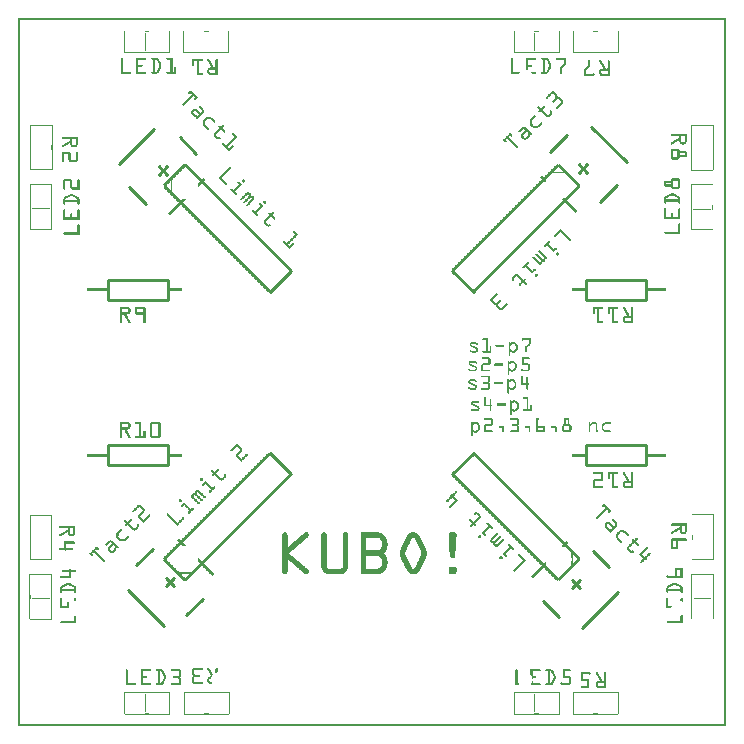
<source format=gto>
G04 MADE WITH FRITZING*
G04 WWW.FRITZING.ORG*
G04 DOUBLE SIDED*
G04 HOLES PLATED*
G04 CONTOUR ON CENTER OF CONTOUR VECTOR*
%ASAXBY*%
%FSLAX23Y23*%
%MOIN*%
%OFA0B0*%
%SFA1.0B1.0*%
%ADD10C,0.010000*%
%ADD11R,0.001000X0.001000*%
%LNSILK1*%
G90*
G70*
G54D10*
X427Y1742D02*
X372Y1797D01*
D02*
X455Y1992D02*
X337Y1874D01*
D02*
X594Y1909D02*
X539Y1964D01*
D02*
X497Y1839D02*
X469Y1867D01*
D02*
X469Y1839D02*
X497Y1867D01*
D02*
X841Y1448D02*
X912Y1518D01*
D02*
X618Y426D02*
X562Y371D01*
D02*
X367Y454D02*
X486Y336D01*
D02*
X451Y593D02*
X395Y538D01*
D02*
X520Y496D02*
X493Y468D01*
D02*
X520Y468D02*
X493Y496D01*
D02*
X912Y840D02*
X841Y911D01*
D02*
X1996Y1804D02*
X1940Y1749D01*
D02*
X1912Y1999D02*
X2031Y1881D01*
D02*
X1829Y1971D02*
X1773Y1916D01*
D02*
X1898Y1874D02*
X1870Y1846D01*
D02*
X1898Y1846D02*
X1870Y1874D01*
D02*
X1448Y1518D02*
X1519Y1448D01*
D02*
X1805Y364D02*
X1750Y419D01*
D02*
X2000Y447D02*
X1882Y329D01*
D02*
X1972Y531D02*
X1917Y586D01*
D02*
X1875Y461D02*
X1847Y489D01*
D02*
X1847Y461D02*
X1875Y489D01*
D02*
X1519Y911D02*
X1448Y840D01*
D02*
X299Y1488D02*
X499Y1488D01*
D02*
X499Y1488D02*
X499Y1422D01*
D02*
X499Y1422D02*
X299Y1422D01*
D02*
X299Y1422D02*
X299Y1488D01*
D02*
X299Y937D02*
X499Y937D01*
D02*
X499Y937D02*
X499Y871D01*
D02*
X499Y871D02*
X299Y871D01*
D02*
X299Y871D02*
X299Y937D01*
D02*
X2094Y1422D02*
X1894Y1422D01*
D02*
X1894Y1422D02*
X1894Y1488D01*
D02*
X1894Y1488D02*
X2094Y1488D01*
D02*
X2094Y1488D02*
X2094Y1422D01*
D02*
X2094Y871D02*
X1894Y871D01*
D02*
X1894Y871D02*
X1894Y937D01*
D02*
X1894Y937D02*
X2094Y937D01*
D02*
X2094Y937D02*
X2094Y871D01*
G54D11*
X0Y2362D02*
X2361Y2362D01*
X0Y2361D02*
X2361Y2361D01*
X0Y2360D02*
X2361Y2360D01*
X0Y2359D02*
X2361Y2359D01*
X0Y2358D02*
X2361Y2358D01*
X0Y2357D02*
X2361Y2357D01*
X0Y2356D02*
X2361Y2356D01*
X0Y2355D02*
X2361Y2355D01*
X0Y2354D02*
X7Y2354D01*
X2354Y2354D02*
X2361Y2354D01*
X0Y2353D02*
X7Y2353D01*
X2354Y2353D02*
X2361Y2353D01*
X0Y2352D02*
X7Y2352D01*
X2354Y2352D02*
X2361Y2352D01*
X0Y2351D02*
X7Y2351D01*
X2354Y2351D02*
X2361Y2351D01*
X0Y2350D02*
X7Y2350D01*
X2354Y2350D02*
X2361Y2350D01*
X0Y2349D02*
X7Y2349D01*
X2354Y2349D02*
X2361Y2349D01*
X0Y2348D02*
X7Y2348D01*
X2354Y2348D02*
X2361Y2348D01*
X0Y2347D02*
X7Y2347D01*
X2354Y2347D02*
X2361Y2347D01*
X0Y2346D02*
X7Y2346D01*
X2354Y2346D02*
X2361Y2346D01*
X0Y2345D02*
X7Y2345D01*
X2354Y2345D02*
X2361Y2345D01*
X0Y2344D02*
X7Y2344D01*
X2354Y2344D02*
X2361Y2344D01*
X0Y2343D02*
X7Y2343D01*
X2354Y2343D02*
X2361Y2343D01*
X0Y2342D02*
X7Y2342D01*
X2354Y2342D02*
X2361Y2342D01*
X0Y2341D02*
X7Y2341D01*
X2354Y2341D02*
X2361Y2341D01*
X0Y2340D02*
X7Y2340D01*
X2354Y2340D02*
X2361Y2340D01*
X0Y2339D02*
X7Y2339D01*
X2354Y2339D02*
X2361Y2339D01*
X0Y2338D02*
X7Y2338D01*
X2354Y2338D02*
X2361Y2338D01*
X0Y2337D02*
X7Y2337D01*
X2354Y2337D02*
X2361Y2337D01*
X0Y2336D02*
X7Y2336D01*
X2354Y2336D02*
X2361Y2336D01*
X0Y2335D02*
X7Y2335D01*
X2354Y2335D02*
X2361Y2335D01*
X0Y2334D02*
X7Y2334D01*
X2354Y2334D02*
X2361Y2334D01*
X0Y2333D02*
X7Y2333D01*
X2354Y2333D02*
X2361Y2333D01*
X0Y2332D02*
X7Y2332D01*
X2354Y2332D02*
X2361Y2332D01*
X0Y2331D02*
X7Y2331D01*
X2354Y2331D02*
X2361Y2331D01*
X0Y2330D02*
X7Y2330D01*
X2354Y2330D02*
X2361Y2330D01*
X0Y2329D02*
X7Y2329D01*
X2354Y2329D02*
X2361Y2329D01*
X0Y2328D02*
X7Y2328D01*
X2354Y2328D02*
X2361Y2328D01*
X0Y2327D02*
X7Y2327D01*
X2354Y2327D02*
X2361Y2327D01*
X0Y2326D02*
X7Y2326D01*
X2354Y2326D02*
X2361Y2326D01*
X0Y2325D02*
X7Y2325D01*
X2354Y2325D02*
X2361Y2325D01*
X0Y2324D02*
X7Y2324D01*
X2354Y2324D02*
X2361Y2324D01*
X0Y2323D02*
X7Y2323D01*
X2354Y2323D02*
X2361Y2323D01*
X0Y2322D02*
X7Y2322D01*
X2354Y2322D02*
X2361Y2322D01*
X0Y2321D02*
X7Y2321D01*
X2354Y2321D02*
X2361Y2321D01*
X0Y2320D02*
X7Y2320D01*
X2354Y2320D02*
X2361Y2320D01*
X0Y2319D02*
X7Y2319D01*
X355Y2319D02*
X506Y2319D01*
X552Y2319D02*
X703Y2319D01*
X1654Y2319D02*
X1805Y2319D01*
X1851Y2319D02*
X2002Y2319D01*
X2354Y2319D02*
X2361Y2319D01*
X0Y2318D02*
X7Y2318D01*
X355Y2318D02*
X506Y2318D01*
X552Y2318D02*
X703Y2318D01*
X1654Y2318D02*
X1805Y2318D01*
X1851Y2318D02*
X2002Y2318D01*
X2354Y2318D02*
X2361Y2318D01*
X0Y2317D02*
X7Y2317D01*
X355Y2317D02*
X506Y2317D01*
X552Y2317D02*
X703Y2317D01*
X1654Y2317D02*
X1805Y2317D01*
X1851Y2317D02*
X2002Y2317D01*
X2354Y2317D02*
X2361Y2317D01*
X0Y2316D02*
X7Y2316D01*
X355Y2316D02*
X357Y2316D01*
X423Y2316D02*
X438Y2316D01*
X504Y2316D02*
X506Y2316D01*
X552Y2316D02*
X554Y2316D01*
X620Y2316D02*
X635Y2316D01*
X701Y2316D02*
X703Y2316D01*
X1654Y2316D02*
X1656Y2316D01*
X1722Y2316D02*
X1737Y2316D01*
X1803Y2316D02*
X1805Y2316D01*
X1851Y2316D02*
X1853Y2316D01*
X1919Y2316D02*
X1934Y2316D01*
X2000Y2316D02*
X2002Y2316D01*
X2354Y2316D02*
X2361Y2316D01*
X0Y2315D02*
X7Y2315D01*
X355Y2315D02*
X357Y2315D01*
X504Y2315D02*
X506Y2315D01*
X552Y2315D02*
X554Y2315D01*
X701Y2315D02*
X703Y2315D01*
X1654Y2315D02*
X1656Y2315D01*
X1803Y2315D02*
X1805Y2315D01*
X1851Y2315D02*
X1853Y2315D01*
X2000Y2315D02*
X2002Y2315D01*
X2354Y2315D02*
X2361Y2315D01*
X0Y2314D02*
X7Y2314D01*
X355Y2314D02*
X357Y2314D01*
X504Y2314D02*
X506Y2314D01*
X552Y2314D02*
X554Y2314D01*
X701Y2314D02*
X703Y2314D01*
X1654Y2314D02*
X1656Y2314D01*
X1803Y2314D02*
X1805Y2314D01*
X1851Y2314D02*
X1853Y2314D01*
X2000Y2314D02*
X2002Y2314D01*
X2354Y2314D02*
X2361Y2314D01*
X0Y2313D02*
X7Y2313D01*
X355Y2313D02*
X357Y2313D01*
X504Y2313D02*
X506Y2313D01*
X552Y2313D02*
X554Y2313D01*
X701Y2313D02*
X703Y2313D01*
X1654Y2313D02*
X1656Y2313D01*
X1803Y2313D02*
X1805Y2313D01*
X1851Y2313D02*
X1853Y2313D01*
X2000Y2313D02*
X2002Y2313D01*
X2354Y2313D02*
X2361Y2313D01*
X0Y2312D02*
X7Y2312D01*
X355Y2312D02*
X357Y2312D01*
X504Y2312D02*
X506Y2312D01*
X552Y2312D02*
X554Y2312D01*
X701Y2312D02*
X703Y2312D01*
X1654Y2312D02*
X1656Y2312D01*
X1803Y2312D02*
X1805Y2312D01*
X1851Y2312D02*
X1853Y2312D01*
X2000Y2312D02*
X2002Y2312D01*
X2354Y2312D02*
X2361Y2312D01*
X0Y2311D02*
X7Y2311D01*
X355Y2311D02*
X357Y2311D01*
X423Y2311D02*
X425Y2311D01*
X504Y2311D02*
X506Y2311D01*
X552Y2311D02*
X554Y2311D01*
X701Y2311D02*
X703Y2311D01*
X1654Y2311D02*
X1656Y2311D01*
X1722Y2311D02*
X1724Y2311D01*
X1803Y2311D02*
X1805Y2311D01*
X1851Y2311D02*
X1853Y2311D01*
X2000Y2311D02*
X2002Y2311D01*
X2354Y2311D02*
X2361Y2311D01*
X0Y2310D02*
X7Y2310D01*
X355Y2310D02*
X357Y2310D01*
X423Y2310D02*
X425Y2310D01*
X504Y2310D02*
X506Y2310D01*
X552Y2310D02*
X554Y2310D01*
X701Y2310D02*
X703Y2310D01*
X1654Y2310D02*
X1656Y2310D01*
X1722Y2310D02*
X1724Y2310D01*
X1803Y2310D02*
X1805Y2310D01*
X1851Y2310D02*
X1853Y2310D01*
X2000Y2310D02*
X2002Y2310D01*
X2354Y2310D02*
X2361Y2310D01*
X0Y2309D02*
X7Y2309D01*
X355Y2309D02*
X357Y2309D01*
X423Y2309D02*
X425Y2309D01*
X504Y2309D02*
X506Y2309D01*
X552Y2309D02*
X554Y2309D01*
X701Y2309D02*
X703Y2309D01*
X1654Y2309D02*
X1656Y2309D01*
X1722Y2309D02*
X1724Y2309D01*
X1803Y2309D02*
X1805Y2309D01*
X1851Y2309D02*
X1853Y2309D01*
X2000Y2309D02*
X2002Y2309D01*
X2354Y2309D02*
X2361Y2309D01*
X0Y2308D02*
X7Y2308D01*
X355Y2308D02*
X357Y2308D01*
X423Y2308D02*
X425Y2308D01*
X504Y2308D02*
X506Y2308D01*
X552Y2308D02*
X554Y2308D01*
X701Y2308D02*
X703Y2308D01*
X1654Y2308D02*
X1656Y2308D01*
X1722Y2308D02*
X1724Y2308D01*
X1803Y2308D02*
X1805Y2308D01*
X1851Y2308D02*
X1853Y2308D01*
X2000Y2308D02*
X2002Y2308D01*
X2354Y2308D02*
X2361Y2308D01*
X0Y2307D02*
X7Y2307D01*
X355Y2307D02*
X357Y2307D01*
X423Y2307D02*
X425Y2307D01*
X504Y2307D02*
X506Y2307D01*
X552Y2307D02*
X554Y2307D01*
X701Y2307D02*
X703Y2307D01*
X1654Y2307D02*
X1656Y2307D01*
X1722Y2307D02*
X1724Y2307D01*
X1803Y2307D02*
X1805Y2307D01*
X1851Y2307D02*
X1853Y2307D01*
X2000Y2307D02*
X2002Y2307D01*
X2354Y2307D02*
X2361Y2307D01*
X0Y2306D02*
X7Y2306D01*
X355Y2306D02*
X357Y2306D01*
X423Y2306D02*
X425Y2306D01*
X504Y2306D02*
X506Y2306D01*
X552Y2306D02*
X554Y2306D01*
X701Y2306D02*
X703Y2306D01*
X1654Y2306D02*
X1656Y2306D01*
X1722Y2306D02*
X1724Y2306D01*
X1803Y2306D02*
X1805Y2306D01*
X1851Y2306D02*
X1853Y2306D01*
X2000Y2306D02*
X2002Y2306D01*
X2354Y2306D02*
X2361Y2306D01*
X0Y2305D02*
X7Y2305D01*
X355Y2305D02*
X357Y2305D01*
X423Y2305D02*
X425Y2305D01*
X504Y2305D02*
X506Y2305D01*
X552Y2305D02*
X554Y2305D01*
X701Y2305D02*
X703Y2305D01*
X1654Y2305D02*
X1656Y2305D01*
X1722Y2305D02*
X1724Y2305D01*
X1803Y2305D02*
X1805Y2305D01*
X1851Y2305D02*
X1853Y2305D01*
X2000Y2305D02*
X2002Y2305D01*
X2354Y2305D02*
X2361Y2305D01*
X0Y2304D02*
X7Y2304D01*
X355Y2304D02*
X357Y2304D01*
X423Y2304D02*
X425Y2304D01*
X504Y2304D02*
X506Y2304D01*
X552Y2304D02*
X554Y2304D01*
X701Y2304D02*
X703Y2304D01*
X1654Y2304D02*
X1656Y2304D01*
X1722Y2304D02*
X1724Y2304D01*
X1803Y2304D02*
X1805Y2304D01*
X1851Y2304D02*
X1853Y2304D01*
X2000Y2304D02*
X2002Y2304D01*
X2354Y2304D02*
X2361Y2304D01*
X0Y2303D02*
X7Y2303D01*
X355Y2303D02*
X357Y2303D01*
X423Y2303D02*
X425Y2303D01*
X504Y2303D02*
X506Y2303D01*
X552Y2303D02*
X554Y2303D01*
X701Y2303D02*
X703Y2303D01*
X1654Y2303D02*
X1656Y2303D01*
X1722Y2303D02*
X1724Y2303D01*
X1803Y2303D02*
X1805Y2303D01*
X1851Y2303D02*
X1853Y2303D01*
X2000Y2303D02*
X2002Y2303D01*
X2354Y2303D02*
X2361Y2303D01*
X0Y2302D02*
X7Y2302D01*
X355Y2302D02*
X357Y2302D01*
X423Y2302D02*
X425Y2302D01*
X504Y2302D02*
X506Y2302D01*
X552Y2302D02*
X554Y2302D01*
X701Y2302D02*
X703Y2302D01*
X1654Y2302D02*
X1656Y2302D01*
X1722Y2302D02*
X1724Y2302D01*
X1803Y2302D02*
X1805Y2302D01*
X1851Y2302D02*
X1853Y2302D01*
X2000Y2302D02*
X2002Y2302D01*
X2354Y2302D02*
X2361Y2302D01*
X0Y2301D02*
X7Y2301D01*
X355Y2301D02*
X357Y2301D01*
X423Y2301D02*
X425Y2301D01*
X504Y2301D02*
X506Y2301D01*
X552Y2301D02*
X554Y2301D01*
X701Y2301D02*
X703Y2301D01*
X1654Y2301D02*
X1656Y2301D01*
X1722Y2301D02*
X1724Y2301D01*
X1803Y2301D02*
X1805Y2301D01*
X1851Y2301D02*
X1853Y2301D01*
X2000Y2301D02*
X2002Y2301D01*
X2354Y2301D02*
X2361Y2301D01*
X0Y2300D02*
X7Y2300D01*
X355Y2300D02*
X357Y2300D01*
X423Y2300D02*
X425Y2300D01*
X504Y2300D02*
X506Y2300D01*
X552Y2300D02*
X554Y2300D01*
X701Y2300D02*
X703Y2300D01*
X1654Y2300D02*
X1656Y2300D01*
X1722Y2300D02*
X1724Y2300D01*
X1803Y2300D02*
X1805Y2300D01*
X1851Y2300D02*
X1853Y2300D01*
X2000Y2300D02*
X2002Y2300D01*
X2354Y2300D02*
X2361Y2300D01*
X0Y2299D02*
X7Y2299D01*
X355Y2299D02*
X357Y2299D01*
X423Y2299D02*
X425Y2299D01*
X504Y2299D02*
X506Y2299D01*
X552Y2299D02*
X554Y2299D01*
X701Y2299D02*
X703Y2299D01*
X1654Y2299D02*
X1656Y2299D01*
X1722Y2299D02*
X1724Y2299D01*
X1803Y2299D02*
X1805Y2299D01*
X1851Y2299D02*
X1853Y2299D01*
X2000Y2299D02*
X2002Y2299D01*
X2354Y2299D02*
X2361Y2299D01*
X0Y2298D02*
X7Y2298D01*
X355Y2298D02*
X357Y2298D01*
X423Y2298D02*
X425Y2298D01*
X504Y2298D02*
X506Y2298D01*
X552Y2298D02*
X554Y2298D01*
X701Y2298D02*
X703Y2298D01*
X1654Y2298D02*
X1656Y2298D01*
X1722Y2298D02*
X1724Y2298D01*
X1803Y2298D02*
X1805Y2298D01*
X1851Y2298D02*
X1853Y2298D01*
X2000Y2298D02*
X2002Y2298D01*
X2354Y2298D02*
X2361Y2298D01*
X0Y2297D02*
X7Y2297D01*
X355Y2297D02*
X357Y2297D01*
X423Y2297D02*
X425Y2297D01*
X504Y2297D02*
X506Y2297D01*
X552Y2297D02*
X554Y2297D01*
X701Y2297D02*
X703Y2297D01*
X1654Y2297D02*
X1656Y2297D01*
X1722Y2297D02*
X1724Y2297D01*
X1803Y2297D02*
X1805Y2297D01*
X1851Y2297D02*
X1853Y2297D01*
X2000Y2297D02*
X2002Y2297D01*
X2354Y2297D02*
X2361Y2297D01*
X0Y2296D02*
X7Y2296D01*
X355Y2296D02*
X357Y2296D01*
X423Y2296D02*
X425Y2296D01*
X504Y2296D02*
X506Y2296D01*
X552Y2296D02*
X554Y2296D01*
X701Y2296D02*
X703Y2296D01*
X1654Y2296D02*
X1656Y2296D01*
X1722Y2296D02*
X1724Y2296D01*
X1803Y2296D02*
X1805Y2296D01*
X1851Y2296D02*
X1853Y2296D01*
X2000Y2296D02*
X2002Y2296D01*
X2354Y2296D02*
X2361Y2296D01*
X0Y2295D02*
X7Y2295D01*
X355Y2295D02*
X357Y2295D01*
X423Y2295D02*
X425Y2295D01*
X504Y2295D02*
X506Y2295D01*
X552Y2295D02*
X554Y2295D01*
X701Y2295D02*
X703Y2295D01*
X1654Y2295D02*
X1656Y2295D01*
X1722Y2295D02*
X1724Y2295D01*
X1803Y2295D02*
X1805Y2295D01*
X1851Y2295D02*
X1853Y2295D01*
X2000Y2295D02*
X2002Y2295D01*
X2354Y2295D02*
X2361Y2295D01*
X0Y2294D02*
X7Y2294D01*
X355Y2294D02*
X357Y2294D01*
X423Y2294D02*
X425Y2294D01*
X504Y2294D02*
X506Y2294D01*
X552Y2294D02*
X554Y2294D01*
X701Y2294D02*
X703Y2294D01*
X1654Y2294D02*
X1656Y2294D01*
X1722Y2294D02*
X1724Y2294D01*
X1803Y2294D02*
X1805Y2294D01*
X1851Y2294D02*
X1853Y2294D01*
X2000Y2294D02*
X2002Y2294D01*
X2354Y2294D02*
X2361Y2294D01*
X0Y2293D02*
X7Y2293D01*
X355Y2293D02*
X357Y2293D01*
X423Y2293D02*
X425Y2293D01*
X504Y2293D02*
X506Y2293D01*
X552Y2293D02*
X554Y2293D01*
X701Y2293D02*
X703Y2293D01*
X1654Y2293D02*
X1656Y2293D01*
X1722Y2293D02*
X1724Y2293D01*
X1803Y2293D02*
X1805Y2293D01*
X1851Y2293D02*
X1853Y2293D01*
X2000Y2293D02*
X2002Y2293D01*
X2354Y2293D02*
X2361Y2293D01*
X0Y2292D02*
X7Y2292D01*
X355Y2292D02*
X357Y2292D01*
X423Y2292D02*
X425Y2292D01*
X504Y2292D02*
X506Y2292D01*
X552Y2292D02*
X554Y2292D01*
X701Y2292D02*
X703Y2292D01*
X1654Y2292D02*
X1656Y2292D01*
X1722Y2292D02*
X1724Y2292D01*
X1803Y2292D02*
X1805Y2292D01*
X1851Y2292D02*
X1853Y2292D01*
X2000Y2292D02*
X2002Y2292D01*
X2354Y2292D02*
X2361Y2292D01*
X0Y2291D02*
X7Y2291D01*
X355Y2291D02*
X357Y2291D01*
X423Y2291D02*
X425Y2291D01*
X504Y2291D02*
X506Y2291D01*
X552Y2291D02*
X554Y2291D01*
X701Y2291D02*
X703Y2291D01*
X1654Y2291D02*
X1656Y2291D01*
X1722Y2291D02*
X1724Y2291D01*
X1803Y2291D02*
X1805Y2291D01*
X1851Y2291D02*
X1853Y2291D01*
X2000Y2291D02*
X2002Y2291D01*
X2354Y2291D02*
X2361Y2291D01*
X0Y2290D02*
X7Y2290D01*
X355Y2290D02*
X357Y2290D01*
X423Y2290D02*
X425Y2290D01*
X504Y2290D02*
X506Y2290D01*
X552Y2290D02*
X554Y2290D01*
X701Y2290D02*
X703Y2290D01*
X1654Y2290D02*
X1656Y2290D01*
X1722Y2290D02*
X1724Y2290D01*
X1803Y2290D02*
X1805Y2290D01*
X1851Y2290D02*
X1853Y2290D01*
X2000Y2290D02*
X2002Y2290D01*
X2354Y2290D02*
X2361Y2290D01*
X0Y2289D02*
X7Y2289D01*
X355Y2289D02*
X357Y2289D01*
X423Y2289D02*
X425Y2289D01*
X504Y2289D02*
X506Y2289D01*
X552Y2289D02*
X554Y2289D01*
X701Y2289D02*
X703Y2289D01*
X1654Y2289D02*
X1656Y2289D01*
X1722Y2289D02*
X1724Y2289D01*
X1803Y2289D02*
X1805Y2289D01*
X1851Y2289D02*
X1853Y2289D01*
X2000Y2289D02*
X2002Y2289D01*
X2354Y2289D02*
X2361Y2289D01*
X0Y2288D02*
X7Y2288D01*
X355Y2288D02*
X357Y2288D01*
X423Y2288D02*
X425Y2288D01*
X504Y2288D02*
X506Y2288D01*
X552Y2288D02*
X554Y2288D01*
X701Y2288D02*
X703Y2288D01*
X1654Y2288D02*
X1656Y2288D01*
X1722Y2288D02*
X1724Y2288D01*
X1803Y2288D02*
X1805Y2288D01*
X1851Y2288D02*
X1853Y2288D01*
X2000Y2288D02*
X2002Y2288D01*
X2354Y2288D02*
X2361Y2288D01*
X0Y2287D02*
X7Y2287D01*
X355Y2287D02*
X357Y2287D01*
X423Y2287D02*
X425Y2287D01*
X504Y2287D02*
X506Y2287D01*
X552Y2287D02*
X554Y2287D01*
X701Y2287D02*
X703Y2287D01*
X1654Y2287D02*
X1656Y2287D01*
X1722Y2287D02*
X1724Y2287D01*
X1803Y2287D02*
X1805Y2287D01*
X1851Y2287D02*
X1853Y2287D01*
X2000Y2287D02*
X2002Y2287D01*
X2354Y2287D02*
X2361Y2287D01*
X0Y2286D02*
X7Y2286D01*
X355Y2286D02*
X357Y2286D01*
X423Y2286D02*
X425Y2286D01*
X504Y2286D02*
X506Y2286D01*
X552Y2286D02*
X554Y2286D01*
X701Y2286D02*
X703Y2286D01*
X1654Y2286D02*
X1656Y2286D01*
X1722Y2286D02*
X1724Y2286D01*
X1803Y2286D02*
X1805Y2286D01*
X1851Y2286D02*
X1853Y2286D01*
X2000Y2286D02*
X2002Y2286D01*
X2354Y2286D02*
X2361Y2286D01*
X0Y2285D02*
X7Y2285D01*
X355Y2285D02*
X357Y2285D01*
X423Y2285D02*
X425Y2285D01*
X504Y2285D02*
X506Y2285D01*
X552Y2285D02*
X554Y2285D01*
X701Y2285D02*
X703Y2285D01*
X1654Y2285D02*
X1656Y2285D01*
X1722Y2285D02*
X1724Y2285D01*
X1803Y2285D02*
X1805Y2285D01*
X1851Y2285D02*
X1853Y2285D01*
X2000Y2285D02*
X2002Y2285D01*
X2354Y2285D02*
X2361Y2285D01*
X0Y2284D02*
X7Y2284D01*
X355Y2284D02*
X357Y2284D01*
X423Y2284D02*
X425Y2284D01*
X504Y2284D02*
X506Y2284D01*
X552Y2284D02*
X554Y2284D01*
X701Y2284D02*
X703Y2284D01*
X1654Y2284D02*
X1656Y2284D01*
X1722Y2284D02*
X1724Y2284D01*
X1803Y2284D02*
X1805Y2284D01*
X1851Y2284D02*
X1853Y2284D01*
X2000Y2284D02*
X2002Y2284D01*
X2354Y2284D02*
X2361Y2284D01*
X0Y2283D02*
X7Y2283D01*
X355Y2283D02*
X357Y2283D01*
X423Y2283D02*
X425Y2283D01*
X504Y2283D02*
X506Y2283D01*
X552Y2283D02*
X554Y2283D01*
X701Y2283D02*
X703Y2283D01*
X1654Y2283D02*
X1656Y2283D01*
X1722Y2283D02*
X1724Y2283D01*
X1803Y2283D02*
X1805Y2283D01*
X1851Y2283D02*
X1853Y2283D01*
X2000Y2283D02*
X2002Y2283D01*
X2354Y2283D02*
X2361Y2283D01*
X0Y2282D02*
X7Y2282D01*
X355Y2282D02*
X357Y2282D01*
X423Y2282D02*
X425Y2282D01*
X504Y2282D02*
X506Y2282D01*
X552Y2282D02*
X554Y2282D01*
X701Y2282D02*
X703Y2282D01*
X1654Y2282D02*
X1656Y2282D01*
X1722Y2282D02*
X1724Y2282D01*
X1803Y2282D02*
X1805Y2282D01*
X1851Y2282D02*
X1853Y2282D01*
X2000Y2282D02*
X2002Y2282D01*
X2354Y2282D02*
X2361Y2282D01*
X0Y2281D02*
X7Y2281D01*
X355Y2281D02*
X357Y2281D01*
X423Y2281D02*
X425Y2281D01*
X504Y2281D02*
X506Y2281D01*
X552Y2281D02*
X554Y2281D01*
X701Y2281D02*
X703Y2281D01*
X1654Y2281D02*
X1656Y2281D01*
X1722Y2281D02*
X1724Y2281D01*
X1803Y2281D02*
X1805Y2281D01*
X1851Y2281D02*
X1853Y2281D01*
X2000Y2281D02*
X2002Y2281D01*
X2354Y2281D02*
X2361Y2281D01*
X0Y2280D02*
X7Y2280D01*
X355Y2280D02*
X357Y2280D01*
X423Y2280D02*
X425Y2280D01*
X504Y2280D02*
X506Y2280D01*
X552Y2280D02*
X554Y2280D01*
X701Y2280D02*
X703Y2280D01*
X1654Y2280D02*
X1656Y2280D01*
X1722Y2280D02*
X1724Y2280D01*
X1803Y2280D02*
X1805Y2280D01*
X1851Y2280D02*
X1853Y2280D01*
X2000Y2280D02*
X2002Y2280D01*
X2354Y2280D02*
X2361Y2280D01*
X0Y2279D02*
X7Y2279D01*
X355Y2279D02*
X357Y2279D01*
X423Y2279D02*
X425Y2279D01*
X504Y2279D02*
X506Y2279D01*
X552Y2279D02*
X554Y2279D01*
X701Y2279D02*
X703Y2279D01*
X1654Y2279D02*
X1656Y2279D01*
X1722Y2279D02*
X1724Y2279D01*
X1803Y2279D02*
X1805Y2279D01*
X1851Y2279D02*
X1853Y2279D01*
X2000Y2279D02*
X2002Y2279D01*
X2354Y2279D02*
X2361Y2279D01*
X0Y2278D02*
X7Y2278D01*
X355Y2278D02*
X357Y2278D01*
X423Y2278D02*
X425Y2278D01*
X504Y2278D02*
X506Y2278D01*
X552Y2278D02*
X554Y2278D01*
X701Y2278D02*
X703Y2278D01*
X1654Y2278D02*
X1656Y2278D01*
X1722Y2278D02*
X1724Y2278D01*
X1803Y2278D02*
X1805Y2278D01*
X1851Y2278D02*
X1853Y2278D01*
X2000Y2278D02*
X2002Y2278D01*
X2354Y2278D02*
X2361Y2278D01*
X0Y2277D02*
X7Y2277D01*
X355Y2277D02*
X357Y2277D01*
X423Y2277D02*
X425Y2277D01*
X504Y2277D02*
X506Y2277D01*
X552Y2277D02*
X554Y2277D01*
X701Y2277D02*
X703Y2277D01*
X1654Y2277D02*
X1656Y2277D01*
X1722Y2277D02*
X1724Y2277D01*
X1803Y2277D02*
X1805Y2277D01*
X1851Y2277D02*
X1853Y2277D01*
X2000Y2277D02*
X2002Y2277D01*
X2354Y2277D02*
X2361Y2277D01*
X0Y2276D02*
X7Y2276D01*
X355Y2276D02*
X357Y2276D01*
X423Y2276D02*
X425Y2276D01*
X504Y2276D02*
X506Y2276D01*
X552Y2276D02*
X554Y2276D01*
X701Y2276D02*
X703Y2276D01*
X1654Y2276D02*
X1656Y2276D01*
X1722Y2276D02*
X1724Y2276D01*
X1803Y2276D02*
X1805Y2276D01*
X1851Y2276D02*
X1853Y2276D01*
X2000Y2276D02*
X2002Y2276D01*
X2354Y2276D02*
X2361Y2276D01*
X0Y2275D02*
X7Y2275D01*
X355Y2275D02*
X357Y2275D01*
X423Y2275D02*
X425Y2275D01*
X504Y2275D02*
X506Y2275D01*
X552Y2275D02*
X554Y2275D01*
X701Y2275D02*
X703Y2275D01*
X1654Y2275D02*
X1656Y2275D01*
X1722Y2275D02*
X1724Y2275D01*
X1803Y2275D02*
X1805Y2275D01*
X1851Y2275D02*
X1853Y2275D01*
X2000Y2275D02*
X2002Y2275D01*
X2354Y2275D02*
X2361Y2275D01*
X0Y2274D02*
X7Y2274D01*
X355Y2274D02*
X357Y2274D01*
X423Y2274D02*
X425Y2274D01*
X504Y2274D02*
X506Y2274D01*
X552Y2274D02*
X554Y2274D01*
X701Y2274D02*
X703Y2274D01*
X1654Y2274D02*
X1656Y2274D01*
X1722Y2274D02*
X1724Y2274D01*
X1803Y2274D02*
X1805Y2274D01*
X1851Y2274D02*
X1853Y2274D01*
X2000Y2274D02*
X2002Y2274D01*
X2354Y2274D02*
X2361Y2274D01*
X0Y2273D02*
X7Y2273D01*
X355Y2273D02*
X357Y2273D01*
X423Y2273D02*
X425Y2273D01*
X504Y2273D02*
X506Y2273D01*
X552Y2273D02*
X554Y2273D01*
X701Y2273D02*
X703Y2273D01*
X1654Y2273D02*
X1656Y2273D01*
X1722Y2273D02*
X1724Y2273D01*
X1803Y2273D02*
X1805Y2273D01*
X1851Y2273D02*
X1853Y2273D01*
X2000Y2273D02*
X2002Y2273D01*
X2354Y2273D02*
X2361Y2273D01*
X0Y2272D02*
X7Y2272D01*
X355Y2272D02*
X357Y2272D01*
X423Y2272D02*
X425Y2272D01*
X504Y2272D02*
X506Y2272D01*
X552Y2272D02*
X554Y2272D01*
X701Y2272D02*
X703Y2272D01*
X1654Y2272D02*
X1656Y2272D01*
X1722Y2272D02*
X1724Y2272D01*
X1803Y2272D02*
X1805Y2272D01*
X1851Y2272D02*
X1853Y2272D01*
X2000Y2272D02*
X2002Y2272D01*
X2354Y2272D02*
X2361Y2272D01*
X0Y2271D02*
X7Y2271D01*
X355Y2271D02*
X357Y2271D01*
X423Y2271D02*
X425Y2271D01*
X504Y2271D02*
X506Y2271D01*
X552Y2271D02*
X554Y2271D01*
X701Y2271D02*
X703Y2271D01*
X1654Y2271D02*
X1656Y2271D01*
X1722Y2271D02*
X1724Y2271D01*
X1803Y2271D02*
X1805Y2271D01*
X1851Y2271D02*
X1853Y2271D01*
X2000Y2271D02*
X2002Y2271D01*
X2354Y2271D02*
X2361Y2271D01*
X0Y2270D02*
X7Y2270D01*
X355Y2270D02*
X357Y2270D01*
X423Y2270D02*
X425Y2270D01*
X504Y2270D02*
X506Y2270D01*
X552Y2270D02*
X554Y2270D01*
X701Y2270D02*
X703Y2270D01*
X1654Y2270D02*
X1656Y2270D01*
X1722Y2270D02*
X1724Y2270D01*
X1803Y2270D02*
X1805Y2270D01*
X1851Y2270D02*
X1853Y2270D01*
X2000Y2270D02*
X2002Y2270D01*
X2354Y2270D02*
X2361Y2270D01*
X0Y2269D02*
X7Y2269D01*
X355Y2269D02*
X357Y2269D01*
X423Y2269D02*
X425Y2269D01*
X504Y2269D02*
X506Y2269D01*
X552Y2269D02*
X554Y2269D01*
X701Y2269D02*
X703Y2269D01*
X1654Y2269D02*
X1656Y2269D01*
X1722Y2269D02*
X1724Y2269D01*
X1803Y2269D02*
X1805Y2269D01*
X1851Y2269D02*
X1853Y2269D01*
X2000Y2269D02*
X2002Y2269D01*
X2354Y2269D02*
X2361Y2269D01*
X0Y2268D02*
X7Y2268D01*
X355Y2268D02*
X357Y2268D01*
X423Y2268D02*
X425Y2268D01*
X504Y2268D02*
X506Y2268D01*
X552Y2268D02*
X554Y2268D01*
X701Y2268D02*
X703Y2268D01*
X1654Y2268D02*
X1656Y2268D01*
X1722Y2268D02*
X1724Y2268D01*
X1803Y2268D02*
X1805Y2268D01*
X1851Y2268D02*
X1853Y2268D01*
X2000Y2268D02*
X2002Y2268D01*
X2354Y2268D02*
X2361Y2268D01*
X0Y2267D02*
X7Y2267D01*
X355Y2267D02*
X357Y2267D01*
X423Y2267D02*
X425Y2267D01*
X504Y2267D02*
X506Y2267D01*
X552Y2267D02*
X554Y2267D01*
X701Y2267D02*
X703Y2267D01*
X1654Y2267D02*
X1656Y2267D01*
X1722Y2267D02*
X1724Y2267D01*
X1803Y2267D02*
X1805Y2267D01*
X1851Y2267D02*
X1853Y2267D01*
X2000Y2267D02*
X2002Y2267D01*
X2354Y2267D02*
X2361Y2267D01*
X0Y2266D02*
X7Y2266D01*
X355Y2266D02*
X357Y2266D01*
X423Y2266D02*
X425Y2266D01*
X504Y2266D02*
X506Y2266D01*
X552Y2266D02*
X554Y2266D01*
X701Y2266D02*
X703Y2266D01*
X1654Y2266D02*
X1656Y2266D01*
X1722Y2266D02*
X1724Y2266D01*
X1803Y2266D02*
X1805Y2266D01*
X1851Y2266D02*
X1853Y2266D01*
X2000Y2266D02*
X2002Y2266D01*
X2354Y2266D02*
X2361Y2266D01*
X0Y2265D02*
X7Y2265D01*
X355Y2265D02*
X357Y2265D01*
X423Y2265D02*
X425Y2265D01*
X504Y2265D02*
X506Y2265D01*
X552Y2265D02*
X554Y2265D01*
X701Y2265D02*
X703Y2265D01*
X1654Y2265D02*
X1656Y2265D01*
X1722Y2265D02*
X1724Y2265D01*
X1803Y2265D02*
X1805Y2265D01*
X1851Y2265D02*
X1853Y2265D01*
X2000Y2265D02*
X2002Y2265D01*
X2354Y2265D02*
X2361Y2265D01*
X0Y2264D02*
X7Y2264D01*
X355Y2264D02*
X357Y2264D01*
X423Y2264D02*
X425Y2264D01*
X504Y2264D02*
X506Y2264D01*
X552Y2264D02*
X554Y2264D01*
X701Y2264D02*
X703Y2264D01*
X1654Y2264D02*
X1656Y2264D01*
X1722Y2264D02*
X1724Y2264D01*
X1803Y2264D02*
X1805Y2264D01*
X1851Y2264D02*
X1853Y2264D01*
X2000Y2264D02*
X2002Y2264D01*
X2354Y2264D02*
X2361Y2264D01*
X0Y2263D02*
X7Y2263D01*
X355Y2263D02*
X357Y2263D01*
X423Y2263D02*
X425Y2263D01*
X504Y2263D02*
X506Y2263D01*
X552Y2263D02*
X554Y2263D01*
X701Y2263D02*
X703Y2263D01*
X1654Y2263D02*
X1656Y2263D01*
X1722Y2263D02*
X1724Y2263D01*
X1803Y2263D02*
X1805Y2263D01*
X1851Y2263D02*
X1853Y2263D01*
X2000Y2263D02*
X2002Y2263D01*
X2354Y2263D02*
X2361Y2263D01*
X0Y2262D02*
X7Y2262D01*
X355Y2262D02*
X357Y2262D01*
X423Y2262D02*
X425Y2262D01*
X504Y2262D02*
X506Y2262D01*
X552Y2262D02*
X554Y2262D01*
X701Y2262D02*
X703Y2262D01*
X1654Y2262D02*
X1656Y2262D01*
X1722Y2262D02*
X1724Y2262D01*
X1803Y2262D02*
X1805Y2262D01*
X1851Y2262D02*
X1853Y2262D01*
X2000Y2262D02*
X2002Y2262D01*
X2354Y2262D02*
X2361Y2262D01*
X0Y2261D02*
X7Y2261D01*
X355Y2261D02*
X357Y2261D01*
X423Y2261D02*
X425Y2261D01*
X504Y2261D02*
X506Y2261D01*
X552Y2261D02*
X554Y2261D01*
X701Y2261D02*
X703Y2261D01*
X1654Y2261D02*
X1656Y2261D01*
X1722Y2261D02*
X1724Y2261D01*
X1803Y2261D02*
X1805Y2261D01*
X1851Y2261D02*
X1853Y2261D01*
X2000Y2261D02*
X2002Y2261D01*
X2354Y2261D02*
X2361Y2261D01*
X0Y2260D02*
X7Y2260D01*
X355Y2260D02*
X357Y2260D01*
X423Y2260D02*
X425Y2260D01*
X504Y2260D02*
X506Y2260D01*
X552Y2260D02*
X554Y2260D01*
X701Y2260D02*
X703Y2260D01*
X1654Y2260D02*
X1656Y2260D01*
X1722Y2260D02*
X1724Y2260D01*
X1803Y2260D02*
X1805Y2260D01*
X1851Y2260D02*
X1853Y2260D01*
X2000Y2260D02*
X2002Y2260D01*
X2354Y2260D02*
X2361Y2260D01*
X0Y2259D02*
X7Y2259D01*
X355Y2259D02*
X357Y2259D01*
X423Y2259D02*
X425Y2259D01*
X504Y2259D02*
X506Y2259D01*
X552Y2259D02*
X554Y2259D01*
X701Y2259D02*
X703Y2259D01*
X1654Y2259D02*
X1656Y2259D01*
X1722Y2259D02*
X1724Y2259D01*
X1803Y2259D02*
X1805Y2259D01*
X1851Y2259D02*
X1853Y2259D01*
X2000Y2259D02*
X2002Y2259D01*
X2354Y2259D02*
X2361Y2259D01*
X0Y2258D02*
X7Y2258D01*
X355Y2258D02*
X357Y2258D01*
X423Y2258D02*
X425Y2258D01*
X504Y2258D02*
X506Y2258D01*
X552Y2258D02*
X554Y2258D01*
X701Y2258D02*
X703Y2258D01*
X1654Y2258D02*
X1656Y2258D01*
X1722Y2258D02*
X1724Y2258D01*
X1803Y2258D02*
X1805Y2258D01*
X1851Y2258D02*
X1853Y2258D01*
X2000Y2258D02*
X2002Y2258D01*
X2354Y2258D02*
X2361Y2258D01*
X0Y2257D02*
X7Y2257D01*
X355Y2257D02*
X357Y2257D01*
X423Y2257D02*
X425Y2257D01*
X504Y2257D02*
X506Y2257D01*
X552Y2257D02*
X554Y2257D01*
X701Y2257D02*
X703Y2257D01*
X1654Y2257D02*
X1656Y2257D01*
X1722Y2257D02*
X1724Y2257D01*
X1803Y2257D02*
X1805Y2257D01*
X1851Y2257D02*
X1853Y2257D01*
X2000Y2257D02*
X2002Y2257D01*
X2354Y2257D02*
X2361Y2257D01*
X0Y2256D02*
X7Y2256D01*
X355Y2256D02*
X357Y2256D01*
X423Y2256D02*
X425Y2256D01*
X504Y2256D02*
X506Y2256D01*
X552Y2256D02*
X554Y2256D01*
X701Y2256D02*
X703Y2256D01*
X1654Y2256D02*
X1656Y2256D01*
X1722Y2256D02*
X1724Y2256D01*
X1803Y2256D02*
X1805Y2256D01*
X1851Y2256D02*
X1853Y2256D01*
X2000Y2256D02*
X2002Y2256D01*
X2354Y2256D02*
X2361Y2256D01*
X0Y2255D02*
X7Y2255D01*
X355Y2255D02*
X357Y2255D01*
X423Y2255D02*
X425Y2255D01*
X504Y2255D02*
X506Y2255D01*
X552Y2255D02*
X554Y2255D01*
X701Y2255D02*
X703Y2255D01*
X1654Y2255D02*
X1656Y2255D01*
X1722Y2255D02*
X1724Y2255D01*
X1803Y2255D02*
X1805Y2255D01*
X1851Y2255D02*
X1853Y2255D01*
X2000Y2255D02*
X2002Y2255D01*
X2354Y2255D02*
X2361Y2255D01*
X0Y2254D02*
X7Y2254D01*
X355Y2254D02*
X357Y2254D01*
X423Y2254D02*
X425Y2254D01*
X504Y2254D02*
X506Y2254D01*
X552Y2254D02*
X554Y2254D01*
X701Y2254D02*
X703Y2254D01*
X1654Y2254D02*
X1656Y2254D01*
X1722Y2254D02*
X1724Y2254D01*
X1803Y2254D02*
X1805Y2254D01*
X1851Y2254D02*
X1853Y2254D01*
X2000Y2254D02*
X2002Y2254D01*
X2354Y2254D02*
X2361Y2254D01*
X0Y2253D02*
X7Y2253D01*
X355Y2253D02*
X357Y2253D01*
X423Y2253D02*
X425Y2253D01*
X504Y2253D02*
X506Y2253D01*
X552Y2253D02*
X554Y2253D01*
X701Y2253D02*
X703Y2253D01*
X1654Y2253D02*
X1656Y2253D01*
X1722Y2253D02*
X1724Y2253D01*
X1803Y2253D02*
X1805Y2253D01*
X1851Y2253D02*
X1853Y2253D01*
X2000Y2253D02*
X2002Y2253D01*
X2354Y2253D02*
X2361Y2253D01*
X0Y2252D02*
X7Y2252D01*
X355Y2252D02*
X357Y2252D01*
X504Y2252D02*
X506Y2252D01*
X552Y2252D02*
X554Y2252D01*
X701Y2252D02*
X703Y2252D01*
X1654Y2252D02*
X1656Y2252D01*
X1803Y2252D02*
X1805Y2252D01*
X1851Y2252D02*
X1853Y2252D01*
X2000Y2252D02*
X2002Y2252D01*
X2354Y2252D02*
X2361Y2252D01*
X0Y2251D02*
X7Y2251D01*
X355Y2251D02*
X357Y2251D01*
X504Y2251D02*
X506Y2251D01*
X552Y2251D02*
X554Y2251D01*
X701Y2251D02*
X703Y2251D01*
X1654Y2251D02*
X1656Y2251D01*
X1803Y2251D02*
X1805Y2251D01*
X1851Y2251D02*
X1853Y2251D01*
X2000Y2251D02*
X2002Y2251D01*
X2354Y2251D02*
X2361Y2251D01*
X0Y2250D02*
X7Y2250D01*
X355Y2250D02*
X357Y2250D01*
X504Y2250D02*
X506Y2250D01*
X552Y2250D02*
X554Y2250D01*
X701Y2250D02*
X703Y2250D01*
X1654Y2250D02*
X1656Y2250D01*
X1803Y2250D02*
X1805Y2250D01*
X1851Y2250D02*
X1853Y2250D01*
X2000Y2250D02*
X2002Y2250D01*
X2354Y2250D02*
X2361Y2250D01*
X0Y2249D02*
X7Y2249D01*
X355Y2249D02*
X357Y2249D01*
X504Y2249D02*
X506Y2249D01*
X552Y2249D02*
X554Y2249D01*
X701Y2249D02*
X703Y2249D01*
X1654Y2249D02*
X1656Y2249D01*
X1803Y2249D02*
X1805Y2249D01*
X1851Y2249D02*
X1853Y2249D01*
X2000Y2249D02*
X2002Y2249D01*
X2354Y2249D02*
X2361Y2249D01*
X0Y2248D02*
X7Y2248D01*
X355Y2248D02*
X357Y2248D01*
X423Y2248D02*
X438Y2248D01*
X504Y2248D02*
X506Y2248D01*
X552Y2248D02*
X554Y2248D01*
X620Y2248D02*
X635Y2248D01*
X701Y2248D02*
X703Y2248D01*
X1654Y2248D02*
X1656Y2248D01*
X1722Y2248D02*
X1737Y2248D01*
X1803Y2248D02*
X1805Y2248D01*
X1851Y2248D02*
X1853Y2248D01*
X1919Y2248D02*
X1934Y2248D01*
X2000Y2248D02*
X2002Y2248D01*
X2354Y2248D02*
X2361Y2248D01*
X0Y2247D02*
X7Y2247D01*
X355Y2247D02*
X506Y2247D01*
X552Y2247D02*
X703Y2247D01*
X1654Y2247D02*
X1805Y2247D01*
X1851Y2247D02*
X2002Y2247D01*
X2354Y2247D02*
X2361Y2247D01*
X0Y2246D02*
X7Y2246D01*
X355Y2246D02*
X506Y2246D01*
X552Y2246D02*
X703Y2246D01*
X1654Y2246D02*
X1805Y2246D01*
X1851Y2246D02*
X2002Y2246D01*
X2354Y2246D02*
X2361Y2246D01*
X0Y2245D02*
X7Y2245D01*
X355Y2245D02*
X506Y2245D01*
X552Y2245D02*
X703Y2245D01*
X1654Y2245D02*
X1805Y2245D01*
X1851Y2245D02*
X2002Y2245D01*
X2354Y2245D02*
X2361Y2245D01*
X0Y2244D02*
X7Y2244D01*
X2354Y2244D02*
X2361Y2244D01*
X0Y2243D02*
X7Y2243D01*
X2354Y2243D02*
X2361Y2243D01*
X0Y2242D02*
X7Y2242D01*
X2354Y2242D02*
X2361Y2242D01*
X0Y2241D02*
X7Y2241D01*
X2354Y2241D02*
X2361Y2241D01*
X0Y2240D02*
X7Y2240D01*
X2354Y2240D02*
X2361Y2240D01*
X0Y2239D02*
X7Y2239D01*
X2354Y2239D02*
X2361Y2239D01*
X0Y2238D02*
X7Y2238D01*
X2354Y2238D02*
X2361Y2238D01*
X0Y2237D02*
X7Y2237D01*
X2354Y2237D02*
X2361Y2237D01*
X0Y2236D02*
X7Y2236D01*
X2354Y2236D02*
X2361Y2236D01*
X0Y2235D02*
X7Y2235D01*
X2354Y2235D02*
X2361Y2235D01*
X0Y2234D02*
X7Y2234D01*
X2354Y2234D02*
X2361Y2234D01*
X0Y2233D02*
X7Y2233D01*
X2354Y2233D02*
X2361Y2233D01*
X0Y2232D02*
X7Y2232D01*
X2354Y2232D02*
X2361Y2232D01*
X0Y2231D02*
X7Y2231D01*
X2354Y2231D02*
X2361Y2231D01*
X0Y2230D02*
X7Y2230D01*
X2354Y2230D02*
X2361Y2230D01*
X0Y2229D02*
X7Y2229D01*
X347Y2229D02*
X349Y2229D01*
X395Y2229D02*
X426Y2229D01*
X447Y2229D02*
X463Y2229D01*
X497Y2229D02*
X515Y2229D01*
X1646Y2229D02*
X1648Y2229D01*
X1694Y2229D02*
X1726Y2229D01*
X1746Y2229D02*
X1762Y2229D01*
X1796Y2229D02*
X1827Y2229D01*
X2354Y2229D02*
X2361Y2229D01*
X0Y2228D02*
X7Y2228D01*
X346Y2228D02*
X350Y2228D01*
X395Y2228D02*
X428Y2228D01*
X446Y2228D02*
X465Y2228D01*
X496Y2228D02*
X515Y2228D01*
X1645Y2228D02*
X1649Y2228D01*
X1694Y2228D02*
X1727Y2228D01*
X1745Y2228D02*
X1764Y2228D01*
X1795Y2228D02*
X1828Y2228D01*
X2354Y2228D02*
X2361Y2228D01*
X0Y2227D02*
X7Y2227D01*
X345Y2227D02*
X351Y2227D01*
X395Y2227D02*
X428Y2227D01*
X445Y2227D02*
X467Y2227D01*
X495Y2227D02*
X515Y2227D01*
X1644Y2227D02*
X1650Y2227D01*
X1694Y2227D02*
X1727Y2227D01*
X1744Y2227D02*
X1766Y2227D01*
X1794Y2227D02*
X1828Y2227D01*
X2354Y2227D02*
X2361Y2227D01*
X0Y2226D02*
X7Y2226D01*
X345Y2226D02*
X351Y2226D01*
X395Y2226D02*
X428Y2226D01*
X445Y2226D02*
X468Y2226D01*
X495Y2226D02*
X515Y2226D01*
X1644Y2226D02*
X1650Y2226D01*
X1694Y2226D02*
X1728Y2226D01*
X1744Y2226D02*
X1767Y2226D01*
X1794Y2226D02*
X1828Y2226D01*
X2354Y2226D02*
X2361Y2226D01*
X0Y2225D02*
X7Y2225D01*
X345Y2225D02*
X351Y2225D01*
X395Y2225D02*
X428Y2225D01*
X445Y2225D02*
X469Y2225D01*
X495Y2225D02*
X515Y2225D01*
X583Y2225D02*
X614Y2225D01*
X633Y2225D02*
X636Y2225D01*
X661Y2225D02*
X664Y2225D01*
X1644Y2225D02*
X1650Y2225D01*
X1694Y2225D02*
X1727Y2225D01*
X1744Y2225D02*
X1768Y2225D01*
X1794Y2225D02*
X1828Y2225D01*
X2354Y2225D02*
X2361Y2225D01*
X0Y2224D02*
X7Y2224D01*
X345Y2224D02*
X351Y2224D01*
X395Y2224D02*
X428Y2224D01*
X445Y2224D02*
X469Y2224D01*
X495Y2224D02*
X515Y2224D01*
X582Y2224D02*
X615Y2224D01*
X632Y2224D02*
X637Y2224D01*
X660Y2224D02*
X665Y2224D01*
X1644Y2224D02*
X1650Y2224D01*
X1694Y2224D02*
X1727Y2224D01*
X1745Y2224D02*
X1768Y2224D01*
X1794Y2224D02*
X1828Y2224D01*
X2354Y2224D02*
X2361Y2224D01*
X0Y2223D02*
X7Y2223D01*
X345Y2223D02*
X351Y2223D01*
X395Y2223D02*
X427Y2223D01*
X446Y2223D02*
X470Y2223D01*
X496Y2223D02*
X515Y2223D01*
X582Y2223D02*
X615Y2223D01*
X632Y2223D02*
X638Y2223D01*
X660Y2223D02*
X665Y2223D01*
X1644Y2223D02*
X1650Y2223D01*
X1694Y2223D02*
X1726Y2223D01*
X1746Y2223D02*
X1769Y2223D01*
X1794Y2223D02*
X1828Y2223D01*
X2354Y2223D02*
X2361Y2223D01*
X0Y2222D02*
X7Y2222D01*
X345Y2222D02*
X351Y2222D01*
X395Y2222D02*
X401Y2222D01*
X452Y2222D02*
X458Y2222D01*
X463Y2222D02*
X470Y2222D01*
X509Y2222D02*
X515Y2222D01*
X582Y2222D02*
X615Y2222D01*
X632Y2222D02*
X638Y2222D01*
X659Y2222D02*
X665Y2222D01*
X1644Y2222D02*
X1650Y2222D01*
X1694Y2222D02*
X1700Y2222D01*
X1751Y2222D02*
X1757Y2222D01*
X1762Y2222D02*
X1770Y2222D01*
X1794Y2222D02*
X1800Y2222D01*
X1821Y2222D02*
X1828Y2222D01*
X1941Y2222D02*
X1941Y2222D01*
X2354Y2222D02*
X2361Y2222D01*
X0Y2221D02*
X7Y2221D01*
X345Y2221D02*
X351Y2221D01*
X395Y2221D02*
X401Y2221D01*
X452Y2221D02*
X458Y2221D01*
X464Y2221D02*
X471Y2221D01*
X509Y2221D02*
X515Y2221D01*
X582Y2221D02*
X615Y2221D01*
X632Y2221D02*
X639Y2221D01*
X659Y2221D02*
X665Y2221D01*
X1644Y2221D02*
X1650Y2221D01*
X1694Y2221D02*
X1700Y2221D01*
X1751Y2221D02*
X1757Y2221D01*
X1763Y2221D02*
X1770Y2221D01*
X1795Y2221D02*
X1799Y2221D01*
X1822Y2221D02*
X1828Y2221D01*
X1903Y2221D02*
X1907Y2221D01*
X1939Y2221D02*
X1943Y2221D01*
X1967Y2221D02*
X1970Y2221D01*
X2354Y2221D02*
X2361Y2221D01*
X0Y2220D02*
X7Y2220D01*
X345Y2220D02*
X351Y2220D01*
X395Y2220D02*
X401Y2220D01*
X452Y2220D02*
X458Y2220D01*
X465Y2220D02*
X471Y2220D01*
X509Y2220D02*
X515Y2220D01*
X582Y2220D02*
X615Y2220D01*
X632Y2220D02*
X640Y2220D01*
X659Y2220D02*
X665Y2220D01*
X1644Y2220D02*
X1650Y2220D01*
X1694Y2220D02*
X1700Y2220D01*
X1751Y2220D02*
X1757Y2220D01*
X1764Y2220D02*
X1771Y2220D01*
X1796Y2220D02*
X1798Y2220D01*
X1822Y2220D02*
X1828Y2220D01*
X1902Y2220D02*
X1907Y2220D01*
X1938Y2220D02*
X1944Y2220D01*
X1966Y2220D02*
X1971Y2220D01*
X2354Y2220D02*
X2361Y2220D01*
X0Y2219D02*
X7Y2219D01*
X345Y2219D02*
X351Y2219D01*
X395Y2219D02*
X401Y2219D01*
X452Y2219D02*
X458Y2219D01*
X465Y2219D02*
X472Y2219D01*
X509Y2219D02*
X515Y2219D01*
X582Y2219D02*
X613Y2219D01*
X633Y2219D02*
X640Y2219D01*
X659Y2219D02*
X665Y2219D01*
X1644Y2219D02*
X1650Y2219D01*
X1694Y2219D02*
X1700Y2219D01*
X1751Y2219D02*
X1757Y2219D01*
X1764Y2219D02*
X1771Y2219D01*
X1822Y2219D02*
X1828Y2219D01*
X1902Y2219D02*
X1908Y2219D01*
X1938Y2219D02*
X1944Y2219D01*
X1966Y2219D02*
X1971Y2219D01*
X2354Y2219D02*
X2361Y2219D01*
X0Y2218D02*
X7Y2218D01*
X345Y2218D02*
X351Y2218D01*
X395Y2218D02*
X401Y2218D01*
X452Y2218D02*
X458Y2218D01*
X466Y2218D02*
X472Y2218D01*
X509Y2218D02*
X515Y2218D01*
X582Y2218D02*
X588Y2218D01*
X596Y2218D02*
X602Y2218D01*
X634Y2218D02*
X641Y2218D01*
X659Y2218D02*
X665Y2218D01*
X1644Y2218D02*
X1650Y2218D01*
X1694Y2218D02*
X1700Y2218D01*
X1751Y2218D02*
X1757Y2218D01*
X1765Y2218D02*
X1772Y2218D01*
X1822Y2218D02*
X1828Y2218D01*
X1902Y2218D02*
X1908Y2218D01*
X1938Y2218D02*
X1945Y2218D01*
X1966Y2218D02*
X1972Y2218D01*
X2354Y2218D02*
X2361Y2218D01*
X0Y2217D02*
X7Y2217D01*
X345Y2217D02*
X351Y2217D01*
X395Y2217D02*
X401Y2217D01*
X452Y2217D02*
X458Y2217D01*
X466Y2217D02*
X473Y2217D01*
X509Y2217D02*
X515Y2217D01*
X582Y2217D02*
X588Y2217D01*
X596Y2217D02*
X602Y2217D01*
X634Y2217D02*
X641Y2217D01*
X659Y2217D02*
X665Y2217D01*
X1644Y2217D02*
X1650Y2217D01*
X1694Y2217D02*
X1700Y2217D01*
X1751Y2217D02*
X1757Y2217D01*
X1765Y2217D02*
X1772Y2217D01*
X1822Y2217D02*
X1828Y2217D01*
X1902Y2217D02*
X1908Y2217D01*
X1938Y2217D02*
X1946Y2217D01*
X1966Y2217D02*
X1972Y2217D01*
X2354Y2217D02*
X2361Y2217D01*
X0Y2216D02*
X7Y2216D01*
X345Y2216D02*
X351Y2216D01*
X395Y2216D02*
X401Y2216D01*
X452Y2216D02*
X458Y2216D01*
X467Y2216D02*
X473Y2216D01*
X509Y2216D02*
X515Y2216D01*
X582Y2216D02*
X588Y2216D01*
X596Y2216D02*
X602Y2216D01*
X635Y2216D02*
X642Y2216D01*
X659Y2216D02*
X665Y2216D01*
X1644Y2216D02*
X1650Y2216D01*
X1694Y2216D02*
X1700Y2216D01*
X1751Y2216D02*
X1757Y2216D01*
X1766Y2216D02*
X1773Y2216D01*
X1822Y2216D02*
X1828Y2216D01*
X1902Y2216D02*
X1908Y2216D01*
X1939Y2216D02*
X1946Y2216D01*
X1966Y2216D02*
X1972Y2216D01*
X2354Y2216D02*
X2361Y2216D01*
X0Y2215D02*
X7Y2215D01*
X345Y2215D02*
X351Y2215D01*
X395Y2215D02*
X401Y2215D01*
X452Y2215D02*
X458Y2215D01*
X467Y2215D02*
X474Y2215D01*
X509Y2215D02*
X515Y2215D01*
X582Y2215D02*
X588Y2215D01*
X596Y2215D02*
X602Y2215D01*
X635Y2215D02*
X643Y2215D01*
X659Y2215D02*
X665Y2215D01*
X1644Y2215D02*
X1650Y2215D01*
X1694Y2215D02*
X1700Y2215D01*
X1751Y2215D02*
X1757Y2215D01*
X1766Y2215D02*
X1773Y2215D01*
X1822Y2215D02*
X1828Y2215D01*
X1902Y2215D02*
X1908Y2215D01*
X1939Y2215D02*
X1947Y2215D01*
X1966Y2215D02*
X1972Y2215D01*
X2354Y2215D02*
X2361Y2215D01*
X0Y2214D02*
X7Y2214D01*
X345Y2214D02*
X351Y2214D01*
X395Y2214D02*
X401Y2214D01*
X452Y2214D02*
X458Y2214D01*
X468Y2214D02*
X474Y2214D01*
X509Y2214D02*
X515Y2214D01*
X582Y2214D02*
X588Y2214D01*
X596Y2214D02*
X602Y2214D01*
X636Y2214D02*
X643Y2214D01*
X659Y2214D02*
X665Y2214D01*
X1644Y2214D02*
X1650Y2214D01*
X1694Y2214D02*
X1700Y2214D01*
X1751Y2214D02*
X1757Y2214D01*
X1767Y2214D02*
X1774Y2214D01*
X1822Y2214D02*
X1828Y2214D01*
X1902Y2214D02*
X1908Y2214D01*
X1940Y2214D02*
X1947Y2214D01*
X1966Y2214D02*
X1972Y2214D01*
X2354Y2214D02*
X2361Y2214D01*
X0Y2213D02*
X7Y2213D01*
X345Y2213D02*
X351Y2213D01*
X395Y2213D02*
X401Y2213D01*
X452Y2213D02*
X458Y2213D01*
X468Y2213D02*
X475Y2213D01*
X509Y2213D02*
X515Y2213D01*
X582Y2213D02*
X588Y2213D01*
X596Y2213D02*
X602Y2213D01*
X637Y2213D02*
X644Y2213D01*
X659Y2213D02*
X665Y2213D01*
X1644Y2213D02*
X1650Y2213D01*
X1694Y2213D02*
X1700Y2213D01*
X1751Y2213D02*
X1757Y2213D01*
X1767Y2213D02*
X1774Y2213D01*
X1822Y2213D02*
X1828Y2213D01*
X1902Y2213D02*
X1908Y2213D01*
X1941Y2213D02*
X1948Y2213D01*
X1966Y2213D02*
X1972Y2213D01*
X2354Y2213D02*
X2361Y2213D01*
X0Y2212D02*
X7Y2212D01*
X345Y2212D02*
X351Y2212D01*
X395Y2212D02*
X401Y2212D01*
X452Y2212D02*
X458Y2212D01*
X469Y2212D02*
X475Y2212D01*
X509Y2212D02*
X515Y2212D01*
X582Y2212D02*
X588Y2212D01*
X596Y2212D02*
X602Y2212D01*
X637Y2212D02*
X644Y2212D01*
X659Y2212D02*
X665Y2212D01*
X1644Y2212D02*
X1650Y2212D01*
X1694Y2212D02*
X1700Y2212D01*
X1751Y2212D02*
X1757Y2212D01*
X1768Y2212D02*
X1775Y2212D01*
X1822Y2212D02*
X1828Y2212D01*
X1902Y2212D02*
X1908Y2212D01*
X1941Y2212D02*
X1948Y2212D01*
X1966Y2212D02*
X1972Y2212D01*
X2354Y2212D02*
X2361Y2212D01*
X0Y2211D02*
X7Y2211D01*
X345Y2211D02*
X351Y2211D01*
X395Y2211D02*
X401Y2211D01*
X452Y2211D02*
X458Y2211D01*
X469Y2211D02*
X476Y2211D01*
X509Y2211D02*
X515Y2211D01*
X582Y2211D02*
X588Y2211D01*
X596Y2211D02*
X602Y2211D01*
X638Y2211D02*
X645Y2211D01*
X659Y2211D02*
X665Y2211D01*
X1644Y2211D02*
X1650Y2211D01*
X1694Y2211D02*
X1700Y2211D01*
X1751Y2211D02*
X1757Y2211D01*
X1768Y2211D02*
X1775Y2211D01*
X1822Y2211D02*
X1828Y2211D01*
X1902Y2211D02*
X1908Y2211D01*
X1942Y2211D02*
X1949Y2211D01*
X1966Y2211D02*
X1972Y2211D01*
X2354Y2211D02*
X2361Y2211D01*
X0Y2210D02*
X7Y2210D01*
X345Y2210D02*
X351Y2210D01*
X395Y2210D02*
X401Y2210D01*
X452Y2210D02*
X458Y2210D01*
X470Y2210D02*
X476Y2210D01*
X509Y2210D02*
X515Y2210D01*
X582Y2210D02*
X588Y2210D01*
X596Y2210D02*
X602Y2210D01*
X638Y2210D02*
X645Y2210D01*
X659Y2210D02*
X665Y2210D01*
X1644Y2210D02*
X1650Y2210D01*
X1694Y2210D02*
X1700Y2210D01*
X1751Y2210D02*
X1757Y2210D01*
X1769Y2210D02*
X1776Y2210D01*
X1821Y2210D02*
X1828Y2210D01*
X1902Y2210D02*
X1908Y2210D01*
X1942Y2210D02*
X1950Y2210D01*
X1966Y2210D02*
X1972Y2210D01*
X2354Y2210D02*
X2361Y2210D01*
X0Y2209D02*
X7Y2209D01*
X345Y2209D02*
X351Y2209D01*
X395Y2209D02*
X401Y2209D01*
X452Y2209D02*
X458Y2209D01*
X470Y2209D02*
X477Y2209D01*
X509Y2209D02*
X515Y2209D01*
X582Y2209D02*
X588Y2209D01*
X596Y2209D02*
X602Y2209D01*
X639Y2209D02*
X646Y2209D01*
X659Y2209D02*
X665Y2209D01*
X1644Y2209D02*
X1650Y2209D01*
X1694Y2209D02*
X1700Y2209D01*
X1751Y2209D02*
X1757Y2209D01*
X1769Y2209D02*
X1776Y2209D01*
X1821Y2209D02*
X1828Y2209D01*
X1902Y2209D02*
X1908Y2209D01*
X1943Y2209D02*
X1950Y2209D01*
X1966Y2209D02*
X1972Y2209D01*
X2354Y2209D02*
X2361Y2209D01*
X0Y2208D02*
X7Y2208D01*
X345Y2208D02*
X351Y2208D01*
X395Y2208D02*
X401Y2208D01*
X452Y2208D02*
X458Y2208D01*
X471Y2208D02*
X477Y2208D01*
X509Y2208D02*
X515Y2208D01*
X582Y2208D02*
X588Y2208D01*
X596Y2208D02*
X602Y2208D01*
X639Y2208D02*
X647Y2208D01*
X659Y2208D02*
X665Y2208D01*
X1644Y2208D02*
X1650Y2208D01*
X1694Y2208D02*
X1700Y2208D01*
X1751Y2208D02*
X1757Y2208D01*
X1770Y2208D02*
X1776Y2208D01*
X1819Y2208D02*
X1828Y2208D01*
X1902Y2208D02*
X1908Y2208D01*
X1944Y2208D02*
X1951Y2208D01*
X1966Y2208D02*
X1972Y2208D01*
X2354Y2208D02*
X2361Y2208D01*
X0Y2207D02*
X7Y2207D01*
X345Y2207D02*
X351Y2207D01*
X395Y2207D02*
X401Y2207D01*
X452Y2207D02*
X458Y2207D01*
X471Y2207D02*
X478Y2207D01*
X509Y2207D02*
X515Y2207D01*
X582Y2207D02*
X588Y2207D01*
X596Y2207D02*
X602Y2207D01*
X640Y2207D02*
X647Y2207D01*
X659Y2207D02*
X665Y2207D01*
X1644Y2207D02*
X1650Y2207D01*
X1694Y2207D02*
X1700Y2207D01*
X1751Y2207D02*
X1757Y2207D01*
X1770Y2207D02*
X1777Y2207D01*
X1818Y2207D02*
X1827Y2207D01*
X1902Y2207D02*
X1908Y2207D01*
X1944Y2207D02*
X1951Y2207D01*
X1966Y2207D02*
X1972Y2207D01*
X2354Y2207D02*
X2361Y2207D01*
X0Y2206D02*
X7Y2206D01*
X345Y2206D02*
X351Y2206D01*
X395Y2206D02*
X401Y2206D01*
X452Y2206D02*
X458Y2206D01*
X472Y2206D02*
X478Y2206D01*
X509Y2206D02*
X515Y2206D01*
X582Y2206D02*
X588Y2206D01*
X596Y2206D02*
X602Y2206D01*
X641Y2206D02*
X648Y2206D01*
X659Y2206D02*
X665Y2206D01*
X1644Y2206D02*
X1650Y2206D01*
X1694Y2206D02*
X1700Y2206D01*
X1751Y2206D02*
X1757Y2206D01*
X1771Y2206D02*
X1777Y2206D01*
X1817Y2206D02*
X1827Y2206D01*
X1902Y2206D02*
X1908Y2206D01*
X1945Y2206D02*
X1952Y2206D01*
X1966Y2206D02*
X1972Y2206D01*
X2354Y2206D02*
X2361Y2206D01*
X0Y2205D02*
X7Y2205D01*
X345Y2205D02*
X351Y2205D01*
X395Y2205D02*
X413Y2205D01*
X452Y2205D02*
X458Y2205D01*
X472Y2205D02*
X478Y2205D01*
X509Y2205D02*
X515Y2205D01*
X582Y2205D02*
X588Y2205D01*
X596Y2205D02*
X602Y2205D01*
X641Y2205D02*
X648Y2205D01*
X659Y2205D02*
X665Y2205D01*
X1644Y2205D02*
X1650Y2205D01*
X1694Y2205D02*
X1712Y2205D01*
X1751Y2205D02*
X1757Y2205D01*
X1771Y2205D02*
X1777Y2205D01*
X1816Y2205D02*
X1826Y2205D01*
X1902Y2205D02*
X1908Y2205D01*
X1945Y2205D02*
X1953Y2205D01*
X1966Y2205D02*
X1972Y2205D01*
X2354Y2205D02*
X2361Y2205D01*
X0Y2204D02*
X7Y2204D01*
X345Y2204D02*
X351Y2204D01*
X395Y2204D02*
X414Y2204D01*
X452Y2204D02*
X458Y2204D01*
X472Y2204D02*
X478Y2204D01*
X509Y2204D02*
X515Y2204D01*
X582Y2204D02*
X588Y2204D01*
X596Y2204D02*
X602Y2204D01*
X642Y2204D02*
X649Y2204D01*
X659Y2204D02*
X665Y2204D01*
X1644Y2204D02*
X1650Y2204D01*
X1694Y2204D02*
X1713Y2204D01*
X1751Y2204D02*
X1757Y2204D01*
X1771Y2204D02*
X1777Y2204D01*
X1815Y2204D02*
X1825Y2204D01*
X1902Y2204D02*
X1908Y2204D01*
X1946Y2204D02*
X1953Y2204D01*
X1966Y2204D02*
X1972Y2204D01*
X2354Y2204D02*
X2361Y2204D01*
X0Y2203D02*
X7Y2203D01*
X345Y2203D02*
X351Y2203D01*
X395Y2203D02*
X415Y2203D01*
X452Y2203D02*
X458Y2203D01*
X472Y2203D02*
X478Y2203D01*
X509Y2203D02*
X515Y2203D01*
X582Y2203D02*
X587Y2203D01*
X596Y2203D02*
X602Y2203D01*
X642Y2203D02*
X650Y2203D01*
X659Y2203D02*
X665Y2203D01*
X1644Y2203D02*
X1650Y2203D01*
X1694Y2203D02*
X1714Y2203D01*
X1751Y2203D02*
X1757Y2203D01*
X1771Y2203D02*
X1778Y2203D01*
X1814Y2203D02*
X1823Y2203D01*
X1902Y2203D02*
X1908Y2203D01*
X1946Y2203D02*
X1954Y2203D01*
X1966Y2203D02*
X1972Y2203D01*
X2354Y2203D02*
X2361Y2203D01*
X0Y2202D02*
X7Y2202D01*
X345Y2202D02*
X351Y2202D01*
X395Y2202D02*
X415Y2202D01*
X452Y2202D02*
X458Y2202D01*
X472Y2202D02*
X478Y2202D01*
X509Y2202D02*
X515Y2202D01*
X583Y2202D02*
X587Y2202D01*
X596Y2202D02*
X602Y2202D01*
X643Y2202D02*
X650Y2202D01*
X659Y2202D02*
X665Y2202D01*
X1644Y2202D02*
X1650Y2202D01*
X1694Y2202D02*
X1714Y2202D01*
X1751Y2202D02*
X1757Y2202D01*
X1772Y2202D02*
X1778Y2202D01*
X1812Y2202D02*
X1822Y2202D01*
X1901Y2202D02*
X1908Y2202D01*
X1947Y2202D02*
X1954Y2202D01*
X1966Y2202D02*
X1972Y2202D01*
X2354Y2202D02*
X2361Y2202D01*
X0Y2201D02*
X7Y2201D01*
X345Y2201D02*
X351Y2201D01*
X395Y2201D02*
X414Y2201D01*
X452Y2201D02*
X458Y2201D01*
X472Y2201D02*
X478Y2201D01*
X509Y2201D02*
X515Y2201D01*
X585Y2201D02*
X585Y2201D01*
X596Y2201D02*
X602Y2201D01*
X644Y2201D02*
X651Y2201D01*
X659Y2201D02*
X665Y2201D01*
X1644Y2201D02*
X1650Y2201D01*
X1694Y2201D02*
X1713Y2201D01*
X1751Y2201D02*
X1757Y2201D01*
X1771Y2201D02*
X1777Y2201D01*
X1811Y2201D02*
X1821Y2201D01*
X1900Y2201D02*
X1908Y2201D01*
X1948Y2201D02*
X1955Y2201D01*
X1966Y2201D02*
X1972Y2201D01*
X2354Y2201D02*
X2361Y2201D01*
X0Y2200D02*
X7Y2200D01*
X345Y2200D02*
X351Y2200D01*
X395Y2200D02*
X414Y2200D01*
X452Y2200D02*
X458Y2200D01*
X472Y2200D02*
X478Y2200D01*
X509Y2200D02*
X515Y2200D01*
X596Y2200D02*
X602Y2200D01*
X644Y2200D02*
X651Y2200D01*
X659Y2200D02*
X665Y2200D01*
X1644Y2200D02*
X1650Y2200D01*
X1694Y2200D02*
X1713Y2200D01*
X1751Y2200D02*
X1757Y2200D01*
X1771Y2200D02*
X1777Y2200D01*
X1810Y2200D02*
X1820Y2200D01*
X1899Y2200D02*
X1908Y2200D01*
X1948Y2200D02*
X1955Y2200D01*
X1966Y2200D02*
X1972Y2200D01*
X2354Y2200D02*
X2361Y2200D01*
X0Y2199D02*
X7Y2199D01*
X345Y2199D02*
X351Y2199D01*
X395Y2199D02*
X412Y2199D01*
X452Y2199D02*
X458Y2199D01*
X472Y2199D02*
X478Y2199D01*
X509Y2199D02*
X515Y2199D01*
X524Y2199D02*
X527Y2199D01*
X596Y2199D02*
X602Y2199D01*
X645Y2199D02*
X652Y2199D01*
X659Y2199D02*
X665Y2199D01*
X1644Y2199D02*
X1650Y2199D01*
X1694Y2199D02*
X1711Y2199D01*
X1751Y2199D02*
X1757Y2199D01*
X1771Y2199D02*
X1777Y2199D01*
X1809Y2199D02*
X1819Y2199D01*
X1898Y2199D02*
X1907Y2199D01*
X1949Y2199D02*
X1956Y2199D01*
X1966Y2199D02*
X1972Y2199D01*
X2354Y2199D02*
X2361Y2199D01*
X0Y2198D02*
X7Y2198D01*
X345Y2198D02*
X351Y2198D01*
X395Y2198D02*
X401Y2198D01*
X452Y2198D02*
X458Y2198D01*
X471Y2198D02*
X478Y2198D01*
X509Y2198D02*
X515Y2198D01*
X523Y2198D02*
X528Y2198D01*
X596Y2198D02*
X602Y2198D01*
X645Y2198D02*
X652Y2198D01*
X659Y2198D02*
X665Y2198D01*
X1644Y2198D02*
X1650Y2198D01*
X1694Y2198D02*
X1700Y2198D01*
X1751Y2198D02*
X1757Y2198D01*
X1770Y2198D02*
X1777Y2198D01*
X1808Y2198D02*
X1818Y2198D01*
X1897Y2198D02*
X1906Y2198D01*
X1949Y2198D02*
X1957Y2198D01*
X1966Y2198D02*
X1972Y2198D01*
X2354Y2198D02*
X2361Y2198D01*
X0Y2197D02*
X7Y2197D01*
X345Y2197D02*
X351Y2197D01*
X395Y2197D02*
X401Y2197D01*
X452Y2197D02*
X458Y2197D01*
X471Y2197D02*
X477Y2197D01*
X509Y2197D02*
X515Y2197D01*
X523Y2197D02*
X528Y2197D01*
X596Y2197D02*
X602Y2197D01*
X646Y2197D02*
X653Y2197D01*
X659Y2197D02*
X665Y2197D01*
X1644Y2197D02*
X1650Y2197D01*
X1694Y2197D02*
X1700Y2197D01*
X1751Y2197D02*
X1757Y2197D01*
X1770Y2197D02*
X1777Y2197D01*
X1808Y2197D02*
X1816Y2197D01*
X1895Y2197D02*
X1905Y2197D01*
X1950Y2197D02*
X1957Y2197D01*
X1966Y2197D02*
X1972Y2197D01*
X2354Y2197D02*
X2361Y2197D01*
X0Y2196D02*
X7Y2196D01*
X345Y2196D02*
X351Y2196D01*
X395Y2196D02*
X401Y2196D01*
X452Y2196D02*
X458Y2196D01*
X470Y2196D02*
X477Y2196D01*
X509Y2196D02*
X515Y2196D01*
X522Y2196D02*
X528Y2196D01*
X596Y2196D02*
X602Y2196D01*
X641Y2196D02*
X665Y2196D01*
X1644Y2196D02*
X1650Y2196D01*
X1694Y2196D02*
X1700Y2196D01*
X1751Y2196D02*
X1757Y2196D01*
X1769Y2196D02*
X1776Y2196D01*
X1808Y2196D02*
X1815Y2196D01*
X1894Y2196D02*
X1904Y2196D01*
X1951Y2196D02*
X1958Y2196D01*
X1966Y2196D02*
X1972Y2196D01*
X2354Y2196D02*
X2361Y2196D01*
X0Y2195D02*
X7Y2195D01*
X345Y2195D02*
X351Y2195D01*
X395Y2195D02*
X401Y2195D01*
X452Y2195D02*
X458Y2195D01*
X470Y2195D02*
X477Y2195D01*
X509Y2195D02*
X515Y2195D01*
X522Y2195D02*
X528Y2195D01*
X596Y2195D02*
X602Y2195D01*
X638Y2195D02*
X665Y2195D01*
X1644Y2195D02*
X1650Y2195D01*
X1694Y2195D02*
X1700Y2195D01*
X1751Y2195D02*
X1757Y2195D01*
X1769Y2195D02*
X1776Y2195D01*
X1808Y2195D02*
X1814Y2195D01*
X1893Y2195D02*
X1903Y2195D01*
X1951Y2195D02*
X1958Y2195D01*
X1966Y2195D02*
X1972Y2195D01*
X2354Y2195D02*
X2361Y2195D01*
X0Y2194D02*
X7Y2194D01*
X345Y2194D02*
X351Y2194D01*
X395Y2194D02*
X401Y2194D01*
X452Y2194D02*
X458Y2194D01*
X469Y2194D02*
X476Y2194D01*
X509Y2194D02*
X515Y2194D01*
X522Y2194D02*
X528Y2194D01*
X596Y2194D02*
X602Y2194D01*
X636Y2194D02*
X665Y2194D01*
X1644Y2194D02*
X1650Y2194D01*
X1694Y2194D02*
X1700Y2194D01*
X1751Y2194D02*
X1757Y2194D01*
X1768Y2194D02*
X1775Y2194D01*
X1808Y2194D02*
X1814Y2194D01*
X1892Y2194D02*
X1902Y2194D01*
X1952Y2194D02*
X1959Y2194D01*
X1966Y2194D02*
X1972Y2194D01*
X2354Y2194D02*
X2361Y2194D01*
X0Y2193D02*
X7Y2193D01*
X345Y2193D02*
X351Y2193D01*
X395Y2193D02*
X401Y2193D01*
X452Y2193D02*
X458Y2193D01*
X469Y2193D02*
X476Y2193D01*
X509Y2193D02*
X515Y2193D01*
X522Y2193D02*
X528Y2193D01*
X596Y2193D02*
X602Y2193D01*
X635Y2193D02*
X665Y2193D01*
X1644Y2193D02*
X1650Y2193D01*
X1694Y2193D02*
X1700Y2193D01*
X1751Y2193D02*
X1757Y2193D01*
X1768Y2193D02*
X1775Y2193D01*
X1808Y2193D02*
X1814Y2193D01*
X1891Y2193D02*
X1900Y2193D01*
X1952Y2193D02*
X1960Y2193D01*
X1965Y2193D02*
X1972Y2193D01*
X2354Y2193D02*
X2361Y2193D01*
X0Y2192D02*
X7Y2192D01*
X345Y2192D02*
X351Y2192D01*
X395Y2192D02*
X401Y2192D01*
X452Y2192D02*
X458Y2192D01*
X468Y2192D02*
X475Y2192D01*
X509Y2192D02*
X515Y2192D01*
X522Y2192D02*
X528Y2192D01*
X596Y2192D02*
X602Y2192D01*
X634Y2192D02*
X665Y2192D01*
X1644Y2192D02*
X1650Y2192D01*
X1694Y2192D02*
X1700Y2192D01*
X1751Y2192D02*
X1757Y2192D01*
X1767Y2192D02*
X1774Y2192D01*
X1808Y2192D02*
X1814Y2192D01*
X1890Y2192D02*
X1899Y2192D01*
X1945Y2192D02*
X1972Y2192D01*
X2354Y2192D02*
X2361Y2192D01*
X0Y2191D02*
X7Y2191D01*
X345Y2191D02*
X351Y2191D01*
X395Y2191D02*
X401Y2191D01*
X452Y2191D02*
X458Y2191D01*
X468Y2191D02*
X475Y2191D01*
X509Y2191D02*
X515Y2191D01*
X522Y2191D02*
X528Y2191D01*
X596Y2191D02*
X602Y2191D01*
X633Y2191D02*
X665Y2191D01*
X1644Y2191D02*
X1650Y2191D01*
X1694Y2191D02*
X1700Y2191D01*
X1751Y2191D02*
X1757Y2191D01*
X1767Y2191D02*
X1774Y2191D01*
X1808Y2191D02*
X1814Y2191D01*
X1889Y2191D02*
X1898Y2191D01*
X1943Y2191D02*
X1972Y2191D01*
X2354Y2191D02*
X2361Y2191D01*
X0Y2190D02*
X7Y2190D01*
X345Y2190D02*
X351Y2190D01*
X395Y2190D02*
X401Y2190D01*
X452Y2190D02*
X458Y2190D01*
X467Y2190D02*
X474Y2190D01*
X509Y2190D02*
X515Y2190D01*
X522Y2190D02*
X528Y2190D01*
X596Y2190D02*
X602Y2190D01*
X633Y2190D02*
X665Y2190D01*
X1644Y2190D02*
X1650Y2190D01*
X1694Y2190D02*
X1700Y2190D01*
X1751Y2190D02*
X1757Y2190D01*
X1766Y2190D02*
X1773Y2190D01*
X1808Y2190D02*
X1814Y2190D01*
X1888Y2190D02*
X1897Y2190D01*
X1942Y2190D02*
X1972Y2190D01*
X2354Y2190D02*
X2361Y2190D01*
X0Y2189D02*
X7Y2189D01*
X345Y2189D02*
X351Y2189D01*
X395Y2189D02*
X401Y2189D01*
X452Y2189D02*
X458Y2189D01*
X467Y2189D02*
X474Y2189D01*
X509Y2189D02*
X515Y2189D01*
X522Y2189D02*
X528Y2189D01*
X596Y2189D02*
X602Y2189D01*
X632Y2189D02*
X641Y2189D01*
X659Y2189D02*
X665Y2189D01*
X1644Y2189D02*
X1650Y2189D01*
X1698Y2189D02*
X1700Y2189D01*
X1751Y2189D02*
X1757Y2189D01*
X1766Y2189D02*
X1773Y2189D01*
X1808Y2189D02*
X1814Y2189D01*
X1888Y2189D02*
X1896Y2189D01*
X1941Y2189D02*
X1972Y2189D01*
X2354Y2189D02*
X2361Y2189D01*
X0Y2188D02*
X7Y2188D01*
X345Y2188D02*
X351Y2188D01*
X395Y2188D02*
X401Y2188D01*
X452Y2188D02*
X458Y2188D01*
X466Y2188D02*
X473Y2188D01*
X509Y2188D02*
X515Y2188D01*
X522Y2188D02*
X528Y2188D01*
X596Y2188D02*
X602Y2188D01*
X632Y2188D02*
X639Y2188D01*
X659Y2188D02*
X665Y2188D01*
X1644Y2188D02*
X1650Y2188D01*
X1751Y2188D02*
X1757Y2188D01*
X1765Y2188D02*
X1772Y2188D01*
X1808Y2188D02*
X1814Y2188D01*
X1888Y2188D02*
X1895Y2188D01*
X1940Y2188D02*
X1972Y2188D01*
X2354Y2188D02*
X2361Y2188D01*
X0Y2187D02*
X7Y2187D01*
X345Y2187D02*
X351Y2187D01*
X395Y2187D02*
X401Y2187D01*
X452Y2187D02*
X458Y2187D01*
X466Y2187D02*
X473Y2187D01*
X509Y2187D02*
X515Y2187D01*
X522Y2187D02*
X528Y2187D01*
X596Y2187D02*
X602Y2187D01*
X632Y2187D02*
X638Y2187D01*
X659Y2187D02*
X665Y2187D01*
X1644Y2187D02*
X1650Y2187D01*
X1751Y2187D02*
X1757Y2187D01*
X1765Y2187D02*
X1772Y2187D01*
X1808Y2187D02*
X1814Y2187D01*
X1888Y2187D02*
X1894Y2187D01*
X1939Y2187D02*
X1972Y2187D01*
X2354Y2187D02*
X2361Y2187D01*
X0Y2186D02*
X7Y2186D01*
X345Y2186D02*
X351Y2186D01*
X395Y2186D02*
X401Y2186D01*
X452Y2186D02*
X458Y2186D01*
X465Y2186D02*
X472Y2186D01*
X509Y2186D02*
X515Y2186D01*
X522Y2186D02*
X528Y2186D01*
X596Y2186D02*
X602Y2186D01*
X632Y2186D02*
X638Y2186D01*
X659Y2186D02*
X665Y2186D01*
X1644Y2186D02*
X1650Y2186D01*
X1751Y2186D02*
X1757Y2186D01*
X1764Y2186D02*
X1771Y2186D01*
X1808Y2186D02*
X1814Y2186D01*
X1888Y2186D02*
X1894Y2186D01*
X1939Y2186D02*
X1972Y2186D01*
X2354Y2186D02*
X2361Y2186D01*
X0Y2185D02*
X7Y2185D01*
X345Y2185D02*
X351Y2185D01*
X395Y2185D02*
X401Y2185D01*
X452Y2185D02*
X458Y2185D01*
X465Y2185D02*
X472Y2185D01*
X509Y2185D02*
X515Y2185D01*
X522Y2185D02*
X528Y2185D01*
X596Y2185D02*
X602Y2185D01*
X632Y2185D02*
X638Y2185D01*
X659Y2185D02*
X665Y2185D01*
X1644Y2185D02*
X1650Y2185D01*
X1751Y2185D02*
X1757Y2185D01*
X1764Y2185D02*
X1771Y2185D01*
X1808Y2185D02*
X1814Y2185D01*
X1888Y2185D02*
X1894Y2185D01*
X1938Y2185D02*
X1946Y2185D01*
X1966Y2185D02*
X1972Y2185D01*
X2354Y2185D02*
X2361Y2185D01*
X0Y2184D02*
X7Y2184D01*
X345Y2184D02*
X351Y2184D01*
X395Y2184D02*
X401Y2184D01*
X452Y2184D02*
X458Y2184D01*
X464Y2184D02*
X471Y2184D01*
X509Y2184D02*
X515Y2184D01*
X522Y2184D02*
X528Y2184D01*
X596Y2184D02*
X602Y2184D01*
X632Y2184D02*
X638Y2184D01*
X659Y2184D02*
X665Y2184D01*
X1644Y2184D02*
X1650Y2184D01*
X1751Y2184D02*
X1757Y2184D01*
X1763Y2184D02*
X1770Y2184D01*
X1808Y2184D02*
X1814Y2184D01*
X1888Y2184D02*
X1894Y2184D01*
X1938Y2184D02*
X1945Y2184D01*
X1966Y2184D02*
X1972Y2184D01*
X2354Y2184D02*
X2361Y2184D01*
X0Y2183D02*
X7Y2183D01*
X345Y2183D02*
X351Y2183D01*
X395Y2183D02*
X401Y2183D01*
X452Y2183D02*
X458Y2183D01*
X463Y2183D02*
X471Y2183D01*
X509Y2183D02*
X515Y2183D01*
X522Y2183D02*
X528Y2183D01*
X596Y2183D02*
X602Y2183D01*
X632Y2183D02*
X638Y2183D01*
X659Y2183D02*
X665Y2183D01*
X1644Y2183D02*
X1650Y2183D01*
X1751Y2183D02*
X1757Y2183D01*
X1763Y2183D02*
X1770Y2183D01*
X1808Y2183D02*
X1814Y2183D01*
X1888Y2183D02*
X1894Y2183D01*
X1938Y2183D02*
X1944Y2183D01*
X1966Y2183D02*
X1972Y2183D01*
X2354Y2183D02*
X2361Y2183D01*
X0Y2182D02*
X7Y2182D01*
X345Y2182D02*
X376Y2182D01*
X395Y2182D02*
X426Y2182D01*
X447Y2182D02*
X470Y2182D01*
X497Y2182D02*
X528Y2182D01*
X596Y2182D02*
X602Y2182D01*
X632Y2182D02*
X638Y2182D01*
X659Y2182D02*
X665Y2182D01*
X1644Y2182D02*
X1674Y2182D01*
X1710Y2182D02*
X1725Y2182D01*
X1746Y2182D02*
X1769Y2182D01*
X1808Y2182D02*
X1814Y2182D01*
X1888Y2182D02*
X1894Y2182D01*
X1938Y2182D02*
X1944Y2182D01*
X1966Y2182D02*
X1972Y2182D01*
X2354Y2182D02*
X2361Y2182D01*
X0Y2181D02*
X7Y2181D01*
X345Y2181D02*
X378Y2181D01*
X395Y2181D02*
X428Y2181D01*
X446Y2181D02*
X470Y2181D01*
X496Y2181D02*
X528Y2181D01*
X596Y2181D02*
X602Y2181D01*
X632Y2181D02*
X638Y2181D01*
X659Y2181D02*
X665Y2181D01*
X1644Y2181D02*
X1673Y2181D01*
X1711Y2181D02*
X1727Y2181D01*
X1745Y2181D02*
X1769Y2181D01*
X1808Y2181D02*
X1814Y2181D01*
X1888Y2181D02*
X1894Y2181D01*
X1938Y2181D02*
X1944Y2181D01*
X1966Y2181D02*
X1972Y2181D01*
X2354Y2181D02*
X2361Y2181D01*
X0Y2180D02*
X7Y2180D01*
X345Y2180D02*
X378Y2180D01*
X395Y2180D02*
X428Y2180D01*
X445Y2180D02*
X469Y2180D01*
X495Y2180D02*
X528Y2180D01*
X596Y2180D02*
X602Y2180D01*
X632Y2180D02*
X639Y2180D01*
X659Y2180D02*
X665Y2180D01*
X1644Y2180D02*
X1672Y2180D01*
X1712Y2180D02*
X1727Y2180D01*
X1744Y2180D02*
X1768Y2180D01*
X1808Y2180D02*
X1814Y2180D01*
X1888Y2180D02*
X1894Y2180D01*
X1938Y2180D02*
X1944Y2180D01*
X1966Y2180D02*
X1972Y2180D01*
X2354Y2180D02*
X2361Y2180D01*
X0Y2179D02*
X7Y2179D01*
X345Y2179D02*
X378Y2179D01*
X395Y2179D02*
X428Y2179D01*
X445Y2179D02*
X468Y2179D01*
X495Y2179D02*
X528Y2179D01*
X596Y2179D02*
X602Y2179D01*
X632Y2179D02*
X640Y2179D01*
X659Y2179D02*
X665Y2179D01*
X1644Y2179D02*
X1671Y2179D01*
X1713Y2179D02*
X1728Y2179D01*
X1744Y2179D02*
X1768Y2179D01*
X1808Y2179D02*
X1814Y2179D01*
X1888Y2179D02*
X1894Y2179D01*
X1938Y2179D02*
X1944Y2179D01*
X1966Y2179D02*
X1972Y2179D01*
X2354Y2179D02*
X2361Y2179D01*
X0Y2178D02*
X7Y2178D01*
X345Y2178D02*
X378Y2178D01*
X395Y2178D02*
X428Y2178D01*
X445Y2178D02*
X467Y2178D01*
X495Y2178D02*
X528Y2178D01*
X596Y2178D02*
X613Y2178D01*
X633Y2178D02*
X665Y2178D01*
X1644Y2178D02*
X1671Y2178D01*
X1713Y2178D02*
X1727Y2178D01*
X1744Y2178D02*
X1767Y2178D01*
X1808Y2178D02*
X1814Y2178D01*
X1888Y2178D02*
X1894Y2178D01*
X1938Y2178D02*
X1944Y2178D01*
X1966Y2178D02*
X1972Y2178D01*
X2354Y2178D02*
X2361Y2178D01*
X0Y2177D02*
X7Y2177D01*
X345Y2177D02*
X378Y2177D01*
X395Y2177D02*
X428Y2177D01*
X445Y2177D02*
X466Y2177D01*
X495Y2177D02*
X528Y2177D01*
X596Y2177D02*
X615Y2177D01*
X633Y2177D02*
X665Y2177D01*
X1644Y2177D02*
X1670Y2177D01*
X1714Y2177D02*
X1727Y2177D01*
X1744Y2177D02*
X1765Y2177D01*
X1808Y2177D02*
X1813Y2177D01*
X1888Y2177D02*
X1894Y2177D01*
X1917Y2177D02*
X1920Y2177D01*
X1938Y2177D02*
X1944Y2177D01*
X1966Y2177D02*
X1972Y2177D01*
X2354Y2177D02*
X2361Y2177D01*
X0Y2176D02*
X7Y2176D01*
X345Y2176D02*
X377Y2176D01*
X395Y2176D02*
X427Y2176D01*
X446Y2176D02*
X464Y2176D01*
X496Y2176D02*
X527Y2176D01*
X596Y2176D02*
X615Y2176D01*
X634Y2176D02*
X665Y2176D01*
X1644Y2176D02*
X1670Y2176D01*
X1714Y2176D02*
X1726Y2176D01*
X1745Y2176D02*
X1763Y2176D01*
X1809Y2176D02*
X1812Y2176D01*
X1888Y2176D02*
X1894Y2176D01*
X1916Y2176D02*
X1921Y2176D01*
X1938Y2176D02*
X1945Y2176D01*
X1966Y2176D02*
X1972Y2176D01*
X2354Y2176D02*
X2361Y2176D01*
X0Y2175D02*
X7Y2175D01*
X596Y2175D02*
X615Y2175D01*
X635Y2175D02*
X665Y2175D01*
X1888Y2175D02*
X1894Y2175D01*
X1915Y2175D02*
X1921Y2175D01*
X1939Y2175D02*
X1947Y2175D01*
X1965Y2175D02*
X1972Y2175D01*
X2354Y2175D02*
X2361Y2175D01*
X0Y2174D02*
X7Y2174D01*
X596Y2174D02*
X615Y2174D01*
X636Y2174D02*
X665Y2174D01*
X1888Y2174D02*
X1922Y2174D01*
X1939Y2174D02*
X1972Y2174D01*
X2354Y2174D02*
X2361Y2174D01*
X0Y2173D02*
X7Y2173D01*
X596Y2173D02*
X615Y2173D01*
X637Y2173D02*
X665Y2173D01*
X1888Y2173D02*
X1922Y2173D01*
X1940Y2173D02*
X1972Y2173D01*
X2354Y2173D02*
X2361Y2173D01*
X0Y2172D02*
X7Y2172D01*
X596Y2172D02*
X614Y2172D01*
X639Y2172D02*
X665Y2172D01*
X1888Y2172D02*
X1922Y2172D01*
X1940Y2172D02*
X1972Y2172D01*
X2354Y2172D02*
X2361Y2172D01*
X0Y2171D02*
X7Y2171D01*
X1888Y2171D02*
X1921Y2171D01*
X1941Y2171D02*
X1972Y2171D01*
X2354Y2171D02*
X2361Y2171D01*
X0Y2170D02*
X7Y2170D01*
X1888Y2170D02*
X1921Y2170D01*
X1942Y2170D02*
X1972Y2170D01*
X2354Y2170D02*
X2361Y2170D01*
X0Y2169D02*
X7Y2169D01*
X1888Y2169D02*
X1921Y2169D01*
X1944Y2169D02*
X1972Y2169D01*
X2354Y2169D02*
X2361Y2169D01*
X0Y2168D02*
X7Y2168D01*
X1888Y2168D02*
X1919Y2168D01*
X1947Y2168D02*
X1971Y2168D01*
X2354Y2168D02*
X2361Y2168D01*
X0Y2167D02*
X7Y2167D01*
X2354Y2167D02*
X2361Y2167D01*
X0Y2166D02*
X7Y2166D01*
X2354Y2166D02*
X2361Y2166D01*
X0Y2165D02*
X7Y2165D01*
X2354Y2165D02*
X2361Y2165D01*
X0Y2164D02*
X7Y2164D01*
X2354Y2164D02*
X2361Y2164D01*
X0Y2163D02*
X7Y2163D01*
X2354Y2163D02*
X2361Y2163D01*
X0Y2162D02*
X7Y2162D01*
X2354Y2162D02*
X2361Y2162D01*
X0Y2161D02*
X7Y2161D01*
X2354Y2161D02*
X2361Y2161D01*
X0Y2160D02*
X7Y2160D01*
X2354Y2160D02*
X2361Y2160D01*
X0Y2159D02*
X7Y2159D01*
X2354Y2159D02*
X2361Y2159D01*
X0Y2158D02*
X7Y2158D01*
X2354Y2158D02*
X2361Y2158D01*
X0Y2157D02*
X7Y2157D01*
X2354Y2157D02*
X2361Y2157D01*
X0Y2156D02*
X7Y2156D01*
X2354Y2156D02*
X2361Y2156D01*
X0Y2155D02*
X7Y2155D01*
X2354Y2155D02*
X2361Y2155D01*
X0Y2154D02*
X7Y2154D01*
X2354Y2154D02*
X2361Y2154D01*
X0Y2153D02*
X7Y2153D01*
X2354Y2153D02*
X2361Y2153D01*
X0Y2152D02*
X7Y2152D01*
X2354Y2152D02*
X2361Y2152D01*
X0Y2151D02*
X7Y2151D01*
X2354Y2151D02*
X2361Y2151D01*
X0Y2150D02*
X7Y2150D01*
X2354Y2150D02*
X2361Y2150D01*
X0Y2149D02*
X7Y2149D01*
X2354Y2149D02*
X2361Y2149D01*
X0Y2148D02*
X7Y2148D01*
X2354Y2148D02*
X2361Y2148D01*
X0Y2147D02*
X7Y2147D01*
X2354Y2147D02*
X2361Y2147D01*
X0Y2146D02*
X7Y2146D01*
X2354Y2146D02*
X2361Y2146D01*
X0Y2145D02*
X7Y2145D01*
X2354Y2145D02*
X2361Y2145D01*
X0Y2144D02*
X7Y2144D01*
X2354Y2144D02*
X2361Y2144D01*
X0Y2143D02*
X7Y2143D01*
X2354Y2143D02*
X2361Y2143D01*
X0Y2142D02*
X7Y2142D01*
X2354Y2142D02*
X2361Y2142D01*
X0Y2141D02*
X7Y2141D01*
X2354Y2141D02*
X2361Y2141D01*
X0Y2140D02*
X7Y2140D01*
X2354Y2140D02*
X2361Y2140D01*
X0Y2139D02*
X7Y2139D01*
X2354Y2139D02*
X2361Y2139D01*
X0Y2138D02*
X7Y2138D01*
X2354Y2138D02*
X2361Y2138D01*
X0Y2137D02*
X7Y2137D01*
X2354Y2137D02*
X2361Y2137D01*
X0Y2136D02*
X7Y2136D01*
X2354Y2136D02*
X2361Y2136D01*
X0Y2135D02*
X7Y2135D01*
X2354Y2135D02*
X2361Y2135D01*
X0Y2134D02*
X7Y2134D01*
X2354Y2134D02*
X2361Y2134D01*
X0Y2133D02*
X7Y2133D01*
X2354Y2133D02*
X2361Y2133D01*
X0Y2132D02*
X7Y2132D01*
X2354Y2132D02*
X2361Y2132D01*
X0Y2131D02*
X7Y2131D01*
X2354Y2131D02*
X2361Y2131D01*
X0Y2130D02*
X7Y2130D01*
X2354Y2130D02*
X2361Y2130D01*
X0Y2129D02*
X7Y2129D01*
X2354Y2129D02*
X2361Y2129D01*
X0Y2128D02*
X7Y2128D01*
X2354Y2128D02*
X2361Y2128D01*
X0Y2127D02*
X7Y2127D01*
X2354Y2127D02*
X2361Y2127D01*
X0Y2126D02*
X7Y2126D01*
X2354Y2126D02*
X2361Y2126D01*
X0Y2125D02*
X7Y2125D01*
X2354Y2125D02*
X2361Y2125D01*
X0Y2124D02*
X7Y2124D01*
X2354Y2124D02*
X2361Y2124D01*
X0Y2123D02*
X7Y2123D01*
X2354Y2123D02*
X2361Y2123D01*
X0Y2122D02*
X7Y2122D01*
X2354Y2122D02*
X2361Y2122D01*
X0Y2121D02*
X7Y2121D01*
X2354Y2121D02*
X2361Y2121D01*
X0Y2120D02*
X7Y2120D01*
X576Y2120D02*
X576Y2120D01*
X2354Y2120D02*
X2361Y2120D01*
X0Y2119D02*
X7Y2119D01*
X575Y2119D02*
X577Y2119D01*
X2354Y2119D02*
X2361Y2119D01*
X0Y2118D02*
X7Y2118D01*
X574Y2118D02*
X578Y2118D01*
X2354Y2118D02*
X2361Y2118D01*
X0Y2117D02*
X7Y2117D01*
X573Y2117D02*
X579Y2117D01*
X2354Y2117D02*
X2361Y2117D01*
X0Y2116D02*
X7Y2116D01*
X572Y2116D02*
X580Y2116D01*
X1780Y2116D02*
X1785Y2116D01*
X2354Y2116D02*
X2361Y2116D01*
X0Y2115D02*
X7Y2115D01*
X571Y2115D02*
X581Y2115D01*
X1778Y2115D02*
X1786Y2115D01*
X2354Y2115D02*
X2361Y2115D01*
X0Y2114D02*
X7Y2114D01*
X570Y2114D02*
X582Y2114D01*
X1777Y2114D02*
X1788Y2114D01*
X2354Y2114D02*
X2361Y2114D01*
X0Y2113D02*
X7Y2113D01*
X569Y2113D02*
X583Y2113D01*
X1776Y2113D02*
X1789Y2113D01*
X2354Y2113D02*
X2361Y2113D01*
X0Y2112D02*
X7Y2112D01*
X569Y2112D02*
X584Y2112D01*
X1775Y2112D02*
X1790Y2112D01*
X2354Y2112D02*
X2361Y2112D01*
X0Y2111D02*
X7Y2111D01*
X569Y2111D02*
X585Y2111D01*
X1774Y2111D02*
X1791Y2111D01*
X2354Y2111D02*
X2361Y2111D01*
X0Y2110D02*
X7Y2110D01*
X569Y2110D02*
X575Y2110D01*
X577Y2110D02*
X586Y2110D01*
X1773Y2110D02*
X1792Y2110D01*
X2354Y2110D02*
X2361Y2110D01*
X0Y2109D02*
X7Y2109D01*
X570Y2109D02*
X574Y2109D01*
X578Y2109D02*
X587Y2109D01*
X1772Y2109D02*
X1781Y2109D01*
X1784Y2109D02*
X1793Y2109D01*
X2354Y2109D02*
X2361Y2109D01*
X0Y2108D02*
X7Y2108D01*
X571Y2108D02*
X572Y2108D01*
X579Y2108D02*
X588Y2108D01*
X1771Y2108D02*
X1780Y2108D01*
X1785Y2108D02*
X1794Y2108D01*
X2354Y2108D02*
X2361Y2108D01*
X0Y2107D02*
X7Y2107D01*
X580Y2107D02*
X589Y2107D01*
X1770Y2107D02*
X1779Y2107D01*
X1786Y2107D02*
X1795Y2107D01*
X2354Y2107D02*
X2361Y2107D01*
X0Y2106D02*
X7Y2106D01*
X581Y2106D02*
X590Y2106D01*
X1769Y2106D02*
X1778Y2106D01*
X1787Y2106D02*
X1796Y2106D01*
X2354Y2106D02*
X2361Y2106D01*
X0Y2105D02*
X7Y2105D01*
X580Y2105D02*
X591Y2105D01*
X1768Y2105D02*
X1777Y2105D01*
X1788Y2105D02*
X1796Y2105D01*
X2354Y2105D02*
X2361Y2105D01*
X0Y2104D02*
X7Y2104D01*
X579Y2104D02*
X592Y2104D01*
X1767Y2104D02*
X1776Y2104D01*
X1789Y2104D02*
X1797Y2104D01*
X2354Y2104D02*
X2361Y2104D01*
X0Y2103D02*
X7Y2103D01*
X578Y2103D02*
X593Y2103D01*
X1766Y2103D02*
X1775Y2103D01*
X1790Y2103D02*
X1798Y2103D01*
X2354Y2103D02*
X2361Y2103D01*
X0Y2102D02*
X7Y2102D01*
X577Y2102D02*
X594Y2102D01*
X1765Y2102D02*
X1774Y2102D01*
X1791Y2102D02*
X1798Y2102D01*
X2354Y2102D02*
X2361Y2102D01*
X0Y2101D02*
X7Y2101D01*
X576Y2101D02*
X595Y2101D01*
X1764Y2101D02*
X1773Y2101D01*
X1792Y2101D02*
X1799Y2101D01*
X2354Y2101D02*
X2361Y2101D01*
X0Y2100D02*
X7Y2100D01*
X575Y2100D02*
X584Y2100D01*
X587Y2100D02*
X596Y2100D01*
X1763Y2100D02*
X1772Y2100D01*
X1792Y2100D02*
X1799Y2100D01*
X2354Y2100D02*
X2361Y2100D01*
X0Y2099D02*
X7Y2099D01*
X574Y2099D02*
X583Y2099D01*
X588Y2099D02*
X597Y2099D01*
X1762Y2099D02*
X1771Y2099D01*
X1793Y2099D02*
X1799Y2099D01*
X2354Y2099D02*
X2361Y2099D01*
X0Y2098D02*
X7Y2098D01*
X573Y2098D02*
X582Y2098D01*
X589Y2098D02*
X598Y2098D01*
X1761Y2098D02*
X1770Y2098D01*
X1793Y2098D02*
X1802Y2098D01*
X2354Y2098D02*
X2361Y2098D01*
X0Y2097D02*
X7Y2097D01*
X572Y2097D02*
X581Y2097D01*
X590Y2097D02*
X599Y2097D01*
X1761Y2097D02*
X1769Y2097D01*
X1793Y2097D02*
X1804Y2097D01*
X2354Y2097D02*
X2361Y2097D01*
X0Y2096D02*
X7Y2096D01*
X571Y2096D02*
X580Y2096D01*
X591Y2096D02*
X600Y2096D01*
X1760Y2096D02*
X1768Y2096D01*
X1792Y2096D02*
X1805Y2096D01*
X2354Y2096D02*
X2361Y2096D01*
X0Y2095D02*
X7Y2095D01*
X570Y2095D02*
X579Y2095D01*
X590Y2095D02*
X599Y2095D01*
X1760Y2095D02*
X1767Y2095D01*
X1792Y2095D02*
X1807Y2095D01*
X2354Y2095D02*
X2361Y2095D01*
X0Y2094D02*
X7Y2094D01*
X569Y2094D02*
X578Y2094D01*
X589Y2094D02*
X598Y2094D01*
X1760Y2094D02*
X1766Y2094D01*
X1791Y2094D02*
X1808Y2094D01*
X2354Y2094D02*
X2361Y2094D01*
X0Y2093D02*
X7Y2093D01*
X568Y2093D02*
X577Y2093D01*
X588Y2093D02*
X597Y2093D01*
X1761Y2093D02*
X1765Y2093D01*
X1790Y2093D02*
X1809Y2093D01*
X2354Y2093D02*
X2361Y2093D01*
X0Y2092D02*
X7Y2092D01*
X567Y2092D02*
X576Y2092D01*
X588Y2092D02*
X596Y2092D01*
X1762Y2092D02*
X1764Y2092D01*
X1789Y2092D02*
X1810Y2092D01*
X2354Y2092D02*
X2361Y2092D01*
X0Y2091D02*
X7Y2091D01*
X566Y2091D02*
X575Y2091D01*
X588Y2091D02*
X595Y2091D01*
X1788Y2091D02*
X1797Y2091D01*
X1801Y2091D02*
X1811Y2091D01*
X2354Y2091D02*
X2361Y2091D01*
X0Y2090D02*
X7Y2090D01*
X565Y2090D02*
X574Y2090D01*
X589Y2090D02*
X594Y2090D01*
X1787Y2090D02*
X1796Y2090D01*
X1803Y2090D02*
X1812Y2090D01*
X2354Y2090D02*
X2361Y2090D01*
X0Y2089D02*
X7Y2089D01*
X564Y2089D02*
X573Y2089D01*
X590Y2089D02*
X593Y2089D01*
X1786Y2089D02*
X1795Y2089D01*
X1804Y2089D02*
X1813Y2089D01*
X2354Y2089D02*
X2361Y2089D01*
X0Y2088D02*
X7Y2088D01*
X563Y2088D02*
X572Y2088D01*
X1785Y2088D02*
X1794Y2088D01*
X1805Y2088D02*
X1814Y2088D01*
X2354Y2088D02*
X2361Y2088D01*
X0Y2087D02*
X7Y2087D01*
X562Y2087D02*
X571Y2087D01*
X1784Y2087D02*
X1793Y2087D01*
X1806Y2087D02*
X1815Y2087D01*
X2354Y2087D02*
X2361Y2087D01*
X0Y2086D02*
X7Y2086D01*
X561Y2086D02*
X570Y2086D01*
X1783Y2086D02*
X1792Y2086D01*
X1807Y2086D02*
X1816Y2086D01*
X2354Y2086D02*
X2361Y2086D01*
X0Y2085D02*
X7Y2085D01*
X560Y2085D02*
X569Y2085D01*
X1782Y2085D02*
X1791Y2085D01*
X1808Y2085D02*
X1816Y2085D01*
X2354Y2085D02*
X2361Y2085D01*
X0Y2084D02*
X7Y2084D01*
X559Y2084D02*
X568Y2084D01*
X1782Y2084D02*
X1790Y2084D01*
X1809Y2084D02*
X1817Y2084D01*
X2354Y2084D02*
X2361Y2084D01*
X0Y2083D02*
X7Y2083D01*
X558Y2083D02*
X567Y2083D01*
X1782Y2083D02*
X1789Y2083D01*
X1810Y2083D02*
X1817Y2083D01*
X2354Y2083D02*
X2361Y2083D01*
X0Y2082D02*
X7Y2082D01*
X557Y2082D02*
X566Y2082D01*
X1782Y2082D02*
X1788Y2082D01*
X1811Y2082D02*
X1817Y2082D01*
X2354Y2082D02*
X2361Y2082D01*
X0Y2081D02*
X7Y2081D01*
X556Y2081D02*
X565Y2081D01*
X1782Y2081D02*
X1787Y2081D01*
X1811Y2081D02*
X1817Y2081D01*
X2354Y2081D02*
X2361Y2081D01*
X0Y2080D02*
X7Y2080D01*
X555Y2080D02*
X564Y2080D01*
X1784Y2080D02*
X1785Y2080D01*
X1810Y2080D02*
X1817Y2080D01*
X2354Y2080D02*
X2361Y2080D01*
X0Y2079D02*
X7Y2079D01*
X554Y2079D02*
X563Y2079D01*
X1809Y2079D02*
X1817Y2079D01*
X2354Y2079D02*
X2361Y2079D01*
X0Y2078D02*
X7Y2078D01*
X553Y2078D02*
X562Y2078D01*
X1808Y2078D02*
X1816Y2078D01*
X2354Y2078D02*
X2361Y2078D01*
X0Y2077D02*
X7Y2077D01*
X552Y2077D02*
X561Y2077D01*
X1807Y2077D02*
X1816Y2077D01*
X2354Y2077D02*
X2361Y2077D01*
X0Y2076D02*
X7Y2076D01*
X551Y2076D02*
X560Y2076D01*
X1806Y2076D02*
X1815Y2076D01*
X2354Y2076D02*
X2361Y2076D01*
X0Y2075D02*
X7Y2075D01*
X550Y2075D02*
X559Y2075D01*
X1805Y2075D02*
X1814Y2075D01*
X2354Y2075D02*
X2361Y2075D01*
X0Y2074D02*
X7Y2074D01*
X550Y2074D02*
X558Y2074D01*
X1804Y2074D02*
X1813Y2074D01*
X2354Y2074D02*
X2361Y2074D01*
X0Y2073D02*
X7Y2073D01*
X549Y2073D02*
X557Y2073D01*
X1803Y2073D02*
X1812Y2073D01*
X2354Y2073D02*
X2361Y2073D01*
X0Y2072D02*
X7Y2072D01*
X549Y2072D02*
X556Y2072D01*
X1802Y2072D02*
X1811Y2072D01*
X2354Y2072D02*
X2361Y2072D01*
X0Y2071D02*
X7Y2071D01*
X550Y2071D02*
X555Y2071D01*
X1801Y2071D02*
X1810Y2071D01*
X2354Y2071D02*
X2361Y2071D01*
X0Y2070D02*
X7Y2070D01*
X550Y2070D02*
X554Y2070D01*
X1800Y2070D02*
X1809Y2070D01*
X2354Y2070D02*
X2361Y2070D01*
X0Y2069D02*
X7Y2069D01*
X552Y2069D02*
X552Y2069D01*
X1753Y2069D02*
X1757Y2069D01*
X1799Y2069D02*
X1808Y2069D01*
X2354Y2069D02*
X2361Y2069D01*
X0Y2068D02*
X7Y2068D01*
X605Y2068D02*
X607Y2068D01*
X1752Y2068D02*
X1758Y2068D01*
X1798Y2068D02*
X1807Y2068D01*
X2354Y2068D02*
X2361Y2068D01*
X0Y2067D02*
X7Y2067D01*
X603Y2067D02*
X608Y2067D01*
X1751Y2067D02*
X1758Y2067D01*
X1797Y2067D02*
X1806Y2067D01*
X2354Y2067D02*
X2361Y2067D01*
X0Y2066D02*
X7Y2066D01*
X603Y2066D02*
X609Y2066D01*
X1734Y2066D02*
X1735Y2066D01*
X1750Y2066D02*
X1758Y2066D01*
X1796Y2066D02*
X1805Y2066D01*
X2354Y2066D02*
X2361Y2066D01*
X0Y2065D02*
X7Y2065D01*
X603Y2065D02*
X610Y2065D01*
X1733Y2065D02*
X1737Y2065D01*
X1749Y2065D02*
X1758Y2065D01*
X1795Y2065D02*
X1804Y2065D01*
X2354Y2065D02*
X2361Y2065D01*
X0Y2064D02*
X7Y2064D01*
X603Y2064D02*
X611Y2064D01*
X1732Y2064D02*
X1738Y2064D01*
X1748Y2064D02*
X1757Y2064D01*
X1794Y2064D02*
X1803Y2064D01*
X2354Y2064D02*
X2361Y2064D01*
X0Y2063D02*
X7Y2063D01*
X603Y2063D02*
X612Y2063D01*
X1732Y2063D02*
X1739Y2063D01*
X1747Y2063D02*
X1756Y2063D01*
X1794Y2063D02*
X1802Y2063D01*
X2354Y2063D02*
X2361Y2063D01*
X0Y2062D02*
X7Y2062D01*
X604Y2062D02*
X613Y2062D01*
X1732Y2062D02*
X1740Y2062D01*
X1746Y2062D02*
X1755Y2062D01*
X1793Y2062D02*
X1801Y2062D01*
X2354Y2062D02*
X2361Y2062D01*
X0Y2061D02*
X7Y2061D01*
X605Y2061D02*
X614Y2061D01*
X1732Y2061D02*
X1741Y2061D01*
X1745Y2061D02*
X1754Y2061D01*
X1793Y2061D02*
X1800Y2061D01*
X2354Y2061D02*
X2361Y2061D01*
X0Y2060D02*
X7Y2060D01*
X606Y2060D02*
X615Y2060D01*
X1733Y2060D02*
X1742Y2060D01*
X1744Y2060D02*
X1753Y2060D01*
X1794Y2060D02*
X1799Y2060D01*
X2354Y2060D02*
X2361Y2060D01*
X0Y2059D02*
X7Y2059D01*
X587Y2059D02*
X594Y2059D01*
X607Y2059D02*
X616Y2059D01*
X1734Y2059D02*
X1752Y2059D01*
X1795Y2059D02*
X1798Y2059D01*
X2354Y2059D02*
X2361Y2059D01*
X0Y2058D02*
X7Y2058D01*
X585Y2058D02*
X596Y2058D01*
X608Y2058D02*
X617Y2058D01*
X1735Y2058D02*
X1751Y2058D01*
X2354Y2058D02*
X2361Y2058D01*
X0Y2057D02*
X7Y2057D01*
X584Y2057D02*
X597Y2057D01*
X609Y2057D02*
X618Y2057D01*
X1736Y2057D02*
X1750Y2057D01*
X2354Y2057D02*
X2361Y2057D01*
X0Y2056D02*
X7Y2056D01*
X583Y2056D02*
X598Y2056D01*
X610Y2056D02*
X618Y2056D01*
X1737Y2056D02*
X1749Y2056D01*
X2354Y2056D02*
X2361Y2056D01*
X0Y2055D02*
X7Y2055D01*
X582Y2055D02*
X599Y2055D01*
X611Y2055D02*
X619Y2055D01*
X1738Y2055D02*
X1748Y2055D01*
X2354Y2055D02*
X2361Y2055D01*
X0Y2054D02*
X7Y2054D01*
X581Y2054D02*
X600Y2054D01*
X612Y2054D02*
X619Y2054D01*
X1738Y2054D02*
X1748Y2054D01*
X2354Y2054D02*
X2361Y2054D01*
X0Y2053D02*
X7Y2053D01*
X580Y2053D02*
X601Y2053D01*
X613Y2053D02*
X619Y2053D01*
X1737Y2053D02*
X1749Y2053D01*
X1775Y2053D02*
X1778Y2053D01*
X2354Y2053D02*
X2361Y2053D01*
X0Y2052D02*
X7Y2052D01*
X579Y2052D02*
X588Y2052D01*
X593Y2052D02*
X602Y2052D01*
X614Y2052D02*
X620Y2052D01*
X1736Y2052D02*
X1750Y2052D01*
X1774Y2052D02*
X1779Y2052D01*
X2354Y2052D02*
X2361Y2052D01*
X0Y2051D02*
X7Y2051D01*
X579Y2051D02*
X587Y2051D01*
X594Y2051D02*
X603Y2051D01*
X614Y2051D02*
X620Y2051D01*
X1735Y2051D02*
X1751Y2051D01*
X1773Y2051D02*
X1779Y2051D01*
X2354Y2051D02*
X2361Y2051D01*
X0Y2050D02*
X7Y2050D01*
X578Y2050D02*
X586Y2050D01*
X595Y2050D02*
X604Y2050D01*
X613Y2050D02*
X620Y2050D01*
X1735Y2050D02*
X1752Y2050D01*
X1773Y2050D02*
X1780Y2050D01*
X2354Y2050D02*
X2361Y2050D01*
X0Y2049D02*
X7Y2049D01*
X578Y2049D02*
X585Y2049D01*
X596Y2049D02*
X605Y2049D01*
X613Y2049D02*
X620Y2049D01*
X1735Y2049D02*
X1742Y2049D01*
X1744Y2049D02*
X1753Y2049D01*
X1774Y2049D02*
X1780Y2049D01*
X2354Y2049D02*
X2361Y2049D01*
X0Y2048D02*
X7Y2048D01*
X578Y2048D02*
X584Y2048D01*
X597Y2048D02*
X606Y2048D01*
X612Y2048D02*
X619Y2048D01*
X1735Y2048D02*
X1741Y2048D01*
X1745Y2048D02*
X1754Y2048D01*
X1774Y2048D02*
X1780Y2048D01*
X2354Y2048D02*
X2361Y2048D01*
X0Y2047D02*
X7Y2047D01*
X578Y2047D02*
X584Y2047D01*
X598Y2047D02*
X607Y2047D01*
X611Y2047D02*
X619Y2047D01*
X1736Y2047D02*
X1740Y2047D01*
X1746Y2047D02*
X1755Y2047D01*
X1774Y2047D02*
X1780Y2047D01*
X2354Y2047D02*
X2361Y2047D01*
X0Y2046D02*
X7Y2046D01*
X578Y2046D02*
X584Y2046D01*
X599Y2046D02*
X608Y2046D01*
X610Y2046D02*
X619Y2046D01*
X1738Y2046D02*
X1738Y2046D01*
X1747Y2046D02*
X1756Y2046D01*
X1774Y2046D02*
X1780Y2046D01*
X2354Y2046D02*
X2361Y2046D01*
X0Y2045D02*
X7Y2045D01*
X578Y2045D02*
X584Y2045D01*
X600Y2045D02*
X618Y2045D01*
X1748Y2045D02*
X1757Y2045D01*
X1774Y2045D02*
X1780Y2045D01*
X2354Y2045D02*
X2361Y2045D01*
X0Y2044D02*
X7Y2044D01*
X578Y2044D02*
X585Y2044D01*
X601Y2044D02*
X617Y2044D01*
X1749Y2044D02*
X1758Y2044D01*
X1774Y2044D02*
X1780Y2044D01*
X2354Y2044D02*
X2361Y2044D01*
X0Y2043D02*
X7Y2043D01*
X578Y2043D02*
X586Y2043D01*
X602Y2043D02*
X616Y2043D01*
X1750Y2043D02*
X1759Y2043D01*
X1773Y2043D02*
X1780Y2043D01*
X2354Y2043D02*
X2361Y2043D01*
X0Y2042D02*
X7Y2042D01*
X579Y2042D02*
X587Y2042D01*
X603Y2042D02*
X615Y2042D01*
X1751Y2042D02*
X1760Y2042D01*
X1772Y2042D02*
X1780Y2042D01*
X2354Y2042D02*
X2361Y2042D01*
X0Y2041D02*
X7Y2041D01*
X579Y2041D02*
X588Y2041D01*
X603Y2041D02*
X614Y2041D01*
X1752Y2041D02*
X1761Y2041D01*
X1771Y2041D02*
X1779Y2041D01*
X2354Y2041D02*
X2361Y2041D01*
X0Y2040D02*
X7Y2040D01*
X580Y2040D02*
X589Y2040D01*
X604Y2040D02*
X613Y2040D01*
X1753Y2040D02*
X1762Y2040D01*
X1770Y2040D02*
X1779Y2040D01*
X2354Y2040D02*
X2361Y2040D01*
X0Y2039D02*
X7Y2039D01*
X581Y2039D02*
X590Y2039D01*
X603Y2039D02*
X613Y2039D01*
X1754Y2039D02*
X1763Y2039D01*
X1769Y2039D02*
X1778Y2039D01*
X2354Y2039D02*
X2361Y2039D01*
X0Y2038D02*
X7Y2038D01*
X582Y2038D02*
X591Y2038D01*
X603Y2038D02*
X612Y2038D01*
X1755Y2038D02*
X1764Y2038D01*
X1768Y2038D02*
X1777Y2038D01*
X2354Y2038D02*
X2361Y2038D01*
X0Y2037D02*
X7Y2037D01*
X583Y2037D02*
X594Y2037D01*
X602Y2037D02*
X611Y2037D01*
X1756Y2037D02*
X1776Y2037D01*
X2354Y2037D02*
X2361Y2037D01*
X0Y2036D02*
X7Y2036D01*
X584Y2036D02*
X598Y2036D01*
X601Y2036D02*
X610Y2036D01*
X1720Y2036D02*
X1724Y2036D01*
X1757Y2036D02*
X1775Y2036D01*
X2354Y2036D02*
X2361Y2036D01*
X0Y2035D02*
X7Y2035D01*
X585Y2035D02*
X609Y2035D01*
X1719Y2035D02*
X1725Y2035D01*
X1758Y2035D02*
X1774Y2035D01*
X2354Y2035D02*
X2361Y2035D01*
X0Y2034D02*
X7Y2034D01*
X586Y2034D02*
X608Y2034D01*
X1718Y2034D02*
X1725Y2034D01*
X1759Y2034D02*
X1773Y2034D01*
X2354Y2034D02*
X2361Y2034D01*
X0Y2033D02*
X7Y2033D01*
X587Y2033D02*
X607Y2033D01*
X1717Y2033D02*
X1725Y2033D01*
X1760Y2033D02*
X1772Y2033D01*
X2354Y2033D02*
X2361Y2033D01*
X0Y2032D02*
X7Y2032D01*
X588Y2032D02*
X606Y2032D01*
X1716Y2032D02*
X1725Y2032D01*
X1761Y2032D02*
X1770Y2032D01*
X2354Y2032D02*
X2361Y2032D01*
X0Y2031D02*
X7Y2031D01*
X590Y2031D02*
X605Y2031D01*
X630Y2031D02*
X640Y2031D01*
X1715Y2031D02*
X1724Y2031D01*
X1764Y2031D02*
X1768Y2031D01*
X2354Y2031D02*
X2361Y2031D01*
X0Y2030D02*
X7Y2030D01*
X594Y2030D02*
X604Y2030D01*
X628Y2030D02*
X644Y2030D01*
X1714Y2030D02*
X1723Y2030D01*
X2354Y2030D02*
X2361Y2030D01*
X0Y2029D02*
X7Y2029D01*
X595Y2029D02*
X603Y2029D01*
X626Y2029D02*
X646Y2029D01*
X1713Y2029D02*
X1722Y2029D01*
X2354Y2029D02*
X2361Y2029D01*
X0Y2028D02*
X7Y2028D01*
X594Y2028D02*
X602Y2028D01*
X625Y2028D02*
X647Y2028D01*
X1712Y2028D02*
X1721Y2028D01*
X2354Y2028D02*
X2361Y2028D01*
X0Y2027D02*
X7Y2027D01*
X594Y2027D02*
X601Y2027D01*
X624Y2027D02*
X648Y2027D01*
X1711Y2027D02*
X1720Y2027D01*
X2354Y2027D02*
X2361Y2027D01*
X0Y2026D02*
X7Y2026D01*
X595Y2026D02*
X600Y2026D01*
X623Y2026D02*
X649Y2026D01*
X1710Y2026D02*
X1719Y2026D01*
X2354Y2026D02*
X2361Y2026D01*
X0Y2025D02*
X7Y2025D01*
X595Y2025D02*
X599Y2025D01*
X622Y2025D02*
X650Y2025D01*
X1709Y2025D02*
X1718Y2025D01*
X2354Y2025D02*
X2361Y2025D01*
X0Y2024D02*
X7Y2024D01*
X597Y2024D02*
X598Y2024D01*
X621Y2024D02*
X631Y2024D01*
X637Y2024D02*
X651Y2024D01*
X1708Y2024D02*
X1717Y2024D01*
X2354Y2024D02*
X2361Y2024D01*
X0Y2023D02*
X7Y2023D01*
X620Y2023D02*
X629Y2023D01*
X643Y2023D02*
X652Y2023D01*
X1708Y2023D02*
X1716Y2023D01*
X2354Y2023D02*
X2361Y2023D01*
X0Y2022D02*
X7Y2022D01*
X619Y2022D02*
X628Y2022D01*
X644Y2022D02*
X653Y2022D01*
X1707Y2022D02*
X1715Y2022D01*
X2354Y2022D02*
X2361Y2022D01*
X0Y2021D02*
X7Y2021D01*
X619Y2021D02*
X627Y2021D01*
X645Y2021D02*
X654Y2021D01*
X1707Y2021D02*
X1714Y2021D01*
X2354Y2021D02*
X2361Y2021D01*
X0Y2020D02*
X7Y2020D01*
X618Y2020D02*
X626Y2020D01*
X646Y2020D02*
X655Y2020D01*
X1707Y2020D02*
X1713Y2020D01*
X2354Y2020D02*
X2361Y2020D01*
X0Y2019D02*
X7Y2019D01*
X617Y2019D02*
X625Y2019D01*
X647Y2019D02*
X656Y2019D01*
X1707Y2019D02*
X1713Y2019D01*
X2354Y2019D02*
X2361Y2019D01*
X0Y2018D02*
X7Y2018D01*
X617Y2018D02*
X624Y2018D01*
X648Y2018D02*
X657Y2018D01*
X1706Y2018D02*
X1713Y2018D01*
X2354Y2018D02*
X2361Y2018D01*
X0Y2017D02*
X7Y2017D01*
X617Y2017D02*
X623Y2017D01*
X649Y2017D02*
X658Y2017D01*
X1706Y2017D02*
X1713Y2017D01*
X2354Y2017D02*
X2361Y2017D01*
X0Y2016D02*
X7Y2016D01*
X617Y2016D02*
X623Y2016D01*
X650Y2016D02*
X658Y2016D01*
X1706Y2016D02*
X1713Y2016D01*
X2354Y2016D02*
X2361Y2016D01*
X0Y2015D02*
X7Y2015D01*
X617Y2015D02*
X623Y2015D01*
X651Y2015D02*
X659Y2015D01*
X1706Y2015D02*
X1712Y2015D01*
X2354Y2015D02*
X2361Y2015D01*
X0Y2014D02*
X7Y2014D01*
X617Y2014D02*
X623Y2014D01*
X652Y2014D02*
X658Y2014D01*
X1706Y2014D02*
X1712Y2014D01*
X1745Y2014D02*
X1745Y2014D01*
X2354Y2014D02*
X2361Y2014D01*
X0Y2013D02*
X7Y2013D01*
X617Y2013D02*
X623Y2013D01*
X653Y2013D02*
X658Y2013D01*
X1706Y2013D02*
X1712Y2013D01*
X1743Y2013D02*
X1747Y2013D01*
X2354Y2013D02*
X2361Y2013D01*
X0Y2012D02*
X7Y2012D01*
X617Y2012D02*
X623Y2012D01*
X654Y2012D02*
X657Y2012D01*
X1706Y2012D02*
X1712Y2012D01*
X1742Y2012D02*
X1748Y2012D01*
X2354Y2012D02*
X2361Y2012D01*
X0Y2011D02*
X7Y2011D01*
X617Y2011D02*
X623Y2011D01*
X1706Y2011D02*
X1712Y2011D01*
X1741Y2011D02*
X1748Y2011D01*
X2354Y2011D02*
X2361Y2011D01*
X0Y2010D02*
X7Y2010D01*
X617Y2010D02*
X623Y2010D01*
X1706Y2010D02*
X1712Y2010D01*
X1740Y2010D02*
X1748Y2010D01*
X2354Y2010D02*
X2361Y2010D01*
X0Y2009D02*
X7Y2009D01*
X617Y2009D02*
X623Y2009D01*
X1706Y2009D02*
X1712Y2009D01*
X1739Y2009D02*
X1748Y2009D01*
X2354Y2009D02*
X2361Y2009D01*
X0Y2008D02*
X7Y2008D01*
X617Y2008D02*
X623Y2008D01*
X1706Y2008D02*
X1713Y2008D01*
X1738Y2008D02*
X1747Y2008D01*
X2354Y2008D02*
X2361Y2008D01*
X0Y2007D02*
X7Y2007D01*
X617Y2007D02*
X623Y2007D01*
X1707Y2007D02*
X1714Y2007D01*
X1737Y2007D02*
X1746Y2007D01*
X2354Y2007D02*
X2361Y2007D01*
X0Y2006D02*
X7Y2006D01*
X617Y2006D02*
X623Y2006D01*
X1707Y2006D02*
X1715Y2006D01*
X1736Y2006D02*
X1745Y2006D01*
X2354Y2006D02*
X2361Y2006D01*
X0Y2005D02*
X7Y2005D01*
X41Y2005D02*
X115Y2005D01*
X617Y2005D02*
X624Y2005D01*
X683Y2005D02*
X686Y2005D01*
X1708Y2005D02*
X1716Y2005D01*
X1735Y2005D02*
X1744Y2005D01*
X2354Y2005D02*
X2361Y2005D01*
X0Y2004D02*
X7Y2004D01*
X41Y2004D02*
X115Y2004D01*
X618Y2004D02*
X625Y2004D01*
X682Y2004D02*
X687Y2004D01*
X1708Y2004D02*
X1717Y2004D01*
X1734Y2004D02*
X1743Y2004D01*
X2245Y2004D02*
X2319Y2004D01*
X2354Y2004D02*
X2361Y2004D01*
X0Y2003D02*
X7Y2003D01*
X41Y2003D02*
X115Y2003D01*
X618Y2003D02*
X626Y2003D01*
X681Y2003D02*
X688Y2003D01*
X1709Y2003D02*
X1718Y2003D01*
X1733Y2003D02*
X1742Y2003D01*
X2245Y2003D02*
X2319Y2003D01*
X2354Y2003D02*
X2361Y2003D01*
X0Y2002D02*
X7Y2002D01*
X41Y2002D02*
X43Y2002D01*
X113Y2002D02*
X115Y2002D01*
X619Y2002D02*
X627Y2002D01*
X670Y2002D02*
X673Y2002D01*
X680Y2002D02*
X688Y2002D01*
X1710Y2002D02*
X1719Y2002D01*
X1732Y2002D02*
X1741Y2002D01*
X2245Y2002D02*
X2319Y2002D01*
X2354Y2002D02*
X2361Y2002D01*
X0Y2001D02*
X7Y2001D01*
X41Y2001D02*
X43Y2001D01*
X113Y2001D02*
X115Y2001D01*
X619Y2001D02*
X628Y2001D01*
X669Y2001D02*
X674Y2001D01*
X679Y2001D02*
X687Y2001D01*
X1711Y2001D02*
X1740Y2001D01*
X2245Y2001D02*
X2247Y2001D01*
X2317Y2001D02*
X2319Y2001D01*
X2354Y2001D02*
X2361Y2001D01*
X0Y2000D02*
X7Y2000D01*
X41Y2000D02*
X43Y2000D01*
X113Y2000D02*
X115Y2000D01*
X620Y2000D02*
X629Y2000D01*
X669Y2000D02*
X675Y2000D01*
X678Y2000D02*
X687Y2000D01*
X1712Y2000D02*
X1739Y2000D01*
X2245Y2000D02*
X2247Y2000D01*
X2317Y2000D02*
X2319Y2000D01*
X2354Y2000D02*
X2361Y2000D01*
X0Y1999D02*
X7Y1999D01*
X41Y1999D02*
X43Y1999D01*
X113Y1999D02*
X115Y1999D01*
X621Y1999D02*
X630Y1999D01*
X668Y1999D02*
X686Y1999D01*
X1713Y1999D02*
X1738Y1999D01*
X2245Y1999D02*
X2247Y1999D01*
X2317Y1999D02*
X2319Y1999D01*
X2354Y1999D02*
X2361Y1999D01*
X0Y1998D02*
X7Y1998D01*
X41Y1998D02*
X43Y1998D01*
X113Y1998D02*
X115Y1998D01*
X622Y1998D02*
X631Y1998D01*
X669Y1998D02*
X685Y1998D01*
X1685Y1998D02*
X1688Y1998D01*
X1714Y1998D02*
X1737Y1998D01*
X2245Y1998D02*
X2247Y1998D01*
X2317Y1998D02*
X2319Y1998D01*
X2354Y1998D02*
X2361Y1998D01*
X0Y1997D02*
X7Y1997D01*
X41Y1997D02*
X43Y1997D01*
X113Y1997D02*
X115Y1997D01*
X623Y1997D02*
X632Y1997D01*
X669Y1997D02*
X684Y1997D01*
X1682Y1997D02*
X1690Y1997D01*
X1715Y1997D02*
X1736Y1997D01*
X2245Y1997D02*
X2247Y1997D01*
X2317Y1997D02*
X2319Y1997D01*
X2354Y1997D02*
X2361Y1997D01*
X0Y1996D02*
X7Y1996D01*
X41Y1996D02*
X43Y1996D01*
X113Y1996D02*
X115Y1996D01*
X624Y1996D02*
X633Y1996D01*
X670Y1996D02*
X683Y1996D01*
X1680Y1996D02*
X1692Y1996D01*
X1716Y1996D02*
X1734Y1996D01*
X2245Y1996D02*
X2247Y1996D01*
X2317Y1996D02*
X2319Y1996D01*
X2354Y1996D02*
X2361Y1996D01*
X0Y1995D02*
X7Y1995D01*
X41Y1995D02*
X43Y1995D01*
X113Y1995D02*
X115Y1995D01*
X625Y1995D02*
X634Y1995D01*
X671Y1995D02*
X682Y1995D01*
X1679Y1995D02*
X1693Y1995D01*
X1718Y1995D02*
X1732Y1995D01*
X2245Y1995D02*
X2247Y1995D01*
X2317Y1995D02*
X2319Y1995D01*
X2354Y1995D02*
X2361Y1995D01*
X0Y1994D02*
X7Y1994D01*
X41Y1994D02*
X43Y1994D01*
X113Y1994D02*
X115Y1994D01*
X626Y1994D02*
X635Y1994D01*
X672Y1994D02*
X681Y1994D01*
X1678Y1994D02*
X1694Y1994D01*
X2245Y1994D02*
X2247Y1994D01*
X2317Y1994D02*
X2319Y1994D01*
X2354Y1994D02*
X2361Y1994D01*
X0Y1993D02*
X7Y1993D01*
X41Y1993D02*
X43Y1993D01*
X113Y1993D02*
X115Y1993D01*
X627Y1993D02*
X635Y1993D01*
X671Y1993D02*
X682Y1993D01*
X1677Y1993D02*
X1695Y1993D01*
X2245Y1993D02*
X2247Y1993D01*
X2317Y1993D02*
X2319Y1993D01*
X2354Y1993D02*
X2361Y1993D01*
X0Y1992D02*
X7Y1992D01*
X41Y1992D02*
X43Y1992D01*
X113Y1992D02*
X115Y1992D01*
X628Y1992D02*
X636Y1992D01*
X670Y1992D02*
X683Y1992D01*
X1676Y1992D02*
X1696Y1992D01*
X2245Y1992D02*
X2247Y1992D01*
X2317Y1992D02*
X2319Y1992D01*
X2354Y1992D02*
X2361Y1992D01*
X0Y1991D02*
X7Y1991D01*
X41Y1991D02*
X43Y1991D01*
X113Y1991D02*
X115Y1991D01*
X629Y1991D02*
X635Y1991D01*
X669Y1991D02*
X684Y1991D01*
X1675Y1991D02*
X1684Y1991D01*
X1687Y1991D02*
X1697Y1991D01*
X2245Y1991D02*
X2247Y1991D01*
X2317Y1991D02*
X2319Y1991D01*
X2354Y1991D02*
X2361Y1991D01*
X0Y1990D02*
X7Y1990D01*
X41Y1990D02*
X43Y1990D01*
X113Y1990D02*
X115Y1990D01*
X630Y1990D02*
X635Y1990D01*
X668Y1990D02*
X685Y1990D01*
X1674Y1990D02*
X1683Y1990D01*
X1689Y1990D02*
X1699Y1990D01*
X2245Y1990D02*
X2247Y1990D01*
X2317Y1990D02*
X2319Y1990D01*
X2354Y1990D02*
X2361Y1990D01*
X0Y1989D02*
X7Y1989D01*
X41Y1989D02*
X43Y1989D01*
X113Y1989D02*
X115Y1989D01*
X631Y1989D02*
X634Y1989D01*
X667Y1989D02*
X686Y1989D01*
X1673Y1989D02*
X1682Y1989D01*
X1690Y1989D02*
X1700Y1989D01*
X2245Y1989D02*
X2247Y1989D01*
X2317Y1989D02*
X2319Y1989D01*
X2354Y1989D02*
X2361Y1989D01*
X0Y1988D02*
X7Y1988D01*
X41Y1988D02*
X43Y1988D01*
X113Y1988D02*
X115Y1988D01*
X666Y1988D02*
X675Y1988D01*
X678Y1988D02*
X687Y1988D01*
X1672Y1988D02*
X1681Y1988D01*
X1691Y1988D02*
X1701Y1988D01*
X2245Y1988D02*
X2247Y1988D01*
X2317Y1988D02*
X2319Y1988D01*
X2354Y1988D02*
X2361Y1988D01*
X0Y1987D02*
X7Y1987D01*
X41Y1987D02*
X43Y1987D01*
X113Y1987D02*
X115Y1987D01*
X665Y1987D02*
X674Y1987D01*
X679Y1987D02*
X688Y1987D01*
X1671Y1987D02*
X1680Y1987D01*
X1692Y1987D02*
X1702Y1987D01*
X2245Y1987D02*
X2247Y1987D01*
X2317Y1987D02*
X2319Y1987D01*
X2354Y1987D02*
X2361Y1987D01*
X0Y1986D02*
X7Y1986D01*
X41Y1986D02*
X43Y1986D01*
X113Y1986D02*
X115Y1986D01*
X664Y1986D02*
X673Y1986D01*
X680Y1986D02*
X689Y1986D01*
X1670Y1986D02*
X1679Y1986D01*
X1691Y1986D02*
X1703Y1986D01*
X2245Y1986D02*
X2247Y1986D01*
X2317Y1986D02*
X2319Y1986D01*
X2354Y1986D02*
X2361Y1986D01*
X0Y1985D02*
X7Y1985D01*
X41Y1985D02*
X43Y1985D01*
X113Y1985D02*
X115Y1985D01*
X663Y1985D02*
X672Y1985D01*
X681Y1985D02*
X690Y1985D01*
X1669Y1985D02*
X1678Y1985D01*
X1690Y1985D02*
X1704Y1985D01*
X2245Y1985D02*
X2247Y1985D01*
X2317Y1985D02*
X2319Y1985D01*
X2354Y1985D02*
X2361Y1985D01*
X0Y1984D02*
X7Y1984D01*
X41Y1984D02*
X43Y1984D01*
X113Y1984D02*
X115Y1984D01*
X662Y1984D02*
X671Y1984D01*
X682Y1984D02*
X691Y1984D01*
X1669Y1984D02*
X1677Y1984D01*
X1689Y1984D02*
X1705Y1984D01*
X2245Y1984D02*
X2247Y1984D01*
X2317Y1984D02*
X2319Y1984D01*
X2354Y1984D02*
X2361Y1984D01*
X0Y1983D02*
X7Y1983D01*
X41Y1983D02*
X43Y1983D01*
X113Y1983D02*
X115Y1983D01*
X661Y1983D02*
X670Y1983D01*
X683Y1983D02*
X691Y1983D01*
X1669Y1983D02*
X1676Y1983D01*
X1688Y1983D02*
X1706Y1983D01*
X2245Y1983D02*
X2247Y1983D01*
X2317Y1983D02*
X2319Y1983D01*
X2354Y1983D02*
X2361Y1983D01*
X0Y1982D02*
X7Y1982D01*
X41Y1982D02*
X43Y1982D01*
X113Y1982D02*
X115Y1982D01*
X660Y1982D02*
X669Y1982D01*
X684Y1982D02*
X691Y1982D01*
X1670Y1982D02*
X1675Y1982D01*
X1687Y1982D02*
X1707Y1982D01*
X2245Y1982D02*
X2247Y1982D01*
X2317Y1982D02*
X2319Y1982D01*
X2354Y1982D02*
X2361Y1982D01*
X0Y1981D02*
X7Y1981D01*
X41Y1981D02*
X43Y1981D01*
X113Y1981D02*
X115Y1981D01*
X659Y1981D02*
X668Y1981D01*
X685Y1981D02*
X691Y1981D01*
X1670Y1981D02*
X1674Y1981D01*
X1686Y1981D02*
X1696Y1981D01*
X1698Y1981D02*
X1708Y1981D01*
X2245Y1981D02*
X2247Y1981D01*
X2317Y1981D02*
X2319Y1981D01*
X2354Y1981D02*
X2361Y1981D01*
X0Y1980D02*
X7Y1980D01*
X41Y1980D02*
X43Y1980D01*
X113Y1980D02*
X115Y1980D01*
X658Y1980D02*
X667Y1980D01*
X686Y1980D02*
X691Y1980D01*
X1685Y1980D02*
X1694Y1980D01*
X1700Y1980D02*
X1709Y1980D01*
X2245Y1980D02*
X2247Y1980D01*
X2317Y1980D02*
X2319Y1980D01*
X2354Y1980D02*
X2361Y1980D01*
X0Y1979D02*
X7Y1979D01*
X41Y1979D02*
X43Y1979D01*
X113Y1979D02*
X115Y1979D01*
X657Y1979D02*
X666Y1979D01*
X687Y1979D02*
X690Y1979D01*
X1684Y1979D02*
X1693Y1979D01*
X1701Y1979D02*
X1710Y1979D01*
X2245Y1979D02*
X2247Y1979D01*
X2317Y1979D02*
X2319Y1979D01*
X2354Y1979D02*
X2361Y1979D01*
X0Y1978D02*
X7Y1978D01*
X41Y1978D02*
X43Y1978D01*
X113Y1978D02*
X115Y1978D01*
X656Y1978D02*
X665Y1978D01*
X1683Y1978D02*
X1692Y1978D01*
X1702Y1978D02*
X1711Y1978D01*
X2245Y1978D02*
X2247Y1978D01*
X2317Y1978D02*
X2319Y1978D01*
X2354Y1978D02*
X2361Y1978D01*
X0Y1977D02*
X7Y1977D01*
X41Y1977D02*
X43Y1977D01*
X113Y1977D02*
X115Y1977D01*
X655Y1977D02*
X664Y1977D01*
X716Y1977D02*
X718Y1977D01*
X1640Y1977D02*
X1642Y1977D01*
X1682Y1977D02*
X1691Y1977D01*
X1702Y1977D02*
X1712Y1977D01*
X2245Y1977D02*
X2247Y1977D01*
X2317Y1977D02*
X2319Y1977D01*
X2354Y1977D02*
X2361Y1977D01*
X0Y1976D02*
X7Y1976D01*
X41Y1976D02*
X43Y1976D01*
X113Y1976D02*
X115Y1976D01*
X654Y1976D02*
X663Y1976D01*
X715Y1976D02*
X720Y1976D01*
X1639Y1976D02*
X1643Y1976D01*
X1681Y1976D02*
X1690Y1976D01*
X1701Y1976D02*
X1713Y1976D01*
X2245Y1976D02*
X2247Y1976D01*
X2317Y1976D02*
X2319Y1976D01*
X2354Y1976D02*
X2361Y1976D01*
X0Y1975D02*
X7Y1975D01*
X41Y1975D02*
X43Y1975D01*
X113Y1975D02*
X115Y1975D01*
X654Y1975D02*
X662Y1975D01*
X714Y1975D02*
X721Y1975D01*
X1638Y1975D02*
X1644Y1975D01*
X1680Y1975D02*
X1689Y1975D01*
X1701Y1975D02*
X1713Y1975D01*
X2245Y1975D02*
X2247Y1975D01*
X2317Y1975D02*
X2319Y1975D01*
X2354Y1975D02*
X2361Y1975D01*
X0Y1974D02*
X7Y1974D01*
X41Y1974D02*
X43Y1974D01*
X113Y1974D02*
X115Y1974D01*
X654Y1974D02*
X661Y1974D01*
X714Y1974D02*
X722Y1974D01*
X1637Y1974D02*
X1645Y1974D01*
X1679Y1974D02*
X1688Y1974D01*
X1701Y1974D02*
X1712Y1974D01*
X2178Y1974D02*
X2228Y1974D01*
X2245Y1974D02*
X2247Y1974D01*
X2317Y1974D02*
X2319Y1974D01*
X2354Y1974D02*
X2361Y1974D01*
X0Y1973D02*
X7Y1973D01*
X41Y1973D02*
X43Y1973D01*
X113Y1973D02*
X115Y1973D01*
X653Y1973D02*
X660Y1973D01*
X714Y1973D02*
X723Y1973D01*
X1636Y1973D02*
X1646Y1973D01*
X1679Y1973D02*
X1687Y1973D01*
X1701Y1973D02*
X1712Y1973D01*
X2177Y1973D02*
X2229Y1973D01*
X2245Y1973D02*
X2247Y1973D01*
X2317Y1973D02*
X2319Y1973D01*
X2354Y1973D02*
X2361Y1973D01*
X0Y1972D02*
X7Y1972D01*
X41Y1972D02*
X43Y1972D01*
X113Y1972D02*
X115Y1972D01*
X653Y1972D02*
X659Y1972D01*
X715Y1972D02*
X724Y1972D01*
X1635Y1972D02*
X1647Y1972D01*
X1678Y1972D02*
X1686Y1972D01*
X1700Y1972D02*
X1707Y1972D01*
X1709Y1972D02*
X1710Y1972D01*
X2176Y1972D02*
X2229Y1972D01*
X2245Y1972D02*
X2247Y1972D01*
X2317Y1972D02*
X2319Y1972D01*
X2354Y1972D02*
X2361Y1972D01*
X0Y1971D02*
X7Y1971D01*
X41Y1971D02*
X43Y1971D01*
X113Y1971D02*
X115Y1971D01*
X653Y1971D02*
X659Y1971D01*
X716Y1971D02*
X725Y1971D01*
X1634Y1971D02*
X1648Y1971D01*
X1678Y1971D02*
X1685Y1971D01*
X1700Y1971D02*
X1706Y1971D01*
X2176Y1971D02*
X2229Y1971D01*
X2245Y1971D02*
X2247Y1971D01*
X2317Y1971D02*
X2319Y1971D01*
X2354Y1971D02*
X2361Y1971D01*
X0Y1970D02*
X7Y1970D01*
X41Y1970D02*
X43Y1970D01*
X113Y1970D02*
X115Y1970D01*
X653Y1970D02*
X659Y1970D01*
X717Y1970D02*
X726Y1970D01*
X1633Y1970D02*
X1648Y1970D01*
X1678Y1970D02*
X1684Y1970D01*
X1700Y1970D02*
X1706Y1970D01*
X2176Y1970D02*
X2229Y1970D01*
X2245Y1970D02*
X2247Y1970D01*
X2317Y1970D02*
X2319Y1970D01*
X2354Y1970D02*
X2361Y1970D01*
X0Y1969D02*
X7Y1969D01*
X41Y1969D02*
X43Y1969D01*
X113Y1969D02*
X115Y1969D01*
X653Y1969D02*
X660Y1969D01*
X718Y1969D02*
X727Y1969D01*
X1632Y1969D02*
X1648Y1969D01*
X1678Y1969D02*
X1684Y1969D01*
X1699Y1969D02*
X1706Y1969D01*
X2176Y1969D02*
X2229Y1969D01*
X2245Y1969D02*
X2247Y1969D01*
X2317Y1969D02*
X2319Y1969D01*
X2354Y1969D02*
X2361Y1969D01*
X0Y1968D02*
X7Y1968D01*
X41Y1968D02*
X43Y1968D01*
X113Y1968D02*
X115Y1968D01*
X654Y1968D02*
X661Y1968D01*
X719Y1968D02*
X728Y1968D01*
X1631Y1968D02*
X1640Y1968D01*
X1642Y1968D02*
X1648Y1968D01*
X1678Y1968D02*
X1684Y1968D01*
X1698Y1968D02*
X1706Y1968D01*
X2177Y1968D02*
X2229Y1968D01*
X2245Y1968D02*
X2247Y1968D01*
X2317Y1968D02*
X2319Y1968D01*
X2354Y1968D02*
X2361Y1968D01*
X0Y1967D02*
X7Y1967D01*
X41Y1967D02*
X43Y1967D01*
X113Y1967D02*
X115Y1967D01*
X654Y1967D02*
X662Y1967D01*
X720Y1967D02*
X729Y1967D01*
X1630Y1967D02*
X1639Y1967D01*
X1643Y1967D02*
X1647Y1967D01*
X1678Y1967D02*
X1684Y1967D01*
X1697Y1967D02*
X1705Y1967D01*
X2205Y1967D02*
X2211Y1967D01*
X2222Y1967D02*
X2229Y1967D01*
X2245Y1967D02*
X2247Y1967D01*
X2317Y1967D02*
X2319Y1967D01*
X2354Y1967D02*
X2361Y1967D01*
X0Y1966D02*
X7Y1966D01*
X41Y1966D02*
X43Y1966D01*
X113Y1966D02*
X115Y1966D01*
X655Y1966D02*
X663Y1966D01*
X721Y1966D02*
X730Y1966D01*
X1629Y1966D02*
X1638Y1966D01*
X1644Y1966D02*
X1646Y1966D01*
X1678Y1966D02*
X1685Y1966D01*
X1696Y1966D02*
X1705Y1966D01*
X2205Y1966D02*
X2211Y1966D01*
X2223Y1966D02*
X2229Y1966D01*
X2245Y1966D02*
X2247Y1966D01*
X2317Y1966D02*
X2319Y1966D01*
X2354Y1966D02*
X2361Y1966D01*
X0Y1965D02*
X7Y1965D01*
X41Y1965D02*
X43Y1965D01*
X113Y1965D02*
X115Y1965D01*
X655Y1965D02*
X664Y1965D01*
X722Y1965D02*
X731Y1965D01*
X1628Y1965D02*
X1637Y1965D01*
X1678Y1965D02*
X1685Y1965D01*
X1695Y1965D02*
X1704Y1965D01*
X2205Y1965D02*
X2211Y1965D01*
X2223Y1965D02*
X2229Y1965D01*
X2245Y1965D02*
X2247Y1965D01*
X2317Y1965D02*
X2319Y1965D01*
X2354Y1965D02*
X2361Y1965D01*
X0Y1964D02*
X7Y1964D01*
X41Y1964D02*
X43Y1964D01*
X113Y1964D02*
X115Y1964D01*
X147Y1964D02*
X199Y1964D01*
X656Y1964D02*
X665Y1964D01*
X672Y1964D02*
X673Y1964D01*
X722Y1964D02*
X731Y1964D01*
X1627Y1964D02*
X1636Y1964D01*
X1678Y1964D02*
X1686Y1964D01*
X1694Y1964D02*
X1703Y1964D01*
X2205Y1964D02*
X2211Y1964D01*
X2223Y1964D02*
X2229Y1964D01*
X2245Y1964D02*
X2247Y1964D01*
X2317Y1964D02*
X2319Y1964D01*
X2354Y1964D02*
X2361Y1964D01*
X0Y1963D02*
X7Y1963D01*
X41Y1963D02*
X43Y1963D01*
X113Y1963D02*
X115Y1963D01*
X146Y1963D02*
X199Y1963D01*
X657Y1963D02*
X674Y1963D01*
X721Y1963D02*
X730Y1963D01*
X1626Y1963D02*
X1636Y1963D01*
X1679Y1963D02*
X1688Y1963D01*
X1693Y1963D02*
X1702Y1963D01*
X2205Y1963D02*
X2211Y1963D01*
X2223Y1963D02*
X2229Y1963D01*
X2245Y1963D02*
X2247Y1963D01*
X2317Y1963D02*
X2319Y1963D01*
X2354Y1963D02*
X2361Y1963D01*
X0Y1962D02*
X7Y1962D01*
X41Y1962D02*
X43Y1962D01*
X113Y1962D02*
X115Y1962D01*
X146Y1962D02*
X199Y1962D01*
X658Y1962D02*
X675Y1962D01*
X720Y1962D02*
X729Y1962D01*
X1625Y1962D02*
X1637Y1962D01*
X1680Y1962D02*
X1701Y1962D01*
X2204Y1962D02*
X2211Y1962D01*
X2223Y1962D02*
X2229Y1962D01*
X2245Y1962D02*
X2247Y1962D01*
X2317Y1962D02*
X2319Y1962D01*
X2354Y1962D02*
X2361Y1962D01*
X0Y1961D02*
X7Y1961D01*
X41Y1961D02*
X43Y1961D01*
X113Y1961D02*
X115Y1961D01*
X146Y1961D02*
X199Y1961D01*
X659Y1961D02*
X675Y1961D01*
X719Y1961D02*
X728Y1961D01*
X1624Y1961D02*
X1638Y1961D01*
X1681Y1961D02*
X1700Y1961D01*
X2203Y1961D02*
X2211Y1961D01*
X2223Y1961D02*
X2229Y1961D01*
X2245Y1961D02*
X2247Y1961D01*
X2317Y1961D02*
X2319Y1961D01*
X2354Y1961D02*
X2361Y1961D01*
X0Y1960D02*
X7Y1960D01*
X41Y1960D02*
X43Y1960D01*
X113Y1960D02*
X115Y1960D01*
X146Y1960D02*
X199Y1960D01*
X660Y1960D02*
X675Y1960D01*
X718Y1960D02*
X727Y1960D01*
X1623Y1960D02*
X1639Y1960D01*
X1682Y1960D02*
X1699Y1960D01*
X2201Y1960D02*
X2211Y1960D01*
X2223Y1960D02*
X2229Y1960D01*
X2245Y1960D02*
X2247Y1960D01*
X2317Y1960D02*
X2319Y1960D01*
X2354Y1960D02*
X2361Y1960D01*
X0Y1959D02*
X7Y1959D01*
X41Y1959D02*
X43Y1959D01*
X113Y1959D02*
X115Y1959D01*
X147Y1959D02*
X199Y1959D01*
X661Y1959D02*
X675Y1959D01*
X717Y1959D02*
X726Y1959D01*
X1622Y1959D02*
X1640Y1959D01*
X1683Y1959D02*
X1698Y1959D01*
X2199Y1959D02*
X2211Y1959D01*
X2223Y1959D02*
X2229Y1959D01*
X2245Y1959D02*
X2247Y1959D01*
X2317Y1959D02*
X2319Y1959D01*
X2354Y1959D02*
X2361Y1959D01*
X0Y1958D02*
X7Y1958D01*
X41Y1958D02*
X43Y1958D01*
X113Y1958D02*
X115Y1958D01*
X149Y1958D02*
X199Y1958D01*
X662Y1958D02*
X674Y1958D01*
X716Y1958D02*
X725Y1958D01*
X1621Y1958D02*
X1630Y1958D01*
X1632Y1958D02*
X1641Y1958D01*
X1684Y1958D02*
X1697Y1958D01*
X2198Y1958D02*
X2211Y1958D01*
X2223Y1958D02*
X2229Y1958D01*
X2245Y1958D02*
X2247Y1958D01*
X2317Y1958D02*
X2319Y1958D01*
X2354Y1958D02*
X2361Y1958D01*
X0Y1957D02*
X7Y1957D01*
X41Y1957D02*
X43Y1957D01*
X113Y1957D02*
X115Y1957D01*
X175Y1957D02*
X181Y1957D01*
X193Y1957D02*
X199Y1957D01*
X664Y1957D02*
X672Y1957D01*
X715Y1957D02*
X724Y1957D01*
X1620Y1957D02*
X1629Y1957D01*
X1633Y1957D02*
X1642Y1957D01*
X1685Y1957D02*
X1696Y1957D01*
X2196Y1957D02*
X2211Y1957D01*
X2223Y1957D02*
X2229Y1957D01*
X2245Y1957D02*
X2247Y1957D01*
X2317Y1957D02*
X2319Y1957D01*
X2354Y1957D02*
X2361Y1957D01*
X0Y1956D02*
X7Y1956D01*
X41Y1956D02*
X43Y1956D01*
X113Y1956D02*
X115Y1956D01*
X175Y1956D02*
X181Y1956D01*
X193Y1956D02*
X199Y1956D01*
X714Y1956D02*
X723Y1956D01*
X1619Y1956D02*
X1628Y1956D01*
X1634Y1956D02*
X1643Y1956D01*
X1687Y1956D02*
X1694Y1956D01*
X2194Y1956D02*
X2211Y1956D01*
X2223Y1956D02*
X2229Y1956D01*
X2245Y1956D02*
X2247Y1956D01*
X2317Y1956D02*
X2319Y1956D01*
X2354Y1956D02*
X2361Y1956D01*
X0Y1955D02*
X7Y1955D01*
X41Y1955D02*
X43Y1955D01*
X113Y1955D02*
X115Y1955D01*
X175Y1955D02*
X181Y1955D01*
X193Y1955D02*
X199Y1955D01*
X713Y1955D02*
X722Y1955D01*
X1618Y1955D02*
X1627Y1955D01*
X1635Y1955D02*
X1644Y1955D01*
X2192Y1955D02*
X2211Y1955D01*
X2223Y1955D02*
X2229Y1955D01*
X2245Y1955D02*
X2247Y1955D01*
X2317Y1955D02*
X2319Y1955D01*
X2354Y1955D02*
X2361Y1955D01*
X0Y1954D02*
X7Y1954D01*
X41Y1954D02*
X43Y1954D01*
X113Y1954D02*
X115Y1954D01*
X175Y1954D02*
X181Y1954D01*
X193Y1954D02*
X199Y1954D01*
X712Y1954D02*
X721Y1954D01*
X1617Y1954D02*
X1626Y1954D01*
X1636Y1954D02*
X1645Y1954D01*
X2191Y1954D02*
X2211Y1954D01*
X2223Y1954D02*
X2229Y1954D01*
X2245Y1954D02*
X2247Y1954D01*
X2317Y1954D02*
X2319Y1954D01*
X2354Y1954D02*
X2361Y1954D01*
X0Y1953D02*
X7Y1953D01*
X41Y1953D02*
X43Y1953D01*
X113Y1953D02*
X115Y1953D01*
X175Y1953D02*
X181Y1953D01*
X193Y1953D02*
X199Y1953D01*
X711Y1953D02*
X720Y1953D01*
X1618Y1953D02*
X1627Y1953D01*
X1637Y1953D02*
X1646Y1953D01*
X2189Y1953D02*
X2202Y1953D01*
X2205Y1953D02*
X2211Y1953D01*
X2223Y1953D02*
X2229Y1953D01*
X2245Y1953D02*
X2247Y1953D01*
X2317Y1953D02*
X2319Y1953D01*
X2354Y1953D02*
X2361Y1953D01*
X0Y1952D02*
X7Y1952D01*
X41Y1952D02*
X43Y1952D01*
X113Y1952D02*
X115Y1952D01*
X173Y1952D02*
X181Y1952D01*
X193Y1952D02*
X199Y1952D01*
X710Y1952D02*
X719Y1952D01*
X1619Y1952D02*
X1628Y1952D01*
X1638Y1952D02*
X1647Y1952D01*
X2187Y1952D02*
X2200Y1952D01*
X2205Y1952D02*
X2211Y1952D01*
X2223Y1952D02*
X2229Y1952D01*
X2245Y1952D02*
X2247Y1952D01*
X2317Y1952D02*
X2319Y1952D01*
X2354Y1952D02*
X2361Y1952D01*
X0Y1951D02*
X7Y1951D01*
X41Y1951D02*
X43Y1951D01*
X113Y1951D02*
X115Y1951D01*
X172Y1951D02*
X181Y1951D01*
X193Y1951D02*
X199Y1951D01*
X709Y1951D02*
X718Y1951D01*
X1620Y1951D02*
X1628Y1951D01*
X1639Y1951D02*
X1648Y1951D01*
X2186Y1951D02*
X2199Y1951D01*
X2205Y1951D02*
X2211Y1951D01*
X2223Y1951D02*
X2229Y1951D01*
X2245Y1951D02*
X2247Y1951D01*
X2317Y1951D02*
X2319Y1951D01*
X2354Y1951D02*
X2361Y1951D01*
X0Y1950D02*
X7Y1950D01*
X41Y1950D02*
X43Y1950D01*
X113Y1950D02*
X115Y1950D01*
X170Y1950D02*
X181Y1950D01*
X193Y1950D02*
X199Y1950D01*
X708Y1950D02*
X717Y1950D01*
X1621Y1950D02*
X1629Y1950D01*
X1640Y1950D02*
X1649Y1950D01*
X2184Y1950D02*
X2197Y1950D01*
X2205Y1950D02*
X2211Y1950D01*
X2223Y1950D02*
X2229Y1950D01*
X2245Y1950D02*
X2247Y1950D01*
X2317Y1950D02*
X2319Y1950D01*
X2354Y1950D02*
X2361Y1950D01*
X0Y1949D02*
X7Y1949D01*
X41Y1949D02*
X43Y1949D01*
X113Y1949D02*
X115Y1949D01*
X168Y1949D02*
X181Y1949D01*
X193Y1949D02*
X199Y1949D01*
X707Y1949D02*
X716Y1949D01*
X1622Y1949D02*
X1629Y1949D01*
X1641Y1949D02*
X1650Y1949D01*
X2182Y1949D02*
X2195Y1949D01*
X2205Y1949D02*
X2211Y1949D01*
X2222Y1949D02*
X2229Y1949D01*
X2245Y1949D02*
X2247Y1949D01*
X2317Y1949D02*
X2319Y1949D01*
X2354Y1949D02*
X2361Y1949D01*
X0Y1948D02*
X7Y1948D01*
X41Y1948D02*
X43Y1948D01*
X113Y1948D02*
X115Y1948D01*
X167Y1948D02*
X181Y1948D01*
X193Y1948D02*
X199Y1948D01*
X706Y1948D02*
X715Y1948D01*
X1623Y1948D02*
X1628Y1948D01*
X1642Y1948D02*
X1651Y1948D01*
X2180Y1948D02*
X2193Y1948D01*
X2205Y1948D02*
X2212Y1948D01*
X2222Y1948D02*
X2229Y1948D01*
X2245Y1948D02*
X2247Y1948D01*
X2317Y1948D02*
X2319Y1948D01*
X2354Y1948D02*
X2361Y1948D01*
X0Y1947D02*
X7Y1947D01*
X41Y1947D02*
X43Y1947D01*
X113Y1947D02*
X115Y1947D01*
X165Y1947D02*
X181Y1947D01*
X193Y1947D02*
X199Y1947D01*
X705Y1947D02*
X714Y1947D01*
X1624Y1947D02*
X1627Y1947D01*
X1643Y1947D02*
X1652Y1947D01*
X2179Y1947D02*
X2192Y1947D01*
X2206Y1947D02*
X2213Y1947D01*
X2221Y1947D02*
X2228Y1947D01*
X2245Y1947D02*
X2247Y1947D01*
X2317Y1947D02*
X2319Y1947D01*
X2354Y1947D02*
X2361Y1947D01*
X0Y1946D02*
X7Y1946D01*
X41Y1946D02*
X43Y1946D01*
X113Y1946D02*
X115Y1946D01*
X163Y1946D02*
X181Y1946D01*
X193Y1946D02*
X199Y1946D01*
X704Y1946D02*
X713Y1946D01*
X1644Y1946D02*
X1653Y1946D01*
X2177Y1946D02*
X2190Y1946D01*
X2206Y1946D02*
X2228Y1946D01*
X2245Y1946D02*
X2247Y1946D01*
X2317Y1946D02*
X2319Y1946D01*
X2354Y1946D02*
X2361Y1946D01*
X0Y1945D02*
X7Y1945D01*
X41Y1945D02*
X43Y1945D01*
X113Y1945D02*
X115Y1945D01*
X161Y1945D02*
X181Y1945D01*
X193Y1945D02*
X199Y1945D01*
X703Y1945D02*
X712Y1945D01*
X1645Y1945D02*
X1654Y1945D01*
X2176Y1945D02*
X2188Y1945D01*
X2206Y1945D02*
X2227Y1945D01*
X2245Y1945D02*
X2247Y1945D01*
X2317Y1945D02*
X2319Y1945D01*
X2354Y1945D02*
X2361Y1945D01*
X0Y1944D02*
X7Y1944D01*
X41Y1944D02*
X43Y1944D01*
X113Y1944D02*
X115Y1944D01*
X160Y1944D02*
X173Y1944D01*
X175Y1944D02*
X181Y1944D01*
X193Y1944D02*
X199Y1944D01*
X683Y1944D02*
X684Y1944D01*
X702Y1944D02*
X711Y1944D01*
X1646Y1944D02*
X1655Y1944D01*
X2176Y1944D02*
X2187Y1944D01*
X2207Y1944D02*
X2227Y1944D01*
X2245Y1944D02*
X2247Y1944D01*
X2317Y1944D02*
X2319Y1944D01*
X2354Y1944D02*
X2361Y1944D01*
X0Y1943D02*
X7Y1943D01*
X41Y1943D02*
X43Y1943D01*
X113Y1943D02*
X115Y1943D01*
X158Y1943D02*
X171Y1943D01*
X175Y1943D02*
X181Y1943D01*
X193Y1943D02*
X199Y1943D01*
X682Y1943D02*
X686Y1943D01*
X701Y1943D02*
X710Y1943D01*
X1647Y1943D02*
X1656Y1943D01*
X2176Y1943D02*
X2185Y1943D01*
X2208Y1943D02*
X2226Y1943D01*
X2245Y1943D02*
X2247Y1943D01*
X2317Y1943D02*
X2319Y1943D01*
X2354Y1943D02*
X2361Y1943D01*
X0Y1942D02*
X7Y1942D01*
X41Y1942D02*
X43Y1942D01*
X113Y1942D02*
X115Y1942D01*
X156Y1942D02*
X169Y1942D01*
X175Y1942D02*
X181Y1942D01*
X193Y1942D02*
X199Y1942D01*
X681Y1942D02*
X687Y1942D01*
X700Y1942D02*
X709Y1942D01*
X1648Y1942D02*
X1657Y1942D01*
X2176Y1942D02*
X2183Y1942D01*
X2209Y1942D02*
X2225Y1942D01*
X2245Y1942D02*
X2247Y1942D01*
X2317Y1942D02*
X2319Y1942D01*
X2354Y1942D02*
X2361Y1942D01*
X0Y1941D02*
X7Y1941D01*
X41Y1941D02*
X43Y1941D01*
X113Y1941D02*
X115Y1941D01*
X155Y1941D02*
X168Y1941D01*
X175Y1941D02*
X181Y1941D01*
X193Y1941D02*
X199Y1941D01*
X681Y1941D02*
X688Y1941D01*
X699Y1941D02*
X708Y1941D01*
X1649Y1941D02*
X1658Y1941D01*
X2176Y1941D02*
X2181Y1941D01*
X2210Y1941D02*
X2223Y1941D01*
X2245Y1941D02*
X2247Y1941D01*
X2317Y1941D02*
X2319Y1941D01*
X2354Y1941D02*
X2361Y1941D01*
X0Y1940D02*
X7Y1940D01*
X41Y1940D02*
X43Y1940D01*
X113Y1940D02*
X115Y1940D01*
X153Y1940D02*
X166Y1940D01*
X175Y1940D02*
X181Y1940D01*
X193Y1940D02*
X199Y1940D01*
X681Y1940D02*
X689Y1940D01*
X698Y1940D02*
X707Y1940D01*
X1650Y1940D02*
X1659Y1940D01*
X2178Y1940D02*
X2180Y1940D01*
X2213Y1940D02*
X2221Y1940D01*
X2245Y1940D02*
X2247Y1940D01*
X2317Y1940D02*
X2319Y1940D01*
X2354Y1940D02*
X2361Y1940D01*
X0Y1939D02*
X7Y1939D01*
X41Y1939D02*
X43Y1939D01*
X113Y1939D02*
X115Y1939D01*
X151Y1939D02*
X164Y1939D01*
X175Y1939D02*
X182Y1939D01*
X192Y1939D02*
X199Y1939D01*
X681Y1939D02*
X690Y1939D01*
X697Y1939D02*
X706Y1939D01*
X1651Y1939D02*
X1660Y1939D01*
X2245Y1939D02*
X2247Y1939D01*
X2317Y1939D02*
X2319Y1939D01*
X2354Y1939D02*
X2361Y1939D01*
X0Y1938D02*
X7Y1938D01*
X41Y1938D02*
X43Y1938D01*
X113Y1938D02*
X115Y1938D01*
X149Y1938D02*
X162Y1938D01*
X176Y1938D02*
X183Y1938D01*
X191Y1938D02*
X199Y1938D01*
X682Y1938D02*
X691Y1938D01*
X696Y1938D02*
X705Y1938D01*
X1652Y1938D02*
X1661Y1938D01*
X2245Y1938D02*
X2247Y1938D01*
X2317Y1938D02*
X2319Y1938D01*
X2354Y1938D02*
X2361Y1938D01*
X0Y1937D02*
X7Y1937D01*
X41Y1937D02*
X44Y1937D01*
X112Y1937D02*
X115Y1937D01*
X148Y1937D02*
X161Y1937D01*
X176Y1937D02*
X198Y1937D01*
X683Y1937D02*
X692Y1937D01*
X695Y1937D02*
X704Y1937D01*
X715Y1937D02*
X717Y1937D01*
X1653Y1937D02*
X1662Y1937D01*
X2245Y1937D02*
X2247Y1937D01*
X2317Y1937D02*
X2319Y1937D01*
X2354Y1937D02*
X2361Y1937D01*
X0Y1936D02*
X7Y1936D01*
X41Y1936D02*
X44Y1936D01*
X112Y1936D02*
X115Y1936D01*
X147Y1936D02*
X159Y1936D01*
X177Y1936D02*
X198Y1936D01*
X684Y1936D02*
X703Y1936D01*
X714Y1936D02*
X718Y1936D01*
X1654Y1936D02*
X1663Y1936D01*
X2245Y1936D02*
X2248Y1936D01*
X2316Y1936D02*
X2319Y1936D01*
X2354Y1936D02*
X2361Y1936D01*
X0Y1935D02*
X7Y1935D01*
X41Y1935D02*
X44Y1935D01*
X112Y1935D02*
X115Y1935D01*
X146Y1935D02*
X157Y1935D01*
X177Y1935D02*
X197Y1935D01*
X685Y1935D02*
X702Y1935D01*
X713Y1935D02*
X719Y1935D01*
X1655Y1935D02*
X1664Y1935D01*
X2245Y1935D02*
X2248Y1935D01*
X2316Y1935D02*
X2319Y1935D01*
X2354Y1935D02*
X2361Y1935D01*
X0Y1934D02*
X7Y1934D01*
X41Y1934D02*
X44Y1934D01*
X112Y1934D02*
X115Y1934D01*
X146Y1934D02*
X156Y1934D01*
X178Y1934D02*
X196Y1934D01*
X686Y1934D02*
X701Y1934D01*
X712Y1934D02*
X719Y1934D01*
X1656Y1934D02*
X1665Y1934D01*
X2245Y1934D02*
X2248Y1934D01*
X2316Y1934D02*
X2319Y1934D01*
X2354Y1934D02*
X2361Y1934D01*
X0Y1933D02*
X7Y1933D01*
X41Y1933D02*
X44Y1933D01*
X112Y1933D02*
X115Y1933D01*
X146Y1933D02*
X154Y1933D01*
X179Y1933D02*
X195Y1933D01*
X687Y1933D02*
X700Y1933D01*
X711Y1933D02*
X719Y1933D01*
X1657Y1933D02*
X1666Y1933D01*
X2245Y1933D02*
X2248Y1933D01*
X2316Y1933D02*
X2319Y1933D01*
X2354Y1933D02*
X2361Y1933D01*
X0Y1932D02*
X7Y1932D01*
X41Y1932D02*
X44Y1932D01*
X112Y1932D02*
X115Y1932D01*
X146Y1932D02*
X152Y1932D01*
X180Y1932D02*
X194Y1932D01*
X688Y1932D02*
X699Y1932D01*
X710Y1932D02*
X718Y1932D01*
X1658Y1932D02*
X1667Y1932D01*
X2245Y1932D02*
X2248Y1932D01*
X2316Y1932D02*
X2319Y1932D01*
X2354Y1932D02*
X2361Y1932D01*
X0Y1931D02*
X7Y1931D01*
X41Y1931D02*
X44Y1931D01*
X112Y1931D02*
X115Y1931D01*
X147Y1931D02*
X150Y1931D01*
X182Y1931D02*
X192Y1931D01*
X689Y1931D02*
X698Y1931D01*
X709Y1931D02*
X718Y1931D01*
X1659Y1931D02*
X1667Y1931D01*
X2245Y1931D02*
X2248Y1931D01*
X2316Y1931D02*
X2319Y1931D01*
X2354Y1931D02*
X2361Y1931D01*
X0Y1930D02*
X7Y1930D01*
X41Y1930D02*
X44Y1930D01*
X112Y1930D02*
X115Y1930D01*
X690Y1930D02*
X699Y1930D01*
X708Y1930D02*
X717Y1930D01*
X1660Y1930D02*
X1668Y1930D01*
X2245Y1930D02*
X2248Y1930D01*
X2316Y1930D02*
X2319Y1930D01*
X2354Y1930D02*
X2361Y1930D01*
X0Y1929D02*
X7Y1929D01*
X41Y1929D02*
X44Y1929D01*
X112Y1929D02*
X115Y1929D01*
X691Y1929D02*
X700Y1929D01*
X707Y1929D02*
X716Y1929D01*
X1661Y1929D02*
X1667Y1929D01*
X2245Y1929D02*
X2248Y1929D01*
X2316Y1929D02*
X2319Y1929D01*
X2354Y1929D02*
X2361Y1929D01*
X0Y1928D02*
X7Y1928D01*
X41Y1928D02*
X44Y1928D01*
X112Y1928D02*
X115Y1928D01*
X692Y1928D02*
X701Y1928D01*
X706Y1928D02*
X715Y1928D01*
X1662Y1928D02*
X1667Y1928D01*
X2245Y1928D02*
X2248Y1928D01*
X2316Y1928D02*
X2319Y1928D01*
X2354Y1928D02*
X2361Y1928D01*
X0Y1927D02*
X7Y1927D01*
X41Y1927D02*
X44Y1927D01*
X112Y1927D02*
X115Y1927D01*
X693Y1927D02*
X702Y1927D01*
X705Y1927D02*
X714Y1927D01*
X1664Y1927D02*
X1666Y1927D01*
X2245Y1927D02*
X2248Y1927D01*
X2316Y1927D02*
X2319Y1927D01*
X2354Y1927D02*
X2361Y1927D01*
X0Y1926D02*
X7Y1926D01*
X41Y1926D02*
X44Y1926D01*
X112Y1926D02*
X115Y1926D01*
X694Y1926D02*
X713Y1926D01*
X2245Y1926D02*
X2248Y1926D01*
X2316Y1926D02*
X2319Y1926D01*
X2354Y1926D02*
X2361Y1926D01*
X0Y1925D02*
X7Y1925D01*
X41Y1925D02*
X44Y1925D01*
X112Y1925D02*
X115Y1925D01*
X695Y1925D02*
X712Y1925D01*
X2245Y1925D02*
X2248Y1925D01*
X2316Y1925D02*
X2319Y1925D01*
X2354Y1925D02*
X2361Y1925D01*
X0Y1924D02*
X7Y1924D01*
X41Y1924D02*
X44Y1924D01*
X112Y1924D02*
X115Y1924D01*
X696Y1924D02*
X711Y1924D01*
X2181Y1924D02*
X2200Y1924D01*
X2245Y1924D02*
X2248Y1924D01*
X2316Y1924D02*
X2319Y1924D01*
X2354Y1924D02*
X2361Y1924D01*
X0Y1923D02*
X7Y1923D01*
X41Y1923D02*
X44Y1923D01*
X112Y1923D02*
X115Y1923D01*
X697Y1923D02*
X710Y1923D01*
X2179Y1923D02*
X2202Y1923D01*
X2245Y1923D02*
X2248Y1923D01*
X2316Y1923D02*
X2319Y1923D01*
X2354Y1923D02*
X2361Y1923D01*
X0Y1922D02*
X7Y1922D01*
X41Y1922D02*
X44Y1922D01*
X112Y1922D02*
X115Y1922D01*
X698Y1922D02*
X709Y1922D01*
X2178Y1922D02*
X2203Y1922D01*
X2245Y1922D02*
X2248Y1922D01*
X2316Y1922D02*
X2319Y1922D01*
X2354Y1922D02*
X2361Y1922D01*
X0Y1921D02*
X7Y1921D01*
X41Y1921D02*
X43Y1921D01*
X113Y1921D02*
X115Y1921D01*
X699Y1921D02*
X708Y1921D01*
X2177Y1921D02*
X2204Y1921D01*
X2245Y1921D02*
X2248Y1921D01*
X2316Y1921D02*
X2319Y1921D01*
X2354Y1921D02*
X2361Y1921D01*
X0Y1920D02*
X7Y1920D01*
X41Y1920D02*
X43Y1920D01*
X113Y1920D02*
X115Y1920D01*
X700Y1920D02*
X707Y1920D01*
X2176Y1920D02*
X2205Y1920D01*
X2245Y1920D02*
X2247Y1920D01*
X2317Y1920D02*
X2319Y1920D01*
X2354Y1920D02*
X2361Y1920D01*
X0Y1919D02*
X7Y1919D01*
X41Y1919D02*
X43Y1919D01*
X113Y1919D02*
X115Y1919D01*
X701Y1919D02*
X706Y1919D01*
X2176Y1919D02*
X2205Y1919D01*
X2245Y1919D02*
X2247Y1919D01*
X2317Y1919D02*
X2319Y1919D01*
X2354Y1919D02*
X2361Y1919D01*
X0Y1918D02*
X7Y1918D01*
X41Y1918D02*
X43Y1918D01*
X113Y1918D02*
X115Y1918D01*
X703Y1918D02*
X704Y1918D01*
X2176Y1918D02*
X2205Y1918D01*
X2245Y1918D02*
X2247Y1918D01*
X2317Y1918D02*
X2319Y1918D01*
X2354Y1918D02*
X2361Y1918D01*
X0Y1917D02*
X7Y1917D01*
X41Y1917D02*
X43Y1917D01*
X113Y1917D02*
X115Y1917D01*
X2176Y1917D02*
X2182Y1917D01*
X2199Y1917D02*
X2226Y1917D01*
X2245Y1917D02*
X2247Y1917D01*
X2317Y1917D02*
X2319Y1917D01*
X2354Y1917D02*
X2361Y1917D01*
X0Y1916D02*
X7Y1916D01*
X41Y1916D02*
X43Y1916D01*
X113Y1916D02*
X115Y1916D01*
X2176Y1916D02*
X2182Y1916D01*
X2199Y1916D02*
X2228Y1916D01*
X2245Y1916D02*
X2247Y1916D01*
X2317Y1916D02*
X2319Y1916D01*
X2354Y1916D02*
X2361Y1916D01*
X0Y1915D02*
X7Y1915D01*
X41Y1915D02*
X43Y1915D01*
X113Y1915D02*
X115Y1915D01*
X2176Y1915D02*
X2182Y1915D01*
X2199Y1915D02*
X2228Y1915D01*
X2245Y1915D02*
X2247Y1915D01*
X2317Y1915D02*
X2319Y1915D01*
X2354Y1915D02*
X2361Y1915D01*
X0Y1914D02*
X7Y1914D01*
X41Y1914D02*
X43Y1914D01*
X113Y1914D02*
X115Y1914D01*
X146Y1914D02*
X172Y1914D01*
X194Y1914D02*
X198Y1914D01*
X2176Y1914D02*
X2182Y1914D01*
X2199Y1914D02*
X2229Y1914D01*
X2245Y1914D02*
X2247Y1914D01*
X2317Y1914D02*
X2319Y1914D01*
X2354Y1914D02*
X2361Y1914D01*
X0Y1913D02*
X7Y1913D01*
X41Y1913D02*
X43Y1913D01*
X113Y1913D02*
X115Y1913D01*
X146Y1913D02*
X173Y1913D01*
X193Y1913D02*
X199Y1913D01*
X2176Y1913D02*
X2182Y1913D01*
X2199Y1913D02*
X2229Y1913D01*
X2245Y1913D02*
X2247Y1913D01*
X2317Y1913D02*
X2319Y1913D01*
X2354Y1913D02*
X2361Y1913D01*
X0Y1912D02*
X7Y1912D01*
X41Y1912D02*
X43Y1912D01*
X113Y1912D02*
X115Y1912D01*
X146Y1912D02*
X174Y1912D01*
X193Y1912D02*
X199Y1912D01*
X2176Y1912D02*
X2182Y1912D01*
X2199Y1912D02*
X2229Y1912D01*
X2245Y1912D02*
X2247Y1912D01*
X2317Y1912D02*
X2319Y1912D01*
X2354Y1912D02*
X2361Y1912D01*
X0Y1911D02*
X7Y1911D01*
X41Y1911D02*
X43Y1911D01*
X113Y1911D02*
X115Y1911D01*
X146Y1911D02*
X175Y1911D01*
X193Y1911D02*
X199Y1911D01*
X2176Y1911D02*
X2182Y1911D01*
X2199Y1911D02*
X2229Y1911D01*
X2245Y1911D02*
X2247Y1911D01*
X2317Y1911D02*
X2319Y1911D01*
X2354Y1911D02*
X2361Y1911D01*
X0Y1910D02*
X7Y1910D01*
X41Y1910D02*
X43Y1910D01*
X113Y1910D02*
X115Y1910D01*
X146Y1910D02*
X175Y1910D01*
X193Y1910D02*
X199Y1910D01*
X2176Y1910D02*
X2182Y1910D01*
X2199Y1910D02*
X2205Y1910D01*
X2223Y1910D02*
X2229Y1910D01*
X2245Y1910D02*
X2247Y1910D01*
X2317Y1910D02*
X2319Y1910D01*
X2354Y1910D02*
X2361Y1910D01*
X0Y1909D02*
X7Y1909D01*
X41Y1909D02*
X43Y1909D01*
X113Y1909D02*
X115Y1909D01*
X146Y1909D02*
X175Y1909D01*
X193Y1909D02*
X199Y1909D01*
X2176Y1909D02*
X2182Y1909D01*
X2199Y1909D02*
X2205Y1909D01*
X2223Y1909D02*
X2229Y1909D01*
X2245Y1909D02*
X2247Y1909D01*
X2317Y1909D02*
X2319Y1909D01*
X2354Y1909D02*
X2361Y1909D01*
X0Y1908D02*
X7Y1908D01*
X41Y1908D02*
X43Y1908D01*
X113Y1908D02*
X115Y1908D01*
X146Y1908D02*
X175Y1908D01*
X193Y1908D02*
X199Y1908D01*
X2176Y1908D02*
X2182Y1908D01*
X2199Y1908D02*
X2205Y1908D01*
X2223Y1908D02*
X2229Y1908D01*
X2245Y1908D02*
X2247Y1908D01*
X2317Y1908D02*
X2319Y1908D01*
X2354Y1908D02*
X2361Y1908D01*
X0Y1907D02*
X7Y1907D01*
X41Y1907D02*
X43Y1907D01*
X113Y1907D02*
X115Y1907D01*
X146Y1907D02*
X152Y1907D01*
X169Y1907D02*
X175Y1907D01*
X193Y1907D02*
X199Y1907D01*
X2176Y1907D02*
X2182Y1907D01*
X2199Y1907D02*
X2205Y1907D01*
X2223Y1907D02*
X2229Y1907D01*
X2245Y1907D02*
X2247Y1907D01*
X2317Y1907D02*
X2319Y1907D01*
X2354Y1907D02*
X2361Y1907D01*
X0Y1906D02*
X7Y1906D01*
X41Y1906D02*
X43Y1906D01*
X113Y1906D02*
X115Y1906D01*
X146Y1906D02*
X152Y1906D01*
X169Y1906D02*
X175Y1906D01*
X193Y1906D02*
X199Y1906D01*
X2176Y1906D02*
X2182Y1906D01*
X2199Y1906D02*
X2205Y1906D01*
X2223Y1906D02*
X2229Y1906D01*
X2245Y1906D02*
X2247Y1906D01*
X2317Y1906D02*
X2319Y1906D01*
X2354Y1906D02*
X2361Y1906D01*
X0Y1905D02*
X7Y1905D01*
X41Y1905D02*
X43Y1905D01*
X113Y1905D02*
X115Y1905D01*
X146Y1905D02*
X152Y1905D01*
X169Y1905D02*
X175Y1905D01*
X193Y1905D02*
X199Y1905D01*
X2176Y1905D02*
X2182Y1905D01*
X2199Y1905D02*
X2205Y1905D01*
X2223Y1905D02*
X2229Y1905D01*
X2245Y1905D02*
X2247Y1905D01*
X2317Y1905D02*
X2319Y1905D01*
X2354Y1905D02*
X2361Y1905D01*
X0Y1904D02*
X7Y1904D01*
X41Y1904D02*
X43Y1904D01*
X113Y1904D02*
X115Y1904D01*
X146Y1904D02*
X152Y1904D01*
X169Y1904D02*
X175Y1904D01*
X193Y1904D02*
X199Y1904D01*
X2176Y1904D02*
X2182Y1904D01*
X2199Y1904D02*
X2205Y1904D01*
X2223Y1904D02*
X2229Y1904D01*
X2245Y1904D02*
X2247Y1904D01*
X2317Y1904D02*
X2319Y1904D01*
X2354Y1904D02*
X2361Y1904D01*
X0Y1903D02*
X7Y1903D01*
X41Y1903D02*
X43Y1903D01*
X113Y1903D02*
X115Y1903D01*
X146Y1903D02*
X152Y1903D01*
X169Y1903D02*
X175Y1903D01*
X193Y1903D02*
X199Y1903D01*
X2176Y1903D02*
X2182Y1903D01*
X2199Y1903D02*
X2229Y1903D01*
X2245Y1903D02*
X2247Y1903D01*
X2317Y1903D02*
X2319Y1903D01*
X2354Y1903D02*
X2361Y1903D01*
X0Y1902D02*
X7Y1902D01*
X41Y1902D02*
X43Y1902D01*
X113Y1902D02*
X115Y1902D01*
X146Y1902D02*
X152Y1902D01*
X169Y1902D02*
X175Y1902D01*
X193Y1902D02*
X199Y1902D01*
X2176Y1902D02*
X2182Y1902D01*
X2199Y1902D02*
X2229Y1902D01*
X2245Y1902D02*
X2247Y1902D01*
X2317Y1902D02*
X2319Y1902D01*
X2354Y1902D02*
X2361Y1902D01*
X0Y1901D02*
X7Y1901D01*
X41Y1901D02*
X43Y1901D01*
X113Y1901D02*
X115Y1901D01*
X146Y1901D02*
X152Y1901D01*
X169Y1901D02*
X175Y1901D01*
X193Y1901D02*
X199Y1901D01*
X2176Y1901D02*
X2182Y1901D01*
X2199Y1901D02*
X2229Y1901D01*
X2245Y1901D02*
X2247Y1901D01*
X2317Y1901D02*
X2319Y1901D01*
X2354Y1901D02*
X2361Y1901D01*
X0Y1900D02*
X7Y1900D01*
X41Y1900D02*
X43Y1900D01*
X113Y1900D02*
X115Y1900D01*
X146Y1900D02*
X152Y1900D01*
X169Y1900D02*
X175Y1900D01*
X193Y1900D02*
X199Y1900D01*
X2176Y1900D02*
X2182Y1900D01*
X2199Y1900D02*
X2229Y1900D01*
X2245Y1900D02*
X2247Y1900D01*
X2317Y1900D02*
X2319Y1900D01*
X2354Y1900D02*
X2361Y1900D01*
X0Y1899D02*
X7Y1899D01*
X41Y1899D02*
X43Y1899D01*
X113Y1899D02*
X115Y1899D01*
X146Y1899D02*
X152Y1899D01*
X169Y1899D02*
X175Y1899D01*
X193Y1899D02*
X199Y1899D01*
X2176Y1899D02*
X2182Y1899D01*
X2199Y1899D02*
X2229Y1899D01*
X2245Y1899D02*
X2247Y1899D01*
X2317Y1899D02*
X2319Y1899D01*
X2354Y1899D02*
X2361Y1899D01*
X0Y1898D02*
X7Y1898D01*
X41Y1898D02*
X43Y1898D01*
X113Y1898D02*
X115Y1898D01*
X146Y1898D02*
X152Y1898D01*
X169Y1898D02*
X175Y1898D01*
X193Y1898D02*
X199Y1898D01*
X2176Y1898D02*
X2182Y1898D01*
X2199Y1898D02*
X2228Y1898D01*
X2245Y1898D02*
X2247Y1898D01*
X2317Y1898D02*
X2319Y1898D01*
X2354Y1898D02*
X2361Y1898D01*
X0Y1897D02*
X7Y1897D01*
X41Y1897D02*
X43Y1897D01*
X113Y1897D02*
X115Y1897D01*
X146Y1897D02*
X152Y1897D01*
X169Y1897D02*
X175Y1897D01*
X193Y1897D02*
X199Y1897D01*
X2176Y1897D02*
X2182Y1897D01*
X2199Y1897D02*
X2227Y1897D01*
X2245Y1897D02*
X2247Y1897D01*
X2317Y1897D02*
X2319Y1897D01*
X2354Y1897D02*
X2361Y1897D01*
X0Y1896D02*
X7Y1896D01*
X41Y1896D02*
X43Y1896D01*
X113Y1896D02*
X115Y1896D01*
X146Y1896D02*
X152Y1896D01*
X169Y1896D02*
X175Y1896D01*
X193Y1896D02*
X199Y1896D01*
X2176Y1896D02*
X2205Y1896D01*
X2245Y1896D02*
X2247Y1896D01*
X2317Y1896D02*
X2319Y1896D01*
X2354Y1896D02*
X2361Y1896D01*
X0Y1895D02*
X7Y1895D01*
X41Y1895D02*
X43Y1895D01*
X113Y1895D02*
X115Y1895D01*
X146Y1895D02*
X152Y1895D01*
X169Y1895D02*
X175Y1895D01*
X193Y1895D02*
X199Y1895D01*
X2176Y1895D02*
X2205Y1895D01*
X2245Y1895D02*
X2247Y1895D01*
X2317Y1895D02*
X2319Y1895D01*
X2354Y1895D02*
X2361Y1895D01*
X0Y1894D02*
X7Y1894D01*
X41Y1894D02*
X43Y1894D01*
X113Y1894D02*
X115Y1894D01*
X146Y1894D02*
X152Y1894D01*
X169Y1894D02*
X175Y1894D01*
X193Y1894D02*
X199Y1894D01*
X2176Y1894D02*
X2205Y1894D01*
X2245Y1894D02*
X2247Y1894D01*
X2317Y1894D02*
X2319Y1894D01*
X2354Y1894D02*
X2361Y1894D01*
X0Y1893D02*
X7Y1893D01*
X41Y1893D02*
X43Y1893D01*
X113Y1893D02*
X115Y1893D01*
X146Y1893D02*
X152Y1893D01*
X169Y1893D02*
X175Y1893D01*
X193Y1893D02*
X199Y1893D01*
X2177Y1893D02*
X2204Y1893D01*
X2245Y1893D02*
X2247Y1893D01*
X2317Y1893D02*
X2319Y1893D01*
X2354Y1893D02*
X2361Y1893D01*
X0Y1892D02*
X7Y1892D01*
X41Y1892D02*
X43Y1892D01*
X113Y1892D02*
X115Y1892D01*
X146Y1892D02*
X152Y1892D01*
X169Y1892D02*
X175Y1892D01*
X193Y1892D02*
X199Y1892D01*
X2177Y1892D02*
X2203Y1892D01*
X2245Y1892D02*
X2247Y1892D01*
X2317Y1892D02*
X2319Y1892D01*
X2354Y1892D02*
X2361Y1892D01*
X0Y1891D02*
X7Y1891D01*
X41Y1891D02*
X43Y1891D01*
X113Y1891D02*
X115Y1891D01*
X146Y1891D02*
X152Y1891D01*
X169Y1891D02*
X175Y1891D01*
X193Y1891D02*
X199Y1891D01*
X2178Y1891D02*
X2202Y1891D01*
X2245Y1891D02*
X2247Y1891D01*
X2317Y1891D02*
X2319Y1891D01*
X2354Y1891D02*
X2361Y1891D01*
X0Y1890D02*
X7Y1890D01*
X41Y1890D02*
X43Y1890D01*
X113Y1890D02*
X115Y1890D01*
X146Y1890D02*
X152Y1890D01*
X169Y1890D02*
X175Y1890D01*
X193Y1890D02*
X199Y1890D01*
X2180Y1890D02*
X2200Y1890D01*
X2245Y1890D02*
X2247Y1890D01*
X2317Y1890D02*
X2319Y1890D01*
X2354Y1890D02*
X2361Y1890D01*
X0Y1889D02*
X7Y1889D01*
X41Y1889D02*
X43Y1889D01*
X113Y1889D02*
X115Y1889D01*
X146Y1889D02*
X152Y1889D01*
X169Y1889D02*
X175Y1889D01*
X193Y1889D02*
X199Y1889D01*
X2245Y1889D02*
X2247Y1889D01*
X2317Y1889D02*
X2319Y1889D01*
X2354Y1889D02*
X2361Y1889D01*
X0Y1888D02*
X7Y1888D01*
X41Y1888D02*
X43Y1888D01*
X113Y1888D02*
X115Y1888D01*
X146Y1888D02*
X152Y1888D01*
X169Y1888D02*
X175Y1888D01*
X193Y1888D02*
X199Y1888D01*
X2245Y1888D02*
X2247Y1888D01*
X2317Y1888D02*
X2319Y1888D01*
X2354Y1888D02*
X2361Y1888D01*
X0Y1887D02*
X7Y1887D01*
X41Y1887D02*
X43Y1887D01*
X113Y1887D02*
X115Y1887D01*
X146Y1887D02*
X152Y1887D01*
X169Y1887D02*
X199Y1887D01*
X2245Y1887D02*
X2247Y1887D01*
X2317Y1887D02*
X2319Y1887D01*
X2354Y1887D02*
X2361Y1887D01*
X0Y1886D02*
X7Y1886D01*
X41Y1886D02*
X43Y1886D01*
X113Y1886D02*
X115Y1886D01*
X146Y1886D02*
X152Y1886D01*
X170Y1886D02*
X199Y1886D01*
X2245Y1886D02*
X2247Y1886D01*
X2317Y1886D02*
X2319Y1886D01*
X2354Y1886D02*
X2361Y1886D01*
X0Y1885D02*
X7Y1885D01*
X41Y1885D02*
X43Y1885D01*
X113Y1885D02*
X115Y1885D01*
X146Y1885D02*
X152Y1885D01*
X170Y1885D02*
X199Y1885D01*
X2245Y1885D02*
X2247Y1885D01*
X2317Y1885D02*
X2319Y1885D01*
X2354Y1885D02*
X2361Y1885D01*
X0Y1884D02*
X7Y1884D01*
X41Y1884D02*
X43Y1884D01*
X113Y1884D02*
X115Y1884D01*
X146Y1884D02*
X152Y1884D01*
X170Y1884D02*
X198Y1884D01*
X2245Y1884D02*
X2247Y1884D01*
X2317Y1884D02*
X2319Y1884D01*
X2354Y1884D02*
X2361Y1884D01*
X0Y1883D02*
X7Y1883D01*
X41Y1883D02*
X43Y1883D01*
X113Y1883D02*
X115Y1883D01*
X146Y1883D02*
X152Y1883D01*
X171Y1883D02*
X197Y1883D01*
X2245Y1883D02*
X2247Y1883D01*
X2317Y1883D02*
X2319Y1883D01*
X2354Y1883D02*
X2361Y1883D01*
X0Y1882D02*
X7Y1882D01*
X41Y1882D02*
X43Y1882D01*
X113Y1882D02*
X115Y1882D01*
X146Y1882D02*
X151Y1882D01*
X172Y1882D02*
X196Y1882D01*
X2245Y1882D02*
X2247Y1882D01*
X2317Y1882D02*
X2319Y1882D01*
X2354Y1882D02*
X2361Y1882D01*
X0Y1881D02*
X7Y1881D01*
X41Y1881D02*
X43Y1881D01*
X113Y1881D02*
X115Y1881D01*
X147Y1881D02*
X150Y1881D01*
X174Y1881D02*
X195Y1881D01*
X2245Y1881D02*
X2247Y1881D01*
X2317Y1881D02*
X2319Y1881D01*
X2354Y1881D02*
X2361Y1881D01*
X0Y1880D02*
X7Y1880D01*
X41Y1880D02*
X43Y1880D01*
X113Y1880D02*
X115Y1880D01*
X2245Y1880D02*
X2247Y1880D01*
X2317Y1880D02*
X2319Y1880D01*
X2354Y1880D02*
X2361Y1880D01*
X0Y1879D02*
X7Y1879D01*
X41Y1879D02*
X43Y1879D01*
X113Y1879D02*
X115Y1879D01*
X2245Y1879D02*
X2247Y1879D01*
X2317Y1879D02*
X2319Y1879D01*
X2354Y1879D02*
X2361Y1879D01*
X0Y1878D02*
X7Y1878D01*
X41Y1878D02*
X43Y1878D01*
X113Y1878D02*
X115Y1878D01*
X2245Y1878D02*
X2247Y1878D01*
X2317Y1878D02*
X2319Y1878D01*
X2354Y1878D02*
X2361Y1878D01*
X0Y1877D02*
X7Y1877D01*
X41Y1877D02*
X43Y1877D01*
X113Y1877D02*
X115Y1877D01*
X2245Y1877D02*
X2247Y1877D01*
X2317Y1877D02*
X2319Y1877D01*
X2354Y1877D02*
X2361Y1877D01*
X0Y1876D02*
X7Y1876D01*
X41Y1876D02*
X43Y1876D01*
X113Y1876D02*
X115Y1876D01*
X2245Y1876D02*
X2247Y1876D01*
X2317Y1876D02*
X2319Y1876D01*
X2354Y1876D02*
X2361Y1876D01*
X0Y1875D02*
X7Y1875D01*
X41Y1875D02*
X43Y1875D01*
X113Y1875D02*
X115Y1875D01*
X554Y1875D02*
X554Y1875D01*
X561Y1875D02*
X561Y1875D01*
X1798Y1875D02*
X1798Y1875D01*
X1805Y1875D02*
X1805Y1875D01*
X2245Y1875D02*
X2247Y1875D01*
X2317Y1875D02*
X2319Y1875D01*
X2354Y1875D02*
X2361Y1875D01*
X0Y1874D02*
X7Y1874D01*
X41Y1874D02*
X43Y1874D01*
X113Y1874D02*
X115Y1874D01*
X553Y1874D02*
X555Y1874D01*
X560Y1874D02*
X562Y1874D01*
X1797Y1874D02*
X1799Y1874D01*
X1804Y1874D02*
X1806Y1874D01*
X2245Y1874D02*
X2247Y1874D01*
X2317Y1874D02*
X2319Y1874D01*
X2354Y1874D02*
X2361Y1874D01*
X0Y1873D02*
X7Y1873D01*
X41Y1873D02*
X43Y1873D01*
X113Y1873D02*
X115Y1873D01*
X552Y1873D02*
X556Y1873D01*
X559Y1873D02*
X563Y1873D01*
X1796Y1873D02*
X1800Y1873D01*
X1803Y1873D02*
X1807Y1873D01*
X2245Y1873D02*
X2247Y1873D01*
X2317Y1873D02*
X2319Y1873D01*
X2354Y1873D02*
X2361Y1873D01*
X0Y1872D02*
X7Y1872D01*
X41Y1872D02*
X43Y1872D01*
X113Y1872D02*
X115Y1872D01*
X551Y1872D02*
X564Y1872D01*
X1795Y1872D02*
X1808Y1872D01*
X2245Y1872D02*
X2247Y1872D01*
X2317Y1872D02*
X2319Y1872D01*
X2354Y1872D02*
X2361Y1872D01*
X0Y1871D02*
X7Y1871D01*
X41Y1871D02*
X43Y1871D01*
X113Y1871D02*
X115Y1871D01*
X550Y1871D02*
X565Y1871D01*
X1794Y1871D02*
X1809Y1871D01*
X2245Y1871D02*
X2247Y1871D01*
X2317Y1871D02*
X2319Y1871D01*
X2354Y1871D02*
X2361Y1871D01*
X0Y1870D02*
X7Y1870D01*
X41Y1870D02*
X43Y1870D01*
X113Y1870D02*
X115Y1870D01*
X549Y1870D02*
X566Y1870D01*
X1793Y1870D02*
X1810Y1870D01*
X2245Y1870D02*
X2247Y1870D01*
X2317Y1870D02*
X2319Y1870D01*
X2354Y1870D02*
X2361Y1870D01*
X0Y1869D02*
X7Y1869D01*
X41Y1869D02*
X43Y1869D01*
X113Y1869D02*
X115Y1869D01*
X548Y1869D02*
X567Y1869D01*
X1792Y1869D02*
X1811Y1869D01*
X2245Y1869D02*
X2247Y1869D01*
X2317Y1869D02*
X2319Y1869D01*
X2354Y1869D02*
X2361Y1869D01*
X0Y1868D02*
X7Y1868D01*
X41Y1868D02*
X43Y1868D01*
X113Y1868D02*
X115Y1868D01*
X547Y1868D02*
X568Y1868D01*
X1791Y1868D02*
X1812Y1868D01*
X2245Y1868D02*
X2247Y1868D01*
X2317Y1868D02*
X2319Y1868D01*
X2354Y1868D02*
X2361Y1868D01*
X0Y1867D02*
X7Y1867D01*
X41Y1867D02*
X43Y1867D01*
X113Y1867D02*
X115Y1867D01*
X546Y1867D02*
X569Y1867D01*
X1790Y1867D02*
X1813Y1867D01*
X2245Y1867D02*
X2247Y1867D01*
X2317Y1867D02*
X2319Y1867D01*
X2354Y1867D02*
X2361Y1867D01*
X0Y1866D02*
X7Y1866D01*
X41Y1866D02*
X43Y1866D01*
X113Y1866D02*
X115Y1866D01*
X545Y1866D02*
X570Y1866D01*
X1789Y1866D02*
X1814Y1866D01*
X2245Y1866D02*
X2247Y1866D01*
X2317Y1866D02*
X2319Y1866D01*
X2354Y1866D02*
X2361Y1866D01*
X0Y1865D02*
X7Y1865D01*
X41Y1865D02*
X43Y1865D01*
X113Y1865D02*
X115Y1865D01*
X544Y1865D02*
X571Y1865D01*
X1788Y1865D02*
X1815Y1865D01*
X2245Y1865D02*
X2247Y1865D01*
X2317Y1865D02*
X2319Y1865D01*
X2354Y1865D02*
X2361Y1865D01*
X0Y1864D02*
X7Y1864D01*
X41Y1864D02*
X43Y1864D01*
X113Y1864D02*
X115Y1864D01*
X543Y1864D02*
X556Y1864D01*
X559Y1864D02*
X572Y1864D01*
X707Y1864D02*
X708Y1864D01*
X1787Y1864D02*
X1800Y1864D01*
X1803Y1864D02*
X1816Y1864D01*
X2245Y1864D02*
X2247Y1864D01*
X2317Y1864D02*
X2319Y1864D01*
X2354Y1864D02*
X2361Y1864D01*
X0Y1863D02*
X7Y1863D01*
X41Y1863D02*
X43Y1863D01*
X113Y1863D02*
X115Y1863D01*
X542Y1863D02*
X555Y1863D01*
X560Y1863D02*
X573Y1863D01*
X705Y1863D02*
X709Y1863D01*
X1786Y1863D02*
X1799Y1863D01*
X1804Y1863D02*
X1817Y1863D01*
X2245Y1863D02*
X2247Y1863D01*
X2317Y1863D02*
X2319Y1863D01*
X2354Y1863D02*
X2361Y1863D01*
X0Y1862D02*
X7Y1862D01*
X41Y1862D02*
X43Y1862D01*
X113Y1862D02*
X115Y1862D01*
X541Y1862D02*
X554Y1862D01*
X561Y1862D02*
X574Y1862D01*
X704Y1862D02*
X710Y1862D01*
X1785Y1862D02*
X1798Y1862D01*
X1805Y1862D02*
X1818Y1862D01*
X2245Y1862D02*
X2247Y1862D01*
X2317Y1862D02*
X2319Y1862D01*
X2354Y1862D02*
X2361Y1862D01*
X0Y1861D02*
X7Y1861D01*
X41Y1861D02*
X43Y1861D01*
X113Y1861D02*
X115Y1861D01*
X540Y1861D02*
X553Y1861D01*
X562Y1861D02*
X575Y1861D01*
X703Y1861D02*
X710Y1861D01*
X1784Y1861D02*
X1797Y1861D01*
X1806Y1861D02*
X1819Y1861D01*
X2245Y1861D02*
X2247Y1861D01*
X2317Y1861D02*
X2319Y1861D01*
X2354Y1861D02*
X2361Y1861D01*
X0Y1860D02*
X7Y1860D01*
X41Y1860D02*
X43Y1860D01*
X113Y1860D02*
X115Y1860D01*
X539Y1860D02*
X552Y1860D01*
X563Y1860D02*
X576Y1860D01*
X702Y1860D02*
X710Y1860D01*
X1783Y1860D02*
X1796Y1860D01*
X1807Y1860D02*
X1820Y1860D01*
X2245Y1860D02*
X2247Y1860D01*
X2317Y1860D02*
X2319Y1860D01*
X2354Y1860D02*
X2361Y1860D01*
X0Y1859D02*
X7Y1859D01*
X41Y1859D02*
X43Y1859D01*
X113Y1859D02*
X115Y1859D01*
X538Y1859D02*
X551Y1859D01*
X564Y1859D02*
X577Y1859D01*
X701Y1859D02*
X710Y1859D01*
X1782Y1859D02*
X1795Y1859D01*
X1808Y1859D02*
X1821Y1859D01*
X2245Y1859D02*
X2247Y1859D01*
X2317Y1859D02*
X2319Y1859D01*
X2354Y1859D02*
X2361Y1859D01*
X0Y1858D02*
X7Y1858D01*
X41Y1858D02*
X43Y1858D01*
X113Y1858D02*
X115Y1858D01*
X537Y1858D02*
X550Y1858D01*
X565Y1858D02*
X578Y1858D01*
X700Y1858D02*
X709Y1858D01*
X1781Y1858D02*
X1794Y1858D01*
X1809Y1858D02*
X1822Y1858D01*
X2245Y1858D02*
X2247Y1858D01*
X2317Y1858D02*
X2319Y1858D01*
X2354Y1858D02*
X2361Y1858D01*
X0Y1857D02*
X7Y1857D01*
X41Y1857D02*
X43Y1857D01*
X113Y1857D02*
X115Y1857D01*
X536Y1857D02*
X549Y1857D01*
X566Y1857D02*
X579Y1857D01*
X699Y1857D02*
X708Y1857D01*
X1780Y1857D02*
X1793Y1857D01*
X1810Y1857D02*
X1823Y1857D01*
X2245Y1857D02*
X2247Y1857D01*
X2317Y1857D02*
X2319Y1857D01*
X2354Y1857D02*
X2361Y1857D01*
X0Y1856D02*
X7Y1856D01*
X41Y1856D02*
X115Y1856D01*
X535Y1856D02*
X548Y1856D01*
X567Y1856D02*
X580Y1856D01*
X698Y1856D02*
X707Y1856D01*
X1779Y1856D02*
X1792Y1856D01*
X1811Y1856D02*
X1824Y1856D01*
X2245Y1856D02*
X2247Y1856D01*
X2317Y1856D02*
X2319Y1856D01*
X2354Y1856D02*
X2361Y1856D01*
X0Y1855D02*
X7Y1855D01*
X41Y1855D02*
X115Y1855D01*
X534Y1855D02*
X547Y1855D01*
X568Y1855D02*
X581Y1855D01*
X697Y1855D02*
X706Y1855D01*
X1778Y1855D02*
X1791Y1855D01*
X1812Y1855D02*
X1825Y1855D01*
X2245Y1855D02*
X2319Y1855D01*
X2354Y1855D02*
X2361Y1855D01*
X0Y1854D02*
X7Y1854D01*
X42Y1854D02*
X115Y1854D01*
X533Y1854D02*
X546Y1854D01*
X569Y1854D02*
X582Y1854D01*
X696Y1854D02*
X705Y1854D01*
X1777Y1854D02*
X1790Y1854D01*
X1813Y1854D02*
X1826Y1854D01*
X2245Y1854D02*
X2319Y1854D01*
X2354Y1854D02*
X2361Y1854D01*
X0Y1853D02*
X7Y1853D01*
X532Y1853D02*
X545Y1853D01*
X570Y1853D02*
X583Y1853D01*
X695Y1853D02*
X704Y1853D01*
X1776Y1853D02*
X1789Y1853D01*
X1814Y1853D02*
X1827Y1853D01*
X2245Y1853D02*
X2318Y1853D01*
X2354Y1853D02*
X2361Y1853D01*
X0Y1852D02*
X7Y1852D01*
X531Y1852D02*
X544Y1852D01*
X571Y1852D02*
X584Y1852D01*
X694Y1852D02*
X703Y1852D01*
X1775Y1852D02*
X1788Y1852D01*
X1815Y1852D02*
X1828Y1852D01*
X2354Y1852D02*
X2361Y1852D01*
X0Y1851D02*
X7Y1851D01*
X530Y1851D02*
X543Y1851D01*
X572Y1851D02*
X585Y1851D01*
X693Y1851D02*
X702Y1851D01*
X1774Y1851D02*
X1787Y1851D01*
X1816Y1851D02*
X1829Y1851D01*
X2354Y1851D02*
X2361Y1851D01*
X0Y1850D02*
X7Y1850D01*
X529Y1850D02*
X542Y1850D01*
X573Y1850D02*
X586Y1850D01*
X692Y1850D02*
X701Y1850D01*
X1773Y1850D02*
X1786Y1850D01*
X1817Y1850D02*
X1830Y1850D01*
X2354Y1850D02*
X2361Y1850D01*
X0Y1849D02*
X7Y1849D01*
X528Y1849D02*
X541Y1849D01*
X574Y1849D02*
X587Y1849D01*
X691Y1849D02*
X700Y1849D01*
X1772Y1849D02*
X1831Y1849D01*
X2354Y1849D02*
X2361Y1849D01*
X0Y1848D02*
X7Y1848D01*
X527Y1848D02*
X540Y1848D01*
X575Y1848D02*
X588Y1848D01*
X690Y1848D02*
X699Y1848D01*
X1771Y1848D02*
X1832Y1848D01*
X2354Y1848D02*
X2361Y1848D01*
X0Y1847D02*
X7Y1847D01*
X526Y1847D02*
X539Y1847D01*
X576Y1847D02*
X589Y1847D01*
X689Y1847D02*
X698Y1847D01*
X1770Y1847D02*
X1833Y1847D01*
X2354Y1847D02*
X2361Y1847D01*
X0Y1846D02*
X7Y1846D01*
X525Y1846D02*
X538Y1846D01*
X577Y1846D02*
X590Y1846D01*
X688Y1846D02*
X697Y1846D01*
X1769Y1846D02*
X1834Y1846D01*
X2354Y1846D02*
X2361Y1846D01*
X0Y1845D02*
X7Y1845D01*
X524Y1845D02*
X537Y1845D01*
X578Y1845D02*
X591Y1845D01*
X687Y1845D02*
X696Y1845D01*
X1768Y1845D02*
X1795Y1845D01*
X1808Y1845D02*
X1835Y1845D01*
X2354Y1845D02*
X2361Y1845D01*
X0Y1844D02*
X7Y1844D01*
X523Y1844D02*
X536Y1844D01*
X579Y1844D02*
X592Y1844D01*
X686Y1844D02*
X695Y1844D01*
X1767Y1844D02*
X1780Y1844D01*
X1823Y1844D02*
X1836Y1844D01*
X2354Y1844D02*
X2361Y1844D01*
X0Y1843D02*
X7Y1843D01*
X522Y1843D02*
X535Y1843D01*
X580Y1843D02*
X593Y1843D01*
X685Y1843D02*
X694Y1843D01*
X1766Y1843D02*
X1779Y1843D01*
X1824Y1843D02*
X1837Y1843D01*
X2354Y1843D02*
X2361Y1843D01*
X0Y1842D02*
X7Y1842D01*
X521Y1842D02*
X534Y1842D01*
X581Y1842D02*
X594Y1842D01*
X684Y1842D02*
X693Y1842D01*
X1765Y1842D02*
X1778Y1842D01*
X1825Y1842D02*
X1838Y1842D01*
X2354Y1842D02*
X2361Y1842D01*
X0Y1841D02*
X7Y1841D01*
X520Y1841D02*
X533Y1841D01*
X582Y1841D02*
X595Y1841D01*
X683Y1841D02*
X692Y1841D01*
X1764Y1841D02*
X1777Y1841D01*
X1826Y1841D02*
X1839Y1841D01*
X2354Y1841D02*
X2361Y1841D01*
X0Y1840D02*
X7Y1840D01*
X519Y1840D02*
X532Y1840D01*
X583Y1840D02*
X596Y1840D01*
X682Y1840D02*
X691Y1840D01*
X1763Y1840D02*
X1776Y1840D01*
X1827Y1840D02*
X1840Y1840D01*
X2354Y1840D02*
X2361Y1840D01*
X0Y1839D02*
X7Y1839D01*
X518Y1839D02*
X531Y1839D01*
X584Y1839D02*
X597Y1839D01*
X681Y1839D02*
X690Y1839D01*
X1762Y1839D02*
X1775Y1839D01*
X1828Y1839D02*
X1841Y1839D01*
X2354Y1839D02*
X2361Y1839D01*
X0Y1838D02*
X7Y1838D01*
X517Y1838D02*
X530Y1838D01*
X585Y1838D02*
X598Y1838D01*
X680Y1838D02*
X689Y1838D01*
X1761Y1838D02*
X1774Y1838D01*
X1829Y1838D02*
X1842Y1838D01*
X2354Y1838D02*
X2361Y1838D01*
X0Y1837D02*
X7Y1837D01*
X516Y1837D02*
X529Y1837D01*
X586Y1837D02*
X599Y1837D01*
X679Y1837D02*
X688Y1837D01*
X1760Y1837D02*
X1773Y1837D01*
X1830Y1837D02*
X1843Y1837D01*
X2354Y1837D02*
X2361Y1837D01*
X0Y1836D02*
X7Y1836D01*
X515Y1836D02*
X528Y1836D01*
X587Y1836D02*
X600Y1836D01*
X678Y1836D02*
X687Y1836D01*
X1759Y1836D02*
X1772Y1836D01*
X1831Y1836D02*
X1844Y1836D01*
X2354Y1836D02*
X2361Y1836D01*
X0Y1835D02*
X7Y1835D01*
X514Y1835D02*
X527Y1835D01*
X588Y1835D02*
X601Y1835D01*
X677Y1835D02*
X686Y1835D01*
X1747Y1835D02*
X1749Y1835D01*
X1758Y1835D02*
X1771Y1835D01*
X1832Y1835D02*
X1845Y1835D01*
X2354Y1835D02*
X2361Y1835D01*
X0Y1834D02*
X7Y1834D01*
X513Y1834D02*
X526Y1834D01*
X589Y1834D02*
X602Y1834D01*
X676Y1834D02*
X685Y1834D01*
X1746Y1834D02*
X1750Y1834D01*
X1757Y1834D02*
X1770Y1834D01*
X1833Y1834D02*
X1846Y1834D01*
X2354Y1834D02*
X2361Y1834D01*
X0Y1833D02*
X7Y1833D01*
X512Y1833D02*
X525Y1833D01*
X590Y1833D02*
X603Y1833D01*
X675Y1833D02*
X684Y1833D01*
X1745Y1833D02*
X1751Y1833D01*
X1756Y1833D02*
X1769Y1833D01*
X1834Y1833D02*
X1847Y1833D01*
X2354Y1833D02*
X2361Y1833D01*
X0Y1832D02*
X7Y1832D01*
X511Y1832D02*
X524Y1832D01*
X591Y1832D02*
X604Y1832D01*
X674Y1832D02*
X683Y1832D01*
X1744Y1832D02*
X1752Y1832D01*
X1755Y1832D02*
X1768Y1832D01*
X1835Y1832D02*
X1848Y1832D01*
X2354Y1832D02*
X2361Y1832D01*
X0Y1831D02*
X7Y1831D01*
X510Y1831D02*
X523Y1831D01*
X592Y1831D02*
X605Y1831D01*
X673Y1831D02*
X682Y1831D01*
X1743Y1831D02*
X1767Y1831D01*
X1836Y1831D02*
X1849Y1831D01*
X2354Y1831D02*
X2361Y1831D01*
X0Y1830D02*
X7Y1830D01*
X509Y1830D02*
X522Y1830D01*
X593Y1830D02*
X606Y1830D01*
X672Y1830D02*
X681Y1830D01*
X1742Y1830D02*
X1766Y1830D01*
X1837Y1830D02*
X1850Y1830D01*
X2354Y1830D02*
X2361Y1830D01*
X0Y1829D02*
X7Y1829D01*
X508Y1829D02*
X521Y1829D01*
X594Y1829D02*
X607Y1829D01*
X671Y1829D02*
X680Y1829D01*
X1742Y1829D02*
X1765Y1829D01*
X1838Y1829D02*
X1851Y1829D01*
X2354Y1829D02*
X2361Y1829D01*
X0Y1828D02*
X7Y1828D01*
X507Y1828D02*
X520Y1828D01*
X595Y1828D02*
X608Y1828D01*
X618Y1828D02*
X619Y1828D01*
X670Y1828D02*
X679Y1828D01*
X1743Y1828D02*
X1764Y1828D01*
X1839Y1828D02*
X1852Y1828D01*
X2354Y1828D02*
X2361Y1828D01*
X0Y1827D02*
X7Y1827D01*
X506Y1827D02*
X519Y1827D01*
X596Y1827D02*
X609Y1827D01*
X617Y1827D02*
X620Y1827D01*
X670Y1827D02*
X679Y1827D01*
X1744Y1827D02*
X1763Y1827D01*
X1840Y1827D02*
X1853Y1827D01*
X2354Y1827D02*
X2361Y1827D01*
X0Y1826D02*
X7Y1826D01*
X505Y1826D02*
X518Y1826D01*
X597Y1826D02*
X610Y1826D01*
X616Y1826D02*
X621Y1826D01*
X671Y1826D02*
X680Y1826D01*
X1745Y1826D02*
X1762Y1826D01*
X1841Y1826D02*
X1854Y1826D01*
X2181Y1826D02*
X2204Y1826D01*
X2354Y1826D02*
X2361Y1826D01*
X0Y1825D02*
X7Y1825D01*
X504Y1825D02*
X517Y1825D01*
X598Y1825D02*
X611Y1825D01*
X615Y1825D02*
X622Y1825D01*
X672Y1825D02*
X681Y1825D01*
X1746Y1825D02*
X1761Y1825D01*
X1842Y1825D02*
X1855Y1825D01*
X2180Y1825D02*
X2205Y1825D01*
X2354Y1825D02*
X2361Y1825D01*
X0Y1824D02*
X7Y1824D01*
X156Y1824D02*
X177Y1824D01*
X201Y1824D02*
X203Y1824D01*
X503Y1824D02*
X516Y1824D01*
X599Y1824D02*
X612Y1824D01*
X614Y1824D02*
X623Y1824D01*
X673Y1824D02*
X682Y1824D01*
X1747Y1824D02*
X1760Y1824D01*
X1843Y1824D02*
X1856Y1824D01*
X2179Y1824D02*
X2206Y1824D01*
X2354Y1824D02*
X2361Y1824D01*
X0Y1823D02*
X7Y1823D01*
X155Y1823D02*
X178Y1823D01*
X200Y1823D02*
X204Y1823D01*
X502Y1823D02*
X515Y1823D01*
X600Y1823D02*
X624Y1823D01*
X674Y1823D02*
X683Y1823D01*
X750Y1823D02*
X753Y1823D01*
X1746Y1823D02*
X1761Y1823D01*
X1844Y1823D02*
X1857Y1823D01*
X2179Y1823D02*
X2207Y1823D01*
X2354Y1823D02*
X2361Y1823D01*
X0Y1822D02*
X7Y1822D01*
X154Y1822D02*
X179Y1822D01*
X199Y1822D02*
X205Y1822D01*
X501Y1822D02*
X514Y1822D01*
X601Y1822D02*
X624Y1822D01*
X675Y1822D02*
X684Y1822D01*
X749Y1822D02*
X754Y1822D01*
X1745Y1822D02*
X1762Y1822D01*
X1845Y1822D02*
X1858Y1822D01*
X2178Y1822D02*
X2207Y1822D01*
X2354Y1822D02*
X2361Y1822D01*
X0Y1821D02*
X7Y1821D01*
X153Y1821D02*
X180Y1821D01*
X199Y1821D02*
X205Y1821D01*
X500Y1821D02*
X514Y1821D01*
X602Y1821D02*
X624Y1821D01*
X676Y1821D02*
X685Y1821D01*
X748Y1821D02*
X755Y1821D01*
X1744Y1821D02*
X1761Y1821D01*
X1846Y1821D02*
X1859Y1821D01*
X2178Y1821D02*
X2207Y1821D01*
X2354Y1821D02*
X2361Y1821D01*
X0Y1820D02*
X7Y1820D01*
X152Y1820D02*
X181Y1820D01*
X199Y1820D02*
X205Y1820D01*
X499Y1820D02*
X514Y1820D01*
X603Y1820D02*
X623Y1820D01*
X677Y1820D02*
X686Y1820D01*
X748Y1820D02*
X756Y1820D01*
X1743Y1820D02*
X1761Y1820D01*
X1847Y1820D02*
X1860Y1820D01*
X2177Y1820D02*
X2207Y1820D01*
X2354Y1820D02*
X2361Y1820D01*
X0Y1819D02*
X7Y1819D01*
X152Y1819D02*
X181Y1819D01*
X199Y1819D02*
X205Y1819D01*
X498Y1819D02*
X514Y1819D01*
X604Y1819D02*
X622Y1819D01*
X678Y1819D02*
X687Y1819D01*
X747Y1819D02*
X757Y1819D01*
X1742Y1819D02*
X1761Y1819D01*
X1848Y1819D02*
X1861Y1819D01*
X2155Y1819D02*
X2184Y1819D01*
X2201Y1819D02*
X2207Y1819D01*
X2354Y1819D02*
X2361Y1819D01*
X0Y1818D02*
X7Y1818D01*
X152Y1818D02*
X181Y1818D01*
X199Y1818D02*
X205Y1818D01*
X497Y1818D02*
X514Y1818D01*
X605Y1818D02*
X621Y1818D01*
X679Y1818D02*
X688Y1818D01*
X747Y1818D02*
X757Y1818D01*
X1741Y1818D02*
X1760Y1818D01*
X1849Y1818D02*
X1862Y1818D01*
X2155Y1818D02*
X2184Y1818D01*
X2201Y1818D02*
X2207Y1818D01*
X2354Y1818D02*
X2361Y1818D01*
X0Y1817D02*
X7Y1817D01*
X152Y1817D02*
X158Y1817D01*
X175Y1817D02*
X181Y1817D01*
X199Y1817D02*
X205Y1817D01*
X496Y1817D02*
X514Y1817D01*
X606Y1817D02*
X620Y1817D01*
X680Y1817D02*
X689Y1817D01*
X747Y1817D02*
X757Y1817D01*
X1740Y1817D02*
X1760Y1817D01*
X1850Y1817D02*
X1863Y1817D01*
X2154Y1817D02*
X2184Y1817D01*
X2201Y1817D02*
X2207Y1817D01*
X2354Y1817D02*
X2361Y1817D01*
X0Y1816D02*
X7Y1816D01*
X152Y1816D02*
X158Y1816D01*
X175Y1816D02*
X181Y1816D01*
X199Y1816D02*
X205Y1816D01*
X495Y1816D02*
X508Y1816D01*
X510Y1816D02*
X514Y1816D01*
X606Y1816D02*
X620Y1816D01*
X681Y1816D02*
X690Y1816D01*
X748Y1816D02*
X757Y1816D01*
X1739Y1816D02*
X1752Y1816D01*
X1755Y1816D02*
X1759Y1816D01*
X1851Y1816D02*
X1864Y1816D01*
X2154Y1816D02*
X2184Y1816D01*
X2201Y1816D02*
X2207Y1816D01*
X2354Y1816D02*
X2361Y1816D01*
X0Y1815D02*
X7Y1815D01*
X152Y1815D02*
X158Y1815D01*
X175Y1815D02*
X181Y1815D01*
X199Y1815D02*
X205Y1815D01*
X494Y1815D02*
X507Y1815D01*
X510Y1815D02*
X514Y1815D01*
X605Y1815D02*
X621Y1815D01*
X682Y1815D02*
X691Y1815D01*
X733Y1815D02*
X736Y1815D01*
X748Y1815D02*
X756Y1815D01*
X1738Y1815D02*
X1751Y1815D01*
X1756Y1815D02*
X1759Y1815D01*
X1852Y1815D02*
X1865Y1815D01*
X2154Y1815D02*
X2184Y1815D01*
X2201Y1815D02*
X2207Y1815D01*
X2354Y1815D02*
X2361Y1815D01*
X0Y1814D02*
X7Y1814D01*
X152Y1814D02*
X158Y1814D01*
X175Y1814D02*
X181Y1814D01*
X199Y1814D02*
X205Y1814D01*
X493Y1814D02*
X506Y1814D01*
X510Y1814D02*
X514Y1814D01*
X604Y1814D02*
X622Y1814D01*
X683Y1814D02*
X692Y1814D01*
X732Y1814D02*
X738Y1814D01*
X749Y1814D02*
X755Y1814D01*
X1737Y1814D02*
X1750Y1814D01*
X1757Y1814D02*
X1759Y1814D01*
X1853Y1814D02*
X1866Y1814D01*
X2154Y1814D02*
X2184Y1814D01*
X2201Y1814D02*
X2207Y1814D01*
X2354Y1814D02*
X2361Y1814D01*
X0Y1813D02*
X7Y1813D01*
X152Y1813D02*
X158Y1813D01*
X175Y1813D02*
X181Y1813D01*
X199Y1813D02*
X205Y1813D01*
X492Y1813D02*
X505Y1813D01*
X510Y1813D02*
X514Y1813D01*
X603Y1813D02*
X623Y1813D01*
X684Y1813D02*
X693Y1813D01*
X732Y1813D02*
X739Y1813D01*
X751Y1813D02*
X754Y1813D01*
X1736Y1813D02*
X1749Y1813D01*
X1758Y1813D02*
X1758Y1813D01*
X1854Y1813D02*
X1867Y1813D01*
X2154Y1813D02*
X2184Y1813D01*
X2201Y1813D02*
X2207Y1813D01*
X2354Y1813D02*
X2361Y1813D01*
X0Y1812D02*
X7Y1812D01*
X152Y1812D02*
X158Y1812D01*
X175Y1812D02*
X181Y1812D01*
X199Y1812D02*
X205Y1812D01*
X491Y1812D02*
X504Y1812D01*
X510Y1812D02*
X514Y1812D01*
X602Y1812D02*
X624Y1812D01*
X685Y1812D02*
X694Y1812D01*
X732Y1812D02*
X740Y1812D01*
X1735Y1812D02*
X1748Y1812D01*
X1855Y1812D02*
X1868Y1812D01*
X2154Y1812D02*
X2160Y1812D01*
X2178Y1812D02*
X2184Y1812D01*
X2201Y1812D02*
X2207Y1812D01*
X2354Y1812D02*
X2361Y1812D01*
X0Y1811D02*
X7Y1811D01*
X152Y1811D02*
X158Y1811D01*
X175Y1811D02*
X181Y1811D01*
X199Y1811D02*
X205Y1811D01*
X490Y1811D02*
X503Y1811D01*
X510Y1811D02*
X514Y1811D01*
X601Y1811D02*
X625Y1811D01*
X686Y1811D02*
X695Y1811D01*
X732Y1811D02*
X741Y1811D01*
X1734Y1811D02*
X1747Y1811D01*
X1856Y1811D02*
X1869Y1811D01*
X2154Y1811D02*
X2160Y1811D01*
X2178Y1811D02*
X2184Y1811D01*
X2201Y1811D02*
X2207Y1811D01*
X2354Y1811D02*
X2361Y1811D01*
X0Y1810D02*
X7Y1810D01*
X152Y1810D02*
X158Y1810D01*
X175Y1810D02*
X181Y1810D01*
X199Y1810D02*
X205Y1810D01*
X489Y1810D02*
X502Y1810D01*
X510Y1810D02*
X514Y1810D01*
X601Y1810D02*
X626Y1810D01*
X687Y1810D02*
X696Y1810D01*
X733Y1810D02*
X742Y1810D01*
X1733Y1810D02*
X1746Y1810D01*
X1857Y1810D02*
X1870Y1810D01*
X2154Y1810D02*
X2160Y1810D01*
X2178Y1810D02*
X2184Y1810D01*
X2201Y1810D02*
X2207Y1810D01*
X2354Y1810D02*
X2361Y1810D01*
X0Y1809D02*
X7Y1809D01*
X152Y1809D02*
X158Y1809D01*
X175Y1809D02*
X181Y1809D01*
X199Y1809D02*
X205Y1809D01*
X488Y1809D02*
X501Y1809D01*
X510Y1809D02*
X514Y1809D01*
X601Y1809D02*
X612Y1809D01*
X614Y1809D02*
X627Y1809D01*
X688Y1809D02*
X696Y1809D01*
X734Y1809D02*
X743Y1809D01*
X1732Y1809D02*
X1745Y1809D01*
X1858Y1809D02*
X1871Y1809D01*
X2154Y1809D02*
X2160Y1809D01*
X2178Y1809D02*
X2184Y1809D01*
X2201Y1809D02*
X2207Y1809D01*
X2354Y1809D02*
X2361Y1809D01*
X0Y1808D02*
X7Y1808D01*
X152Y1808D02*
X158Y1808D01*
X175Y1808D02*
X181Y1808D01*
X199Y1808D02*
X205Y1808D01*
X487Y1808D02*
X500Y1808D01*
X510Y1808D02*
X514Y1808D01*
X602Y1808D02*
X611Y1808D01*
X615Y1808D02*
X628Y1808D01*
X689Y1808D02*
X696Y1808D01*
X735Y1808D02*
X744Y1808D01*
X1731Y1808D02*
X1744Y1808D01*
X1859Y1808D02*
X1872Y1808D01*
X2154Y1808D02*
X2160Y1808D01*
X2178Y1808D02*
X2184Y1808D01*
X2201Y1808D02*
X2207Y1808D01*
X2354Y1808D02*
X2361Y1808D01*
X0Y1807D02*
X7Y1807D01*
X40Y1807D02*
X114Y1807D01*
X152Y1807D02*
X158Y1807D01*
X175Y1807D02*
X181Y1807D01*
X199Y1807D02*
X205Y1807D01*
X486Y1807D02*
X499Y1807D01*
X510Y1807D02*
X514Y1807D01*
X602Y1807D02*
X610Y1807D01*
X616Y1807D02*
X629Y1807D01*
X690Y1807D02*
X696Y1807D01*
X736Y1807D02*
X744Y1807D01*
X1730Y1807D02*
X1743Y1807D01*
X1860Y1807D02*
X1873Y1807D01*
X2154Y1807D02*
X2160Y1807D01*
X2178Y1807D02*
X2184Y1807D01*
X2201Y1807D02*
X2207Y1807D01*
X2354Y1807D02*
X2361Y1807D01*
X0Y1806D02*
X7Y1806D01*
X40Y1806D02*
X114Y1806D01*
X152Y1806D02*
X158Y1806D01*
X175Y1806D02*
X181Y1806D01*
X199Y1806D02*
X205Y1806D01*
X485Y1806D02*
X498Y1806D01*
X510Y1806D02*
X513Y1806D01*
X602Y1806D02*
X609Y1806D01*
X617Y1806D02*
X630Y1806D01*
X691Y1806D02*
X696Y1806D01*
X737Y1806D02*
X745Y1806D01*
X1729Y1806D02*
X1742Y1806D01*
X1861Y1806D02*
X1874Y1806D01*
X2154Y1806D02*
X2184Y1806D01*
X2201Y1806D02*
X2207Y1806D01*
X2244Y1806D02*
X2318Y1806D01*
X2354Y1806D02*
X2361Y1806D01*
X0Y1805D02*
X7Y1805D01*
X40Y1805D02*
X114Y1805D01*
X152Y1805D02*
X158Y1805D01*
X175Y1805D02*
X181Y1805D01*
X199Y1805D02*
X205Y1805D01*
X484Y1805D02*
X497Y1805D01*
X510Y1805D02*
X513Y1805D01*
X602Y1805D02*
X608Y1805D01*
X618Y1805D02*
X631Y1805D01*
X692Y1805D02*
X695Y1805D01*
X737Y1805D02*
X745Y1805D01*
X1728Y1805D02*
X1741Y1805D01*
X1862Y1805D02*
X1875Y1805D01*
X2154Y1805D02*
X2184Y1805D01*
X2201Y1805D02*
X2207Y1805D01*
X2244Y1805D02*
X2318Y1805D01*
X2354Y1805D02*
X2361Y1805D01*
X0Y1804D02*
X7Y1804D01*
X40Y1804D02*
X42Y1804D01*
X112Y1804D02*
X114Y1804D01*
X152Y1804D02*
X158Y1804D01*
X175Y1804D02*
X181Y1804D01*
X199Y1804D02*
X205Y1804D01*
X485Y1804D02*
X496Y1804D01*
X510Y1804D02*
X513Y1804D01*
X602Y1804D02*
X607Y1804D01*
X619Y1804D02*
X632Y1804D01*
X736Y1804D02*
X745Y1804D01*
X1727Y1804D02*
X1740Y1804D01*
X1863Y1804D02*
X1874Y1804D01*
X2154Y1804D02*
X2184Y1804D01*
X2201Y1804D02*
X2207Y1804D01*
X2244Y1804D02*
X2318Y1804D01*
X2354Y1804D02*
X2361Y1804D01*
X0Y1803D02*
X7Y1803D01*
X40Y1803D02*
X42Y1803D01*
X112Y1803D02*
X114Y1803D01*
X152Y1803D02*
X158Y1803D01*
X175Y1803D02*
X181Y1803D01*
X199Y1803D02*
X205Y1803D01*
X486Y1803D02*
X495Y1803D01*
X510Y1803D02*
X513Y1803D01*
X602Y1803D02*
X606Y1803D01*
X620Y1803D02*
X633Y1803D01*
X735Y1803D02*
X744Y1803D01*
X1726Y1803D02*
X1739Y1803D01*
X1864Y1803D02*
X1873Y1803D01*
X2154Y1803D02*
X2184Y1803D01*
X2201Y1803D02*
X2207Y1803D01*
X2244Y1803D02*
X2246Y1803D01*
X2316Y1803D02*
X2318Y1803D01*
X2354Y1803D02*
X2361Y1803D01*
X0Y1802D02*
X7Y1802D01*
X40Y1802D02*
X42Y1802D01*
X112Y1802D02*
X114Y1802D01*
X152Y1802D02*
X158Y1802D01*
X175Y1802D02*
X181Y1802D01*
X199Y1802D02*
X205Y1802D01*
X487Y1802D02*
X494Y1802D01*
X510Y1802D02*
X513Y1802D01*
X602Y1802D02*
X605Y1802D01*
X621Y1802D02*
X634Y1802D01*
X734Y1802D02*
X743Y1802D01*
X1725Y1802D02*
X1738Y1802D01*
X1865Y1802D02*
X1872Y1802D01*
X2154Y1802D02*
X2184Y1802D01*
X2201Y1802D02*
X2207Y1802D01*
X2244Y1802D02*
X2246Y1802D01*
X2316Y1802D02*
X2318Y1802D01*
X2354Y1802D02*
X2361Y1802D01*
X0Y1801D02*
X7Y1801D01*
X40Y1801D02*
X42Y1801D01*
X112Y1801D02*
X114Y1801D01*
X152Y1801D02*
X158Y1801D01*
X175Y1801D02*
X181Y1801D01*
X199Y1801D02*
X205Y1801D01*
X487Y1801D02*
X494Y1801D01*
X510Y1801D02*
X513Y1801D01*
X602Y1801D02*
X604Y1801D01*
X622Y1801D02*
X635Y1801D01*
X733Y1801D02*
X742Y1801D01*
X1724Y1801D02*
X1737Y1801D01*
X1865Y1801D02*
X1872Y1801D01*
X2155Y1801D02*
X2184Y1801D01*
X2201Y1801D02*
X2207Y1801D01*
X2244Y1801D02*
X2246Y1801D01*
X2316Y1801D02*
X2318Y1801D01*
X2354Y1801D02*
X2361Y1801D01*
X0Y1800D02*
X7Y1800D01*
X40Y1800D02*
X42Y1800D01*
X112Y1800D02*
X114Y1800D01*
X152Y1800D02*
X158Y1800D01*
X175Y1800D02*
X181Y1800D01*
X199Y1800D02*
X205Y1800D01*
X486Y1800D02*
X495Y1800D01*
X510Y1800D02*
X513Y1800D01*
X602Y1800D02*
X603Y1800D01*
X623Y1800D02*
X636Y1800D01*
X732Y1800D02*
X741Y1800D01*
X1723Y1800D02*
X1736Y1800D01*
X1864Y1800D02*
X1873Y1800D01*
X2156Y1800D02*
X2184Y1800D01*
X2201Y1800D02*
X2207Y1800D01*
X2244Y1800D02*
X2246Y1800D01*
X2316Y1800D02*
X2318Y1800D01*
X2354Y1800D02*
X2361Y1800D01*
X0Y1799D02*
X7Y1799D01*
X40Y1799D02*
X42Y1799D01*
X112Y1799D02*
X114Y1799D01*
X152Y1799D02*
X158Y1799D01*
X175Y1799D02*
X181Y1799D01*
X199Y1799D02*
X205Y1799D01*
X485Y1799D02*
X496Y1799D01*
X510Y1799D02*
X513Y1799D01*
X602Y1799D02*
X602Y1799D01*
X624Y1799D02*
X637Y1799D01*
X731Y1799D02*
X740Y1799D01*
X1722Y1799D02*
X1735Y1799D01*
X1863Y1799D02*
X1874Y1799D01*
X2178Y1799D02*
X2207Y1799D01*
X2244Y1799D02*
X2246Y1799D01*
X2316Y1799D02*
X2318Y1799D01*
X2354Y1799D02*
X2361Y1799D01*
X0Y1798D02*
X7Y1798D01*
X40Y1798D02*
X42Y1798D01*
X112Y1798D02*
X114Y1798D01*
X152Y1798D02*
X158Y1798D01*
X175Y1798D02*
X181Y1798D01*
X199Y1798D02*
X205Y1798D01*
X484Y1798D02*
X497Y1798D01*
X510Y1798D02*
X513Y1798D01*
X625Y1798D02*
X638Y1798D01*
X730Y1798D02*
X739Y1798D01*
X1721Y1798D02*
X1734Y1798D01*
X1862Y1798D02*
X1875Y1798D01*
X2178Y1798D02*
X2207Y1798D01*
X2244Y1798D02*
X2246Y1798D01*
X2316Y1798D02*
X2318Y1798D01*
X2354Y1798D02*
X2361Y1798D01*
X0Y1797D02*
X7Y1797D01*
X40Y1797D02*
X42Y1797D01*
X112Y1797D02*
X114Y1797D01*
X152Y1797D02*
X158Y1797D01*
X175Y1797D02*
X182Y1797D01*
X199Y1797D02*
X205Y1797D01*
X485Y1797D02*
X498Y1797D01*
X510Y1797D02*
X513Y1797D01*
X626Y1797D02*
X639Y1797D01*
X729Y1797D02*
X738Y1797D01*
X1720Y1797D02*
X1733Y1797D01*
X1861Y1797D02*
X1874Y1797D01*
X2178Y1797D02*
X2207Y1797D01*
X2244Y1797D02*
X2246Y1797D01*
X2316Y1797D02*
X2318Y1797D01*
X2354Y1797D02*
X2361Y1797D01*
X0Y1796D02*
X7Y1796D01*
X40Y1796D02*
X42Y1796D01*
X112Y1796D02*
X114Y1796D01*
X152Y1796D02*
X158Y1796D01*
X175Y1796D02*
X205Y1796D01*
X486Y1796D02*
X499Y1796D01*
X510Y1796D02*
X514Y1796D01*
X627Y1796D02*
X640Y1796D01*
X728Y1796D02*
X737Y1796D01*
X1719Y1796D02*
X1732Y1796D01*
X1860Y1796D02*
X1873Y1796D01*
X2179Y1796D02*
X2206Y1796D01*
X2244Y1796D02*
X2246Y1796D01*
X2316Y1796D02*
X2318Y1796D01*
X2354Y1796D02*
X2361Y1796D01*
X0Y1795D02*
X7Y1795D01*
X40Y1795D02*
X42Y1795D01*
X112Y1795D02*
X114Y1795D01*
X152Y1795D02*
X158Y1795D01*
X176Y1795D02*
X205Y1795D01*
X487Y1795D02*
X500Y1795D01*
X510Y1795D02*
X514Y1795D01*
X628Y1795D02*
X641Y1795D01*
X727Y1795D02*
X736Y1795D01*
X1718Y1795D02*
X1731Y1795D01*
X1859Y1795D02*
X1872Y1795D01*
X2179Y1795D02*
X2206Y1795D01*
X2244Y1795D02*
X2246Y1795D01*
X2316Y1795D02*
X2318Y1795D01*
X2354Y1795D02*
X2361Y1795D01*
X0Y1794D02*
X7Y1794D01*
X40Y1794D02*
X42Y1794D01*
X112Y1794D02*
X114Y1794D01*
X152Y1794D02*
X158Y1794D01*
X176Y1794D02*
X205Y1794D01*
X488Y1794D02*
X501Y1794D01*
X510Y1794D02*
X514Y1794D01*
X629Y1794D02*
X642Y1794D01*
X726Y1794D02*
X735Y1794D01*
X1717Y1794D02*
X1730Y1794D01*
X1858Y1794D02*
X1871Y1794D01*
X2180Y1794D02*
X2205Y1794D01*
X2244Y1794D02*
X2246Y1794D01*
X2316Y1794D02*
X2318Y1794D01*
X2354Y1794D02*
X2361Y1794D01*
X0Y1793D02*
X7Y1793D01*
X40Y1793D02*
X42Y1793D01*
X112Y1793D02*
X114Y1793D01*
X152Y1793D02*
X158Y1793D01*
X177Y1793D02*
X205Y1793D01*
X489Y1793D02*
X502Y1793D01*
X510Y1793D02*
X514Y1793D01*
X630Y1793D02*
X643Y1793D01*
X725Y1793D02*
X734Y1793D01*
X1716Y1793D02*
X1729Y1793D01*
X1857Y1793D02*
X1870Y1793D01*
X2182Y1793D02*
X2203Y1793D01*
X2244Y1793D02*
X2246Y1793D01*
X2316Y1793D02*
X2318Y1793D01*
X2354Y1793D02*
X2361Y1793D01*
X0Y1792D02*
X7Y1792D01*
X40Y1792D02*
X42Y1792D01*
X112Y1792D02*
X114Y1792D01*
X152Y1792D02*
X157Y1792D01*
X177Y1792D02*
X205Y1792D01*
X490Y1792D02*
X503Y1792D01*
X510Y1792D02*
X514Y1792D01*
X631Y1792D02*
X644Y1792D01*
X710Y1792D02*
X714Y1792D01*
X724Y1792D02*
X733Y1792D01*
X1715Y1792D02*
X1728Y1792D01*
X1856Y1792D02*
X1869Y1792D01*
X2244Y1792D02*
X2246Y1792D01*
X2316Y1792D02*
X2318Y1792D01*
X2354Y1792D02*
X2361Y1792D01*
X0Y1791D02*
X7Y1791D01*
X40Y1791D02*
X42Y1791D01*
X112Y1791D02*
X114Y1791D01*
X153Y1791D02*
X157Y1791D01*
X179Y1791D02*
X205Y1791D01*
X491Y1791D02*
X504Y1791D01*
X510Y1791D02*
X514Y1791D01*
X632Y1791D02*
X645Y1791D01*
X709Y1791D02*
X715Y1791D01*
X723Y1791D02*
X732Y1791D01*
X1714Y1791D02*
X1727Y1791D01*
X1855Y1791D02*
X1868Y1791D01*
X2244Y1791D02*
X2246Y1791D01*
X2316Y1791D02*
X2318Y1791D01*
X2354Y1791D02*
X2361Y1791D01*
X0Y1790D02*
X7Y1790D01*
X40Y1790D02*
X42Y1790D01*
X112Y1790D02*
X114Y1790D01*
X154Y1790D02*
X155Y1790D01*
X181Y1790D02*
X205Y1790D01*
X492Y1790D02*
X505Y1790D01*
X510Y1790D02*
X514Y1790D01*
X633Y1790D02*
X646Y1790D01*
X709Y1790D02*
X716Y1790D01*
X722Y1790D02*
X731Y1790D01*
X1713Y1790D02*
X1726Y1790D01*
X1854Y1790D02*
X1867Y1790D01*
X2244Y1790D02*
X2246Y1790D01*
X2316Y1790D02*
X2318Y1790D01*
X2354Y1790D02*
X2361Y1790D01*
X0Y1789D02*
X7Y1789D01*
X40Y1789D02*
X42Y1789D01*
X112Y1789D02*
X114Y1789D01*
X493Y1789D02*
X506Y1789D01*
X510Y1789D02*
X514Y1789D01*
X634Y1789D02*
X647Y1789D01*
X709Y1789D02*
X717Y1789D01*
X721Y1789D02*
X730Y1789D01*
X1712Y1789D02*
X1725Y1789D01*
X1853Y1789D02*
X1866Y1789D01*
X2244Y1789D02*
X2246Y1789D01*
X2316Y1789D02*
X2318Y1789D01*
X2354Y1789D02*
X2361Y1789D01*
X0Y1788D02*
X7Y1788D01*
X40Y1788D02*
X42Y1788D01*
X112Y1788D02*
X114Y1788D01*
X494Y1788D02*
X507Y1788D01*
X510Y1788D02*
X514Y1788D01*
X635Y1788D02*
X648Y1788D01*
X709Y1788D02*
X718Y1788D01*
X720Y1788D02*
X729Y1788D01*
X1711Y1788D02*
X1724Y1788D01*
X1852Y1788D02*
X1865Y1788D01*
X2244Y1788D02*
X2246Y1788D01*
X2316Y1788D02*
X2318Y1788D01*
X2354Y1788D02*
X2361Y1788D01*
X0Y1787D02*
X7Y1787D01*
X40Y1787D02*
X42Y1787D01*
X112Y1787D02*
X114Y1787D01*
X495Y1787D02*
X508Y1787D01*
X510Y1787D02*
X514Y1787D01*
X636Y1787D02*
X649Y1787D01*
X710Y1787D02*
X728Y1787D01*
X1710Y1787D02*
X1723Y1787D01*
X1851Y1787D02*
X1864Y1787D01*
X2244Y1787D02*
X2246Y1787D01*
X2316Y1787D02*
X2318Y1787D01*
X2354Y1787D02*
X2361Y1787D01*
X0Y1786D02*
X7Y1786D01*
X40Y1786D02*
X42Y1786D01*
X112Y1786D02*
X114Y1786D01*
X496Y1786D02*
X514Y1786D01*
X637Y1786D02*
X650Y1786D01*
X711Y1786D02*
X727Y1786D01*
X1709Y1786D02*
X1722Y1786D01*
X1850Y1786D02*
X1863Y1786D01*
X2244Y1786D02*
X2246Y1786D01*
X2316Y1786D02*
X2318Y1786D01*
X2354Y1786D02*
X2361Y1786D01*
X0Y1785D02*
X7Y1785D01*
X40Y1785D02*
X42Y1785D01*
X112Y1785D02*
X114Y1785D01*
X497Y1785D02*
X514Y1785D01*
X638Y1785D02*
X651Y1785D01*
X712Y1785D02*
X726Y1785D01*
X1708Y1785D02*
X1721Y1785D01*
X1849Y1785D02*
X1862Y1785D01*
X2244Y1785D02*
X2246Y1785D01*
X2316Y1785D02*
X2318Y1785D01*
X2354Y1785D02*
X2361Y1785D01*
X0Y1784D02*
X7Y1784D01*
X40Y1784D02*
X42Y1784D01*
X112Y1784D02*
X114Y1784D01*
X498Y1784D02*
X514Y1784D01*
X639Y1784D02*
X652Y1784D01*
X713Y1784D02*
X725Y1784D01*
X1707Y1784D02*
X1720Y1784D01*
X1848Y1784D02*
X1861Y1784D01*
X2244Y1784D02*
X2246Y1784D01*
X2316Y1784D02*
X2318Y1784D01*
X2354Y1784D02*
X2361Y1784D01*
X0Y1783D02*
X7Y1783D01*
X40Y1783D02*
X42Y1783D01*
X112Y1783D02*
X114Y1783D01*
X499Y1783D02*
X514Y1783D01*
X640Y1783D02*
X653Y1783D01*
X714Y1783D02*
X724Y1783D01*
X766Y1783D02*
X768Y1783D01*
X1706Y1783D02*
X1719Y1783D01*
X1847Y1783D02*
X1860Y1783D01*
X2244Y1783D02*
X2246Y1783D01*
X2316Y1783D02*
X2318Y1783D01*
X2354Y1783D02*
X2361Y1783D01*
X0Y1782D02*
X7Y1782D01*
X40Y1782D02*
X42Y1782D01*
X112Y1782D02*
X114Y1782D01*
X500Y1782D02*
X514Y1782D01*
X641Y1782D02*
X654Y1782D01*
X715Y1782D02*
X724Y1782D01*
X765Y1782D02*
X769Y1782D01*
X1705Y1782D02*
X1718Y1782D01*
X1846Y1782D02*
X1859Y1782D01*
X2244Y1782D02*
X2246Y1782D01*
X2316Y1782D02*
X2318Y1782D01*
X2354Y1782D02*
X2361Y1782D01*
X0Y1781D02*
X7Y1781D01*
X40Y1781D02*
X42Y1781D01*
X112Y1781D02*
X114Y1781D01*
X501Y1781D02*
X514Y1781D01*
X642Y1781D02*
X655Y1781D01*
X716Y1781D02*
X725Y1781D01*
X764Y1781D02*
X770Y1781D01*
X1704Y1781D02*
X1717Y1781D01*
X1845Y1781D02*
X1858Y1781D01*
X2244Y1781D02*
X2246Y1781D01*
X2316Y1781D02*
X2318Y1781D01*
X2354Y1781D02*
X2361Y1781D01*
X0Y1780D02*
X7Y1780D01*
X40Y1780D02*
X42Y1780D01*
X112Y1780D02*
X114Y1780D01*
X502Y1780D02*
X515Y1780D01*
X643Y1780D02*
X656Y1780D01*
X717Y1780D02*
X726Y1780D01*
X763Y1780D02*
X770Y1780D01*
X1703Y1780D02*
X1716Y1780D01*
X1844Y1780D02*
X1857Y1780D01*
X2244Y1780D02*
X2246Y1780D01*
X2316Y1780D02*
X2318Y1780D01*
X2354Y1780D02*
X2361Y1780D01*
X0Y1779D02*
X7Y1779D01*
X40Y1779D02*
X42Y1779D01*
X112Y1779D02*
X114Y1779D01*
X503Y1779D02*
X516Y1779D01*
X644Y1779D02*
X657Y1779D01*
X718Y1779D02*
X727Y1779D01*
X762Y1779D02*
X770Y1779D01*
X1702Y1779D02*
X1715Y1779D01*
X1843Y1779D02*
X1856Y1779D01*
X2244Y1779D02*
X2246Y1779D01*
X2316Y1779D02*
X2318Y1779D01*
X2354Y1779D02*
X2361Y1779D01*
X0Y1778D02*
X7Y1778D01*
X40Y1778D02*
X42Y1778D01*
X112Y1778D02*
X114Y1778D01*
X504Y1778D02*
X517Y1778D01*
X645Y1778D02*
X658Y1778D01*
X719Y1778D02*
X728Y1778D01*
X761Y1778D02*
X772Y1778D01*
X1701Y1778D02*
X1714Y1778D01*
X1842Y1778D02*
X1855Y1778D01*
X2244Y1778D02*
X2246Y1778D01*
X2316Y1778D02*
X2318Y1778D01*
X2354Y1778D02*
X2361Y1778D01*
X0Y1777D02*
X7Y1777D01*
X40Y1777D02*
X42Y1777D01*
X112Y1777D02*
X114Y1777D01*
X505Y1777D02*
X518Y1777D01*
X646Y1777D02*
X659Y1777D01*
X720Y1777D02*
X729Y1777D01*
X760Y1777D02*
X774Y1777D01*
X1700Y1777D02*
X1713Y1777D01*
X1841Y1777D02*
X1854Y1777D01*
X2244Y1777D02*
X2246Y1777D01*
X2316Y1777D02*
X2318Y1777D01*
X2354Y1777D02*
X2361Y1777D01*
X0Y1776D02*
X7Y1776D01*
X40Y1776D02*
X42Y1776D01*
X112Y1776D02*
X114Y1776D01*
X506Y1776D02*
X519Y1776D01*
X647Y1776D02*
X660Y1776D01*
X721Y1776D02*
X729Y1776D01*
X759Y1776D02*
X776Y1776D01*
X1699Y1776D02*
X1712Y1776D01*
X1840Y1776D02*
X1853Y1776D01*
X2176Y1776D02*
X2185Y1776D01*
X2244Y1776D02*
X2246Y1776D01*
X2316Y1776D02*
X2318Y1776D01*
X2354Y1776D02*
X2361Y1776D01*
X0Y1775D02*
X7Y1775D01*
X40Y1775D02*
X42Y1775D01*
X112Y1775D02*
X114Y1775D01*
X507Y1775D02*
X520Y1775D01*
X648Y1775D02*
X661Y1775D01*
X722Y1775D02*
X729Y1775D01*
X758Y1775D02*
X776Y1775D01*
X1698Y1775D02*
X1711Y1775D01*
X1839Y1775D02*
X1852Y1775D01*
X2174Y1775D02*
X2188Y1775D01*
X2244Y1775D02*
X2246Y1775D01*
X2316Y1775D02*
X2318Y1775D01*
X2354Y1775D02*
X2361Y1775D01*
X0Y1774D02*
X7Y1774D01*
X40Y1774D02*
X42Y1774D01*
X112Y1774D02*
X114Y1774D01*
X175Y1774D02*
X181Y1774D01*
X508Y1774D02*
X521Y1774D01*
X649Y1774D02*
X662Y1774D01*
X723Y1774D02*
X729Y1774D01*
X757Y1774D02*
X777Y1774D01*
X1697Y1774D02*
X1710Y1774D01*
X1838Y1774D02*
X1851Y1774D01*
X2172Y1774D02*
X2190Y1774D01*
X2244Y1774D02*
X2246Y1774D01*
X2316Y1774D02*
X2318Y1774D01*
X2354Y1774D02*
X2361Y1774D01*
X0Y1773D02*
X7Y1773D01*
X40Y1773D02*
X42Y1773D01*
X112Y1773D02*
X114Y1773D01*
X173Y1773D02*
X184Y1773D01*
X509Y1773D02*
X522Y1773D01*
X650Y1773D02*
X663Y1773D01*
X724Y1773D02*
X729Y1773D01*
X756Y1773D02*
X778Y1773D01*
X1696Y1773D02*
X1709Y1773D01*
X1837Y1773D02*
X1850Y1773D01*
X2170Y1773D02*
X2192Y1773D01*
X2244Y1773D02*
X2246Y1773D01*
X2316Y1773D02*
X2318Y1773D01*
X2354Y1773D02*
X2361Y1773D01*
X0Y1772D02*
X7Y1772D01*
X40Y1772D02*
X42Y1772D01*
X112Y1772D02*
X114Y1772D01*
X170Y1772D02*
X186Y1772D01*
X510Y1772D02*
X523Y1772D01*
X651Y1772D02*
X664Y1772D01*
X725Y1772D02*
X728Y1772D01*
X755Y1772D02*
X778Y1772D01*
X1695Y1772D02*
X1708Y1772D01*
X1836Y1772D02*
X1849Y1772D01*
X2168Y1772D02*
X2194Y1772D01*
X2244Y1772D02*
X2246Y1772D01*
X2316Y1772D02*
X2318Y1772D01*
X2354Y1772D02*
X2361Y1772D01*
X0Y1771D02*
X7Y1771D01*
X40Y1771D02*
X42Y1771D01*
X112Y1771D02*
X114Y1771D01*
X168Y1771D02*
X188Y1771D01*
X511Y1771D02*
X524Y1771D01*
X652Y1771D02*
X665Y1771D01*
X754Y1771D02*
X763Y1771D01*
X772Y1771D02*
X778Y1771D01*
X1694Y1771D02*
X1707Y1771D01*
X1835Y1771D02*
X1848Y1771D01*
X2166Y1771D02*
X2196Y1771D01*
X2244Y1771D02*
X2246Y1771D01*
X2316Y1771D02*
X2318Y1771D01*
X2354Y1771D02*
X2361Y1771D01*
X0Y1770D02*
X7Y1770D01*
X40Y1770D02*
X42Y1770D01*
X112Y1770D02*
X114Y1770D01*
X166Y1770D02*
X190Y1770D01*
X512Y1770D02*
X525Y1770D01*
X653Y1770D02*
X666Y1770D01*
X753Y1770D02*
X762Y1770D01*
X772Y1770D02*
X778Y1770D01*
X1693Y1770D02*
X1706Y1770D01*
X1834Y1770D02*
X1847Y1770D01*
X2164Y1770D02*
X2198Y1770D01*
X2244Y1770D02*
X2246Y1770D01*
X2316Y1770D02*
X2318Y1770D01*
X2354Y1770D02*
X2361Y1770D01*
X0Y1769D02*
X7Y1769D01*
X40Y1769D02*
X42Y1769D01*
X112Y1769D02*
X114Y1769D01*
X164Y1769D02*
X192Y1769D01*
X513Y1769D02*
X526Y1769D01*
X654Y1769D02*
X667Y1769D01*
X752Y1769D02*
X761Y1769D01*
X772Y1769D02*
X778Y1769D01*
X1692Y1769D02*
X1705Y1769D01*
X1833Y1769D02*
X1846Y1769D01*
X2162Y1769D02*
X2176Y1769D01*
X2185Y1769D02*
X2200Y1769D01*
X2244Y1769D02*
X2246Y1769D01*
X2316Y1769D02*
X2318Y1769D01*
X2354Y1769D02*
X2361Y1769D01*
X0Y1768D02*
X7Y1768D01*
X40Y1768D02*
X42Y1768D01*
X112Y1768D02*
X114Y1768D01*
X162Y1768D02*
X194Y1768D01*
X514Y1768D02*
X527Y1768D01*
X655Y1768D02*
X668Y1768D01*
X751Y1768D02*
X760Y1768D01*
X771Y1768D02*
X782Y1768D01*
X1691Y1768D02*
X1704Y1768D01*
X1832Y1768D02*
X1845Y1768D01*
X2160Y1768D02*
X2174Y1768D01*
X2187Y1768D02*
X2202Y1768D01*
X2244Y1768D02*
X2246Y1768D01*
X2316Y1768D02*
X2318Y1768D01*
X2354Y1768D02*
X2361Y1768D01*
X0Y1767D02*
X7Y1767D01*
X40Y1767D02*
X42Y1767D01*
X112Y1767D02*
X114Y1767D01*
X160Y1767D02*
X175Y1767D01*
X181Y1767D02*
X196Y1767D01*
X515Y1767D02*
X528Y1767D01*
X656Y1767D02*
X669Y1767D01*
X750Y1767D02*
X759Y1767D01*
X770Y1767D02*
X784Y1767D01*
X1690Y1767D02*
X1703Y1767D01*
X1831Y1767D02*
X1844Y1767D01*
X2158Y1767D02*
X2172Y1767D01*
X2189Y1767D02*
X2203Y1767D01*
X2244Y1767D02*
X2246Y1767D01*
X2316Y1767D02*
X2318Y1767D01*
X2354Y1767D02*
X2361Y1767D01*
X0Y1766D02*
X7Y1766D01*
X40Y1766D02*
X42Y1766D01*
X112Y1766D02*
X114Y1766D01*
X158Y1766D02*
X173Y1766D01*
X184Y1766D02*
X198Y1766D01*
X516Y1766D02*
X529Y1766D01*
X657Y1766D02*
X670Y1766D01*
X749Y1766D02*
X758Y1766D01*
X769Y1766D02*
X785Y1766D01*
X1689Y1766D02*
X1702Y1766D01*
X1830Y1766D02*
X1843Y1766D01*
X2157Y1766D02*
X2170Y1766D01*
X2191Y1766D02*
X2204Y1766D01*
X2244Y1766D02*
X2246Y1766D01*
X2316Y1766D02*
X2318Y1766D01*
X2354Y1766D02*
X2361Y1766D01*
X0Y1765D02*
X7Y1765D01*
X40Y1765D02*
X42Y1765D01*
X112Y1765D02*
X114Y1765D01*
X157Y1765D02*
X171Y1765D01*
X186Y1765D02*
X200Y1765D01*
X517Y1765D02*
X530Y1765D01*
X658Y1765D02*
X671Y1765D01*
X748Y1765D02*
X757Y1765D01*
X768Y1765D02*
X786Y1765D01*
X1688Y1765D02*
X1701Y1765D01*
X1829Y1765D02*
X1842Y1765D01*
X2156Y1765D02*
X2168Y1765D01*
X2193Y1765D02*
X2205Y1765D01*
X2244Y1765D02*
X2246Y1765D01*
X2316Y1765D02*
X2318Y1765D01*
X2354Y1765D02*
X2361Y1765D01*
X0Y1764D02*
X7Y1764D01*
X40Y1764D02*
X42Y1764D01*
X112Y1764D02*
X114Y1764D01*
X155Y1764D02*
X169Y1764D01*
X188Y1764D02*
X202Y1764D01*
X518Y1764D02*
X531Y1764D01*
X659Y1764D02*
X672Y1764D01*
X747Y1764D02*
X756Y1764D01*
X767Y1764D02*
X787Y1764D01*
X1687Y1764D02*
X1700Y1764D01*
X1828Y1764D02*
X1841Y1764D01*
X2156Y1764D02*
X2167Y1764D01*
X2195Y1764D02*
X2206Y1764D01*
X2244Y1764D02*
X2246Y1764D01*
X2316Y1764D02*
X2318Y1764D01*
X2354Y1764D02*
X2361Y1764D01*
X0Y1763D02*
X7Y1763D01*
X40Y1763D02*
X42Y1763D01*
X112Y1763D02*
X114Y1763D01*
X154Y1763D02*
X167Y1763D01*
X190Y1763D02*
X202Y1763D01*
X519Y1763D02*
X532Y1763D01*
X660Y1763D02*
X673Y1763D01*
X746Y1763D02*
X755Y1763D01*
X766Y1763D02*
X787Y1763D01*
X1686Y1763D02*
X1699Y1763D01*
X1827Y1763D02*
X1840Y1763D01*
X2155Y1763D02*
X2165Y1763D01*
X2197Y1763D02*
X2206Y1763D01*
X2244Y1763D02*
X2246Y1763D01*
X2316Y1763D02*
X2318Y1763D01*
X2354Y1763D02*
X2361Y1763D01*
X0Y1762D02*
X7Y1762D01*
X40Y1762D02*
X42Y1762D01*
X112Y1762D02*
X114Y1762D01*
X154Y1762D02*
X165Y1762D01*
X192Y1762D02*
X203Y1762D01*
X520Y1762D02*
X533Y1762D01*
X661Y1762D02*
X674Y1762D01*
X745Y1762D02*
X754Y1762D01*
X765Y1762D02*
X787Y1762D01*
X1685Y1762D02*
X1698Y1762D01*
X1821Y1762D02*
X1822Y1762D01*
X1826Y1762D02*
X1839Y1762D01*
X2155Y1762D02*
X2163Y1762D01*
X2199Y1762D02*
X2207Y1762D01*
X2244Y1762D02*
X2246Y1762D01*
X2316Y1762D02*
X2318Y1762D01*
X2354Y1762D02*
X2361Y1762D01*
X0Y1761D02*
X7Y1761D01*
X40Y1761D02*
X42Y1761D01*
X112Y1761D02*
X114Y1761D01*
X153Y1761D02*
X163Y1761D01*
X194Y1761D02*
X204Y1761D01*
X521Y1761D02*
X534Y1761D01*
X662Y1761D02*
X675Y1761D01*
X744Y1761D02*
X753Y1761D01*
X764Y1761D02*
X773Y1761D01*
X781Y1761D02*
X787Y1761D01*
X1684Y1761D02*
X1697Y1761D01*
X1819Y1761D02*
X1823Y1761D01*
X1825Y1761D02*
X1838Y1761D01*
X2154Y1761D02*
X2161Y1761D01*
X2200Y1761D02*
X2207Y1761D01*
X2244Y1761D02*
X2246Y1761D01*
X2316Y1761D02*
X2318Y1761D01*
X2354Y1761D02*
X2361Y1761D01*
X0Y1760D02*
X7Y1760D01*
X40Y1760D02*
X42Y1760D01*
X112Y1760D02*
X114Y1760D01*
X153Y1760D02*
X161Y1760D01*
X195Y1760D02*
X204Y1760D01*
X522Y1760D02*
X535Y1760D01*
X663Y1760D02*
X676Y1760D01*
X743Y1760D02*
X752Y1760D01*
X763Y1760D02*
X772Y1760D01*
X782Y1760D02*
X787Y1760D01*
X1683Y1760D02*
X1696Y1760D01*
X1816Y1760D02*
X1837Y1760D01*
X2154Y1760D02*
X2160Y1760D01*
X2201Y1760D02*
X2207Y1760D01*
X2244Y1760D02*
X2246Y1760D01*
X2316Y1760D02*
X2318Y1760D01*
X2354Y1760D02*
X2361Y1760D01*
X0Y1759D02*
X7Y1759D01*
X40Y1759D02*
X42Y1759D01*
X112Y1759D02*
X114Y1759D01*
X152Y1759D02*
X159Y1759D01*
X197Y1759D02*
X205Y1759D01*
X523Y1759D02*
X536Y1759D01*
X664Y1759D02*
X677Y1759D01*
X742Y1759D02*
X751Y1759D01*
X762Y1759D02*
X771Y1759D01*
X781Y1759D02*
X787Y1759D01*
X1682Y1759D02*
X1695Y1759D01*
X1813Y1759D02*
X1836Y1759D01*
X2154Y1759D02*
X2160Y1759D01*
X2201Y1759D02*
X2207Y1759D01*
X2244Y1759D02*
X2246Y1759D01*
X2316Y1759D02*
X2318Y1759D01*
X2354Y1759D02*
X2361Y1759D01*
X0Y1758D02*
X7Y1758D01*
X40Y1758D02*
X42Y1758D01*
X112Y1758D02*
X114Y1758D01*
X152Y1758D02*
X158Y1758D01*
X198Y1758D02*
X205Y1758D01*
X524Y1758D02*
X537Y1758D01*
X548Y1758D02*
X551Y1758D01*
X665Y1758D02*
X678Y1758D01*
X741Y1758D02*
X750Y1758D01*
X761Y1758D02*
X770Y1758D01*
X780Y1758D02*
X787Y1758D01*
X1681Y1758D02*
X1694Y1758D01*
X1813Y1758D02*
X1835Y1758D01*
X2154Y1758D02*
X2160Y1758D01*
X2201Y1758D02*
X2207Y1758D01*
X2244Y1758D02*
X2246Y1758D01*
X2316Y1758D02*
X2318Y1758D01*
X2354Y1758D02*
X2361Y1758D01*
X0Y1757D02*
X7Y1757D01*
X40Y1757D02*
X42Y1757D01*
X112Y1757D02*
X114Y1757D01*
X152Y1757D02*
X158Y1757D01*
X199Y1757D02*
X205Y1757D01*
X525Y1757D02*
X538Y1757D01*
X547Y1757D02*
X560Y1757D01*
X666Y1757D02*
X679Y1757D01*
X741Y1757D02*
X749Y1757D01*
X760Y1757D02*
X769Y1757D01*
X779Y1757D02*
X787Y1757D01*
X1680Y1757D02*
X1693Y1757D01*
X1814Y1757D02*
X1834Y1757D01*
X2154Y1757D02*
X2160Y1757D01*
X2201Y1757D02*
X2207Y1757D01*
X2244Y1757D02*
X2246Y1757D01*
X2316Y1757D02*
X2318Y1757D01*
X2354Y1757D02*
X2361Y1757D01*
X0Y1756D02*
X7Y1756D01*
X40Y1756D02*
X42Y1756D01*
X112Y1756D02*
X114Y1756D01*
X152Y1756D02*
X158Y1756D01*
X199Y1756D02*
X205Y1756D01*
X526Y1756D02*
X539Y1756D01*
X546Y1756D02*
X559Y1756D01*
X667Y1756D02*
X680Y1756D01*
X741Y1756D02*
X748Y1756D01*
X759Y1756D02*
X768Y1756D01*
X778Y1756D02*
X786Y1756D01*
X1679Y1756D02*
X1692Y1756D01*
X1815Y1756D02*
X1833Y1756D01*
X2154Y1756D02*
X2207Y1756D01*
X2244Y1756D02*
X2246Y1756D01*
X2316Y1756D02*
X2318Y1756D01*
X2354Y1756D02*
X2361Y1756D01*
X0Y1755D02*
X7Y1755D01*
X40Y1755D02*
X42Y1755D01*
X112Y1755D02*
X114Y1755D01*
X152Y1755D02*
X158Y1755D01*
X199Y1755D02*
X205Y1755D01*
X527Y1755D02*
X540Y1755D01*
X545Y1755D02*
X558Y1755D01*
X668Y1755D02*
X681Y1755D01*
X742Y1755D02*
X747Y1755D01*
X758Y1755D02*
X767Y1755D01*
X777Y1755D02*
X786Y1755D01*
X1678Y1755D02*
X1691Y1755D01*
X1816Y1755D02*
X1832Y1755D01*
X2154Y1755D02*
X2207Y1755D01*
X2244Y1755D02*
X2246Y1755D01*
X2316Y1755D02*
X2318Y1755D01*
X2354Y1755D02*
X2361Y1755D01*
X0Y1754D02*
X7Y1754D01*
X40Y1754D02*
X42Y1754D01*
X112Y1754D02*
X114Y1754D01*
X152Y1754D02*
X158Y1754D01*
X199Y1754D02*
X205Y1754D01*
X528Y1754D02*
X541Y1754D01*
X544Y1754D02*
X557Y1754D01*
X669Y1754D02*
X682Y1754D01*
X743Y1754D02*
X745Y1754D01*
X757Y1754D02*
X766Y1754D01*
X776Y1754D02*
X785Y1754D01*
X1677Y1754D02*
X1690Y1754D01*
X1817Y1754D02*
X1831Y1754D01*
X2154Y1754D02*
X2207Y1754D01*
X2244Y1754D02*
X2246Y1754D01*
X2316Y1754D02*
X2318Y1754D01*
X2354Y1754D02*
X2361Y1754D01*
X0Y1753D02*
X7Y1753D01*
X40Y1753D02*
X42Y1753D01*
X112Y1753D02*
X114Y1753D01*
X152Y1753D02*
X205Y1753D01*
X529Y1753D02*
X556Y1753D01*
X670Y1753D02*
X683Y1753D01*
X756Y1753D02*
X765Y1753D01*
X775Y1753D02*
X784Y1753D01*
X1676Y1753D02*
X1689Y1753D01*
X1817Y1753D02*
X1831Y1753D01*
X2154Y1753D02*
X2207Y1753D01*
X2244Y1753D02*
X2246Y1753D01*
X2316Y1753D02*
X2318Y1753D01*
X2354Y1753D02*
X2361Y1753D01*
X0Y1752D02*
X7Y1752D01*
X40Y1752D02*
X42Y1752D01*
X112Y1752D02*
X114Y1752D01*
X152Y1752D02*
X205Y1752D01*
X530Y1752D02*
X555Y1752D01*
X671Y1752D02*
X684Y1752D01*
X755Y1752D02*
X764Y1752D01*
X774Y1752D02*
X783Y1752D01*
X821Y1752D02*
X824Y1752D01*
X1675Y1752D02*
X1688Y1752D01*
X1816Y1752D02*
X1832Y1752D01*
X2154Y1752D02*
X2207Y1752D01*
X2244Y1752D02*
X2246Y1752D01*
X2316Y1752D02*
X2318Y1752D01*
X2354Y1752D02*
X2361Y1752D01*
X0Y1751D02*
X7Y1751D01*
X40Y1751D02*
X42Y1751D01*
X112Y1751D02*
X114Y1751D01*
X152Y1751D02*
X205Y1751D01*
X531Y1751D02*
X554Y1751D01*
X672Y1751D02*
X685Y1751D01*
X754Y1751D02*
X763Y1751D01*
X773Y1751D02*
X782Y1751D01*
X820Y1751D02*
X825Y1751D01*
X1674Y1751D02*
X1687Y1751D01*
X1815Y1751D02*
X1833Y1751D01*
X2154Y1751D02*
X2207Y1751D01*
X2244Y1751D02*
X2246Y1751D01*
X2316Y1751D02*
X2318Y1751D01*
X2354Y1751D02*
X2361Y1751D01*
X0Y1750D02*
X7Y1750D01*
X40Y1750D02*
X42Y1750D01*
X112Y1750D02*
X114Y1750D01*
X152Y1750D02*
X205Y1750D01*
X532Y1750D02*
X553Y1750D01*
X673Y1750D02*
X686Y1750D01*
X753Y1750D02*
X762Y1750D01*
X772Y1750D02*
X781Y1750D01*
X819Y1750D02*
X826Y1750D01*
X1673Y1750D02*
X1686Y1750D01*
X1814Y1750D02*
X1834Y1750D01*
X2154Y1750D02*
X2207Y1750D01*
X2244Y1750D02*
X2246Y1750D01*
X2316Y1750D02*
X2318Y1750D01*
X2354Y1750D02*
X2361Y1750D01*
X0Y1749D02*
X7Y1749D01*
X40Y1749D02*
X42Y1749D01*
X112Y1749D02*
X114Y1749D01*
X152Y1749D02*
X205Y1749D01*
X533Y1749D02*
X552Y1749D01*
X674Y1749D02*
X687Y1749D01*
X752Y1749D02*
X761Y1749D01*
X772Y1749D02*
X780Y1749D01*
X818Y1749D02*
X827Y1749D01*
X1672Y1749D02*
X1685Y1749D01*
X1813Y1749D02*
X1835Y1749D01*
X2154Y1749D02*
X2160Y1749D01*
X2201Y1749D02*
X2207Y1749D01*
X2244Y1749D02*
X2246Y1749D01*
X2316Y1749D02*
X2318Y1749D01*
X2354Y1749D02*
X2361Y1749D01*
X0Y1748D02*
X7Y1748D01*
X40Y1748D02*
X42Y1748D01*
X112Y1748D02*
X114Y1748D01*
X152Y1748D02*
X205Y1748D01*
X534Y1748D02*
X551Y1748D01*
X675Y1748D02*
X688Y1748D01*
X752Y1748D02*
X760Y1748D01*
X771Y1748D02*
X779Y1748D01*
X818Y1748D02*
X828Y1748D01*
X1671Y1748D02*
X1684Y1748D01*
X1812Y1748D02*
X1836Y1748D01*
X2154Y1748D02*
X2160Y1748D01*
X2201Y1748D02*
X2207Y1748D01*
X2244Y1748D02*
X2246Y1748D01*
X2316Y1748D02*
X2318Y1748D01*
X2354Y1748D02*
X2361Y1748D01*
X0Y1747D02*
X7Y1747D01*
X40Y1747D02*
X42Y1747D01*
X112Y1747D02*
X114Y1747D01*
X152Y1747D02*
X205Y1747D01*
X535Y1747D02*
X550Y1747D01*
X676Y1747D02*
X689Y1747D01*
X751Y1747D02*
X759Y1747D01*
X770Y1747D02*
X778Y1747D01*
X818Y1747D02*
X828Y1747D01*
X1670Y1747D02*
X1683Y1747D01*
X1811Y1747D02*
X1837Y1747D01*
X2154Y1747D02*
X2160Y1747D01*
X2201Y1747D02*
X2207Y1747D01*
X2244Y1747D02*
X2246Y1747D01*
X2316Y1747D02*
X2318Y1747D01*
X2354Y1747D02*
X2361Y1747D01*
X0Y1746D02*
X7Y1746D01*
X40Y1746D02*
X42Y1746D01*
X112Y1746D02*
X114Y1746D01*
X152Y1746D02*
X158Y1746D01*
X199Y1746D02*
X205Y1746D01*
X536Y1746D02*
X549Y1746D01*
X677Y1746D02*
X690Y1746D01*
X751Y1746D02*
X758Y1746D01*
X769Y1746D02*
X777Y1746D01*
X818Y1746D02*
X828Y1746D01*
X1669Y1746D02*
X1682Y1746D01*
X1810Y1746D02*
X1823Y1746D01*
X1825Y1746D02*
X1838Y1746D01*
X2154Y1746D02*
X2160Y1746D01*
X2201Y1746D02*
X2207Y1746D01*
X2244Y1746D02*
X2246Y1746D01*
X2316Y1746D02*
X2318Y1746D01*
X2354Y1746D02*
X2361Y1746D01*
X0Y1745D02*
X7Y1745D01*
X40Y1745D02*
X42Y1745D01*
X112Y1745D02*
X114Y1745D01*
X152Y1745D02*
X158Y1745D01*
X199Y1745D02*
X205Y1745D01*
X535Y1745D02*
X550Y1745D01*
X678Y1745D02*
X691Y1745D01*
X752Y1745D02*
X757Y1745D01*
X768Y1745D02*
X776Y1745D01*
X804Y1745D02*
X806Y1745D01*
X819Y1745D02*
X827Y1745D01*
X1668Y1745D02*
X1681Y1745D01*
X1809Y1745D02*
X1822Y1745D01*
X1826Y1745D02*
X1839Y1745D01*
X2154Y1745D02*
X2160Y1745D01*
X2201Y1745D02*
X2207Y1745D01*
X2244Y1745D02*
X2246Y1745D01*
X2316Y1745D02*
X2318Y1745D01*
X2354Y1745D02*
X2361Y1745D01*
X0Y1744D02*
X7Y1744D01*
X40Y1744D02*
X42Y1744D01*
X112Y1744D02*
X114Y1744D01*
X152Y1744D02*
X158Y1744D01*
X199Y1744D02*
X205Y1744D01*
X534Y1744D02*
X551Y1744D01*
X679Y1744D02*
X692Y1744D01*
X753Y1744D02*
X756Y1744D01*
X767Y1744D02*
X775Y1744D01*
X803Y1744D02*
X808Y1744D01*
X819Y1744D02*
X827Y1744D01*
X1667Y1744D02*
X1680Y1744D01*
X1808Y1744D02*
X1821Y1744D01*
X1827Y1744D02*
X1840Y1744D01*
X2155Y1744D02*
X2160Y1744D01*
X2202Y1744D02*
X2207Y1744D01*
X2244Y1744D02*
X2246Y1744D01*
X2316Y1744D02*
X2318Y1744D01*
X2354Y1744D02*
X2361Y1744D01*
X0Y1743D02*
X7Y1743D01*
X40Y1743D02*
X42Y1743D01*
X112Y1743D02*
X114Y1743D01*
X152Y1743D02*
X158Y1743D01*
X199Y1743D02*
X205Y1743D01*
X533Y1743D02*
X552Y1743D01*
X680Y1743D02*
X693Y1743D01*
X766Y1743D02*
X774Y1743D01*
X803Y1743D02*
X809Y1743D01*
X820Y1743D02*
X826Y1743D01*
X1666Y1743D02*
X1679Y1743D01*
X1807Y1743D02*
X1820Y1743D01*
X1828Y1743D02*
X1841Y1743D01*
X2156Y1743D02*
X2159Y1743D01*
X2203Y1743D02*
X2206Y1743D01*
X2244Y1743D02*
X2246Y1743D01*
X2316Y1743D02*
X2318Y1743D01*
X2354Y1743D02*
X2361Y1743D01*
X0Y1742D02*
X7Y1742D01*
X40Y1742D02*
X42Y1742D01*
X112Y1742D02*
X114Y1742D01*
X152Y1742D02*
X157Y1742D01*
X199Y1742D02*
X205Y1742D01*
X532Y1742D02*
X553Y1742D01*
X681Y1742D02*
X694Y1742D01*
X765Y1742D02*
X774Y1742D01*
X802Y1742D02*
X810Y1742D01*
X822Y1742D02*
X824Y1742D01*
X1665Y1742D02*
X1678Y1742D01*
X1806Y1742D02*
X1819Y1742D01*
X1829Y1742D02*
X1842Y1742D01*
X2244Y1742D02*
X2246Y1742D01*
X2316Y1742D02*
X2318Y1742D01*
X2354Y1742D02*
X2361Y1742D01*
X0Y1741D02*
X7Y1741D01*
X40Y1741D02*
X42Y1741D01*
X112Y1741D02*
X114Y1741D01*
X153Y1741D02*
X157Y1741D01*
X200Y1741D02*
X204Y1741D01*
X531Y1741D02*
X554Y1741D01*
X682Y1741D02*
X695Y1741D01*
X764Y1741D02*
X773Y1741D01*
X802Y1741D02*
X811Y1741D01*
X1664Y1741D02*
X1677Y1741D01*
X1805Y1741D02*
X1818Y1741D01*
X1830Y1741D02*
X1843Y1741D01*
X2244Y1741D02*
X2246Y1741D01*
X2316Y1741D02*
X2318Y1741D01*
X2354Y1741D02*
X2361Y1741D01*
X0Y1740D02*
X7Y1740D01*
X40Y1740D02*
X42Y1740D01*
X112Y1740D02*
X114Y1740D01*
X154Y1740D02*
X155Y1740D01*
X201Y1740D02*
X202Y1740D01*
X530Y1740D02*
X555Y1740D01*
X683Y1740D02*
X696Y1740D01*
X763Y1740D02*
X772Y1740D01*
X803Y1740D02*
X812Y1740D01*
X1663Y1740D02*
X1676Y1740D01*
X1804Y1740D02*
X1817Y1740D01*
X1831Y1740D02*
X1844Y1740D01*
X2244Y1740D02*
X2246Y1740D01*
X2316Y1740D02*
X2318Y1740D01*
X2354Y1740D02*
X2361Y1740D01*
X0Y1739D02*
X7Y1739D01*
X40Y1739D02*
X43Y1739D01*
X111Y1739D02*
X114Y1739D01*
X529Y1739D02*
X556Y1739D01*
X684Y1739D02*
X697Y1739D01*
X762Y1739D02*
X771Y1739D01*
X804Y1739D02*
X813Y1739D01*
X1662Y1739D02*
X1675Y1739D01*
X1803Y1739D02*
X1816Y1739D01*
X1832Y1739D02*
X1845Y1739D01*
X2244Y1739D02*
X2246Y1739D01*
X2316Y1739D02*
X2318Y1739D01*
X2354Y1739D02*
X2361Y1739D01*
X0Y1738D02*
X7Y1738D01*
X40Y1738D02*
X43Y1738D01*
X111Y1738D02*
X114Y1738D01*
X528Y1738D02*
X541Y1738D01*
X544Y1738D02*
X557Y1738D01*
X685Y1738D02*
X698Y1738D01*
X762Y1738D02*
X770Y1738D01*
X805Y1738D02*
X814Y1738D01*
X1661Y1738D02*
X1674Y1738D01*
X1802Y1738D02*
X1815Y1738D01*
X1833Y1738D02*
X1846Y1738D01*
X2244Y1738D02*
X2247Y1738D01*
X2315Y1738D02*
X2318Y1738D01*
X2354Y1738D02*
X2361Y1738D01*
X0Y1737D02*
X7Y1737D01*
X40Y1737D02*
X43Y1737D01*
X111Y1737D02*
X114Y1737D01*
X527Y1737D02*
X540Y1737D01*
X545Y1737D02*
X558Y1737D01*
X686Y1737D02*
X699Y1737D01*
X762Y1737D02*
X769Y1737D01*
X806Y1737D02*
X815Y1737D01*
X1660Y1737D02*
X1673Y1737D01*
X1801Y1737D02*
X1814Y1737D01*
X1834Y1737D02*
X1847Y1737D01*
X2244Y1737D02*
X2247Y1737D01*
X2315Y1737D02*
X2318Y1737D01*
X2354Y1737D02*
X2361Y1737D01*
X0Y1736D02*
X7Y1736D01*
X40Y1736D02*
X43Y1736D01*
X111Y1736D02*
X114Y1736D01*
X526Y1736D02*
X539Y1736D01*
X546Y1736D02*
X559Y1736D01*
X687Y1736D02*
X700Y1736D01*
X762Y1736D02*
X768Y1736D01*
X807Y1736D02*
X815Y1736D01*
X1659Y1736D02*
X1672Y1736D01*
X1800Y1736D02*
X1813Y1736D01*
X1835Y1736D02*
X1848Y1736D01*
X2244Y1736D02*
X2247Y1736D01*
X2315Y1736D02*
X2318Y1736D01*
X2354Y1736D02*
X2361Y1736D01*
X0Y1735D02*
X7Y1735D01*
X40Y1735D02*
X43Y1735D01*
X111Y1735D02*
X114Y1735D01*
X525Y1735D02*
X538Y1735D01*
X547Y1735D02*
X560Y1735D01*
X688Y1735D02*
X701Y1735D01*
X762Y1735D02*
X767Y1735D01*
X808Y1735D02*
X815Y1735D01*
X1658Y1735D02*
X1671Y1735D01*
X1799Y1735D02*
X1812Y1735D01*
X1836Y1735D02*
X1849Y1735D01*
X2244Y1735D02*
X2247Y1735D01*
X2315Y1735D02*
X2318Y1735D01*
X2354Y1735D02*
X2361Y1735D01*
X0Y1734D02*
X7Y1734D01*
X40Y1734D02*
X43Y1734D01*
X111Y1734D02*
X114Y1734D01*
X524Y1734D02*
X537Y1734D01*
X548Y1734D02*
X561Y1734D01*
X689Y1734D02*
X702Y1734D01*
X763Y1734D02*
X766Y1734D01*
X808Y1734D02*
X815Y1734D01*
X1657Y1734D02*
X1670Y1734D01*
X1798Y1734D02*
X1811Y1734D01*
X1837Y1734D02*
X1850Y1734D01*
X2244Y1734D02*
X2247Y1734D01*
X2315Y1734D02*
X2318Y1734D01*
X2354Y1734D02*
X2361Y1734D01*
X0Y1733D02*
X7Y1733D01*
X40Y1733D02*
X43Y1733D01*
X111Y1733D02*
X114Y1733D01*
X523Y1733D02*
X536Y1733D01*
X549Y1733D02*
X562Y1733D01*
X690Y1733D02*
X703Y1733D01*
X807Y1733D02*
X815Y1733D01*
X1656Y1733D02*
X1669Y1733D01*
X1797Y1733D02*
X1810Y1733D01*
X1838Y1733D02*
X1851Y1733D01*
X2244Y1733D02*
X2247Y1733D01*
X2315Y1733D02*
X2318Y1733D01*
X2354Y1733D02*
X2361Y1733D01*
X0Y1732D02*
X7Y1732D01*
X40Y1732D02*
X43Y1732D01*
X111Y1732D02*
X114Y1732D01*
X522Y1732D02*
X535Y1732D01*
X550Y1732D02*
X563Y1732D01*
X691Y1732D02*
X704Y1732D01*
X806Y1732D02*
X815Y1732D01*
X1655Y1732D02*
X1668Y1732D01*
X1796Y1732D02*
X1809Y1732D01*
X1839Y1732D02*
X1852Y1732D01*
X2244Y1732D02*
X2247Y1732D01*
X2315Y1732D02*
X2318Y1732D01*
X2354Y1732D02*
X2361Y1732D01*
X0Y1731D02*
X7Y1731D01*
X40Y1731D02*
X43Y1731D01*
X111Y1731D02*
X114Y1731D01*
X521Y1731D02*
X534Y1731D01*
X551Y1731D02*
X564Y1731D01*
X692Y1731D02*
X705Y1731D01*
X805Y1731D02*
X814Y1731D01*
X1654Y1731D02*
X1667Y1731D01*
X1795Y1731D02*
X1808Y1731D01*
X1840Y1731D02*
X1853Y1731D01*
X2244Y1731D02*
X2247Y1731D01*
X2315Y1731D02*
X2318Y1731D01*
X2354Y1731D02*
X2361Y1731D01*
X0Y1730D02*
X7Y1730D01*
X40Y1730D02*
X43Y1730D01*
X111Y1730D02*
X114Y1730D01*
X520Y1730D02*
X533Y1730D01*
X552Y1730D02*
X565Y1730D01*
X693Y1730D02*
X706Y1730D01*
X804Y1730D02*
X813Y1730D01*
X1653Y1730D02*
X1666Y1730D01*
X1794Y1730D02*
X1807Y1730D01*
X1841Y1730D02*
X1854Y1730D01*
X2244Y1730D02*
X2247Y1730D01*
X2315Y1730D02*
X2318Y1730D01*
X2354Y1730D02*
X2361Y1730D01*
X0Y1729D02*
X7Y1729D01*
X40Y1729D02*
X43Y1729D01*
X111Y1729D02*
X114Y1729D01*
X519Y1729D02*
X532Y1729D01*
X553Y1729D02*
X566Y1729D01*
X694Y1729D02*
X707Y1729D01*
X803Y1729D02*
X812Y1729D01*
X1652Y1729D02*
X1665Y1729D01*
X1793Y1729D02*
X1806Y1729D01*
X1842Y1729D02*
X1855Y1729D01*
X2244Y1729D02*
X2247Y1729D01*
X2315Y1729D02*
X2318Y1729D01*
X2354Y1729D02*
X2361Y1729D01*
X0Y1728D02*
X7Y1728D01*
X40Y1728D02*
X43Y1728D01*
X111Y1728D02*
X114Y1728D01*
X518Y1728D02*
X531Y1728D01*
X554Y1728D02*
X567Y1728D01*
X695Y1728D02*
X708Y1728D01*
X802Y1728D02*
X811Y1728D01*
X1651Y1728D02*
X1664Y1728D01*
X1792Y1728D02*
X1805Y1728D01*
X1843Y1728D02*
X1856Y1728D01*
X2244Y1728D02*
X2247Y1728D01*
X2315Y1728D02*
X2318Y1728D01*
X2354Y1728D02*
X2361Y1728D01*
X0Y1727D02*
X7Y1727D01*
X40Y1727D02*
X43Y1727D01*
X111Y1727D02*
X114Y1727D01*
X517Y1727D02*
X530Y1727D01*
X555Y1727D02*
X568Y1727D01*
X696Y1727D02*
X709Y1727D01*
X801Y1727D02*
X810Y1727D01*
X1650Y1727D02*
X1663Y1727D01*
X1791Y1727D02*
X1804Y1727D01*
X1844Y1727D02*
X1857Y1727D01*
X2244Y1727D02*
X2247Y1727D01*
X2315Y1727D02*
X2318Y1727D01*
X2354Y1727D02*
X2361Y1727D01*
X0Y1726D02*
X7Y1726D01*
X40Y1726D02*
X43Y1726D01*
X48Y1726D02*
X106Y1726D01*
X111Y1726D02*
X114Y1726D01*
X516Y1726D02*
X529Y1726D01*
X556Y1726D02*
X569Y1726D01*
X697Y1726D02*
X710Y1726D01*
X800Y1726D02*
X809Y1726D01*
X1649Y1726D02*
X1662Y1726D01*
X1790Y1726D02*
X1803Y1726D01*
X1845Y1726D02*
X1858Y1726D01*
X2155Y1726D02*
X2159Y1726D01*
X2203Y1726D02*
X2206Y1726D01*
X2244Y1726D02*
X2247Y1726D01*
X2315Y1726D02*
X2318Y1726D01*
X2354Y1726D02*
X2361Y1726D01*
X0Y1725D02*
X7Y1725D01*
X40Y1725D02*
X43Y1725D01*
X48Y1725D02*
X106Y1725D01*
X111Y1725D02*
X114Y1725D01*
X515Y1725D02*
X528Y1725D01*
X557Y1725D02*
X570Y1725D01*
X698Y1725D02*
X711Y1725D01*
X799Y1725D02*
X808Y1725D01*
X1648Y1725D02*
X1661Y1725D01*
X1789Y1725D02*
X1802Y1725D01*
X1846Y1725D02*
X1859Y1725D01*
X2155Y1725D02*
X2160Y1725D01*
X2202Y1725D02*
X2207Y1725D01*
X2244Y1725D02*
X2247Y1725D01*
X2252Y1725D02*
X2310Y1725D01*
X2315Y1725D02*
X2318Y1725D01*
X2354Y1725D02*
X2361Y1725D01*
X0Y1724D02*
X7Y1724D01*
X40Y1724D02*
X43Y1724D01*
X48Y1724D02*
X106Y1724D01*
X111Y1724D02*
X114Y1724D01*
X154Y1724D02*
X156Y1724D01*
X201Y1724D02*
X203Y1724D01*
X514Y1724D02*
X527Y1724D01*
X558Y1724D02*
X571Y1724D01*
X699Y1724D02*
X712Y1724D01*
X798Y1724D02*
X807Y1724D01*
X1647Y1724D02*
X1660Y1724D01*
X1788Y1724D02*
X1801Y1724D01*
X1847Y1724D02*
X1860Y1724D01*
X2154Y1724D02*
X2160Y1724D01*
X2201Y1724D02*
X2207Y1724D01*
X2244Y1724D02*
X2247Y1724D01*
X2252Y1724D02*
X2310Y1724D01*
X2315Y1724D02*
X2318Y1724D01*
X2354Y1724D02*
X2361Y1724D01*
X0Y1723D02*
X7Y1723D01*
X40Y1723D02*
X42Y1723D01*
X112Y1723D02*
X114Y1723D01*
X153Y1723D02*
X157Y1723D01*
X200Y1723D02*
X204Y1723D01*
X513Y1723D02*
X526Y1723D01*
X559Y1723D02*
X572Y1723D01*
X700Y1723D02*
X713Y1723D01*
X797Y1723D02*
X806Y1723D01*
X1646Y1723D02*
X1659Y1723D01*
X1787Y1723D02*
X1800Y1723D01*
X1848Y1723D02*
X1861Y1723D01*
X2154Y1723D02*
X2160Y1723D01*
X2201Y1723D02*
X2207Y1723D01*
X2244Y1723D02*
X2247Y1723D01*
X2252Y1723D02*
X2310Y1723D01*
X2315Y1723D02*
X2318Y1723D01*
X2354Y1723D02*
X2361Y1723D01*
X0Y1722D02*
X7Y1722D01*
X40Y1722D02*
X42Y1722D01*
X112Y1722D02*
X114Y1722D01*
X152Y1722D02*
X158Y1722D01*
X199Y1722D02*
X205Y1722D01*
X512Y1722D02*
X525Y1722D01*
X560Y1722D02*
X573Y1722D01*
X701Y1722D02*
X714Y1722D01*
X781Y1722D02*
X783Y1722D01*
X796Y1722D02*
X805Y1722D01*
X1645Y1722D02*
X1658Y1722D01*
X1786Y1722D02*
X1799Y1722D01*
X1849Y1722D02*
X1862Y1722D01*
X2154Y1722D02*
X2160Y1722D01*
X2201Y1722D02*
X2207Y1722D01*
X2244Y1722D02*
X2246Y1722D01*
X2316Y1722D02*
X2318Y1722D01*
X2354Y1722D02*
X2361Y1722D01*
X0Y1721D02*
X7Y1721D01*
X40Y1721D02*
X42Y1721D01*
X112Y1721D02*
X114Y1721D01*
X152Y1721D02*
X158Y1721D01*
X199Y1721D02*
X205Y1721D01*
X511Y1721D02*
X524Y1721D01*
X561Y1721D02*
X574Y1721D01*
X702Y1721D02*
X715Y1721D01*
X780Y1721D02*
X785Y1721D01*
X795Y1721D02*
X804Y1721D01*
X1644Y1721D02*
X1657Y1721D01*
X1785Y1721D02*
X1798Y1721D01*
X1850Y1721D02*
X1863Y1721D01*
X2154Y1721D02*
X2160Y1721D01*
X2201Y1721D02*
X2207Y1721D01*
X2244Y1721D02*
X2246Y1721D01*
X2316Y1721D02*
X2318Y1721D01*
X2354Y1721D02*
X2361Y1721D01*
X0Y1720D02*
X7Y1720D01*
X40Y1720D02*
X42Y1720D01*
X112Y1720D02*
X114Y1720D01*
X152Y1720D02*
X158Y1720D01*
X199Y1720D02*
X205Y1720D01*
X510Y1720D02*
X523Y1720D01*
X562Y1720D02*
X575Y1720D01*
X703Y1720D02*
X716Y1720D01*
X780Y1720D02*
X786Y1720D01*
X794Y1720D02*
X803Y1720D01*
X1643Y1720D02*
X1656Y1720D01*
X1784Y1720D02*
X1797Y1720D01*
X1851Y1720D02*
X1864Y1720D01*
X2154Y1720D02*
X2160Y1720D01*
X2201Y1720D02*
X2207Y1720D01*
X2244Y1720D02*
X2246Y1720D01*
X2316Y1720D02*
X2318Y1720D01*
X2354Y1720D02*
X2361Y1720D01*
X0Y1719D02*
X7Y1719D01*
X40Y1719D02*
X42Y1719D01*
X112Y1719D02*
X114Y1719D01*
X152Y1719D02*
X158Y1719D01*
X199Y1719D02*
X205Y1719D01*
X509Y1719D02*
X522Y1719D01*
X563Y1719D02*
X576Y1719D01*
X704Y1719D02*
X717Y1719D01*
X779Y1719D02*
X787Y1719D01*
X793Y1719D02*
X802Y1719D01*
X1642Y1719D02*
X1655Y1719D01*
X1783Y1719D02*
X1796Y1719D01*
X1852Y1719D02*
X1865Y1719D01*
X2154Y1719D02*
X2160Y1719D01*
X2201Y1719D02*
X2207Y1719D01*
X2244Y1719D02*
X2246Y1719D01*
X2316Y1719D02*
X2318Y1719D01*
X2354Y1719D02*
X2361Y1719D01*
X0Y1718D02*
X7Y1718D01*
X40Y1718D02*
X42Y1718D01*
X112Y1718D02*
X114Y1718D01*
X152Y1718D02*
X158Y1718D01*
X199Y1718D02*
X205Y1718D01*
X508Y1718D02*
X521Y1718D01*
X564Y1718D02*
X577Y1718D01*
X705Y1718D02*
X718Y1718D01*
X780Y1718D02*
X788Y1718D01*
X792Y1718D02*
X801Y1718D01*
X1641Y1718D02*
X1654Y1718D01*
X1782Y1718D02*
X1795Y1718D01*
X1853Y1718D02*
X1866Y1718D01*
X2154Y1718D02*
X2160Y1718D01*
X2201Y1718D02*
X2207Y1718D01*
X2244Y1718D02*
X2246Y1718D01*
X2316Y1718D02*
X2318Y1718D01*
X2354Y1718D02*
X2361Y1718D01*
X0Y1717D02*
X7Y1717D01*
X40Y1717D02*
X42Y1717D01*
X112Y1717D02*
X114Y1717D01*
X152Y1717D02*
X158Y1717D01*
X199Y1717D02*
X205Y1717D01*
X507Y1717D02*
X520Y1717D01*
X565Y1717D02*
X578Y1717D01*
X706Y1717D02*
X719Y1717D01*
X780Y1717D02*
X789Y1717D01*
X791Y1717D02*
X800Y1717D01*
X1640Y1717D02*
X1653Y1717D01*
X1781Y1717D02*
X1794Y1717D01*
X1854Y1717D02*
X1865Y1717D01*
X2154Y1717D02*
X2160Y1717D01*
X2201Y1717D02*
X2207Y1717D01*
X2244Y1717D02*
X2246Y1717D01*
X2316Y1717D02*
X2318Y1717D01*
X2354Y1717D02*
X2361Y1717D01*
X0Y1716D02*
X7Y1716D01*
X40Y1716D02*
X42Y1716D01*
X112Y1716D02*
X114Y1716D01*
X152Y1716D02*
X158Y1716D01*
X199Y1716D02*
X205Y1716D01*
X506Y1716D02*
X519Y1716D01*
X566Y1716D02*
X579Y1716D01*
X707Y1716D02*
X720Y1716D01*
X781Y1716D02*
X799Y1716D01*
X1639Y1716D02*
X1652Y1716D01*
X1780Y1716D02*
X1793Y1716D01*
X1855Y1716D02*
X1864Y1716D01*
X2154Y1716D02*
X2160Y1716D01*
X2201Y1716D02*
X2207Y1716D01*
X2244Y1716D02*
X2246Y1716D01*
X2316Y1716D02*
X2318Y1716D01*
X2354Y1716D02*
X2361Y1716D01*
X0Y1715D02*
X7Y1715D01*
X40Y1715D02*
X42Y1715D01*
X112Y1715D02*
X114Y1715D01*
X152Y1715D02*
X158Y1715D01*
X199Y1715D02*
X205Y1715D01*
X505Y1715D02*
X518Y1715D01*
X567Y1715D02*
X580Y1715D01*
X708Y1715D02*
X721Y1715D01*
X782Y1715D02*
X798Y1715D01*
X850Y1715D02*
X853Y1715D01*
X1638Y1715D02*
X1651Y1715D01*
X1779Y1715D02*
X1792Y1715D01*
X1856Y1715D02*
X1863Y1715D01*
X2154Y1715D02*
X2160Y1715D01*
X2201Y1715D02*
X2207Y1715D01*
X2244Y1715D02*
X2246Y1715D01*
X2316Y1715D02*
X2318Y1715D01*
X2354Y1715D02*
X2361Y1715D01*
X0Y1714D02*
X7Y1714D01*
X40Y1714D02*
X42Y1714D01*
X112Y1714D02*
X114Y1714D01*
X152Y1714D02*
X158Y1714D01*
X199Y1714D02*
X205Y1714D01*
X504Y1714D02*
X517Y1714D01*
X568Y1714D02*
X581Y1714D01*
X709Y1714D02*
X722Y1714D01*
X783Y1714D02*
X797Y1714D01*
X849Y1714D02*
X854Y1714D01*
X1637Y1714D02*
X1650Y1714D01*
X1778Y1714D02*
X1791Y1714D01*
X1857Y1714D02*
X1862Y1714D01*
X2154Y1714D02*
X2160Y1714D01*
X2201Y1714D02*
X2207Y1714D01*
X2244Y1714D02*
X2246Y1714D01*
X2316Y1714D02*
X2318Y1714D01*
X2354Y1714D02*
X2361Y1714D01*
X0Y1713D02*
X7Y1713D01*
X40Y1713D02*
X42Y1713D01*
X112Y1713D02*
X114Y1713D01*
X152Y1713D02*
X158Y1713D01*
X199Y1713D02*
X205Y1713D01*
X503Y1713D02*
X516Y1713D01*
X569Y1713D02*
X582Y1713D01*
X710Y1713D02*
X723Y1713D01*
X784Y1713D02*
X796Y1713D01*
X848Y1713D02*
X854Y1713D01*
X1636Y1713D02*
X1649Y1713D01*
X1777Y1713D02*
X1790Y1713D01*
X1858Y1713D02*
X1861Y1713D01*
X2154Y1713D02*
X2160Y1713D01*
X2181Y1713D02*
X2181Y1713D01*
X2201Y1713D02*
X2207Y1713D01*
X2244Y1713D02*
X2246Y1713D01*
X2316Y1713D02*
X2318Y1713D01*
X2354Y1713D02*
X2361Y1713D01*
X0Y1712D02*
X7Y1712D01*
X40Y1712D02*
X42Y1712D01*
X112Y1712D02*
X114Y1712D01*
X152Y1712D02*
X158Y1712D01*
X199Y1712D02*
X205Y1712D01*
X502Y1712D02*
X515Y1712D01*
X570Y1712D02*
X583Y1712D01*
X711Y1712D02*
X724Y1712D01*
X785Y1712D02*
X795Y1712D01*
X837Y1712D02*
X839Y1712D01*
X847Y1712D02*
X854Y1712D01*
X1635Y1712D02*
X1648Y1712D01*
X1776Y1712D02*
X1789Y1712D01*
X1859Y1712D02*
X1860Y1712D01*
X2154Y1712D02*
X2160Y1712D01*
X2179Y1712D02*
X2183Y1712D01*
X2201Y1712D02*
X2207Y1712D01*
X2244Y1712D02*
X2246Y1712D01*
X2316Y1712D02*
X2318Y1712D01*
X2354Y1712D02*
X2361Y1712D01*
X0Y1711D02*
X7Y1711D01*
X40Y1711D02*
X42Y1711D01*
X112Y1711D02*
X114Y1711D01*
X152Y1711D02*
X158Y1711D01*
X199Y1711D02*
X205Y1711D01*
X501Y1711D02*
X514Y1711D01*
X571Y1711D02*
X584Y1711D01*
X712Y1711D02*
X725Y1711D01*
X786Y1711D02*
X795Y1711D01*
X836Y1711D02*
X841Y1711D01*
X846Y1711D02*
X854Y1711D01*
X1634Y1711D02*
X1647Y1711D01*
X1775Y1711D02*
X1788Y1711D01*
X2154Y1711D02*
X2160Y1711D01*
X2178Y1711D02*
X2183Y1711D01*
X2201Y1711D02*
X2207Y1711D01*
X2244Y1711D02*
X2246Y1711D01*
X2316Y1711D02*
X2318Y1711D01*
X2354Y1711D02*
X2361Y1711D01*
X0Y1710D02*
X7Y1710D01*
X40Y1710D02*
X42Y1710D01*
X112Y1710D02*
X114Y1710D01*
X152Y1710D02*
X158Y1710D01*
X177Y1710D02*
X180Y1710D01*
X199Y1710D02*
X205Y1710D01*
X501Y1710D02*
X513Y1710D01*
X572Y1710D02*
X585Y1710D01*
X713Y1710D02*
X726Y1710D01*
X787Y1710D02*
X796Y1710D01*
X835Y1710D02*
X842Y1710D01*
X845Y1710D02*
X853Y1710D01*
X1633Y1710D02*
X1646Y1710D01*
X1774Y1710D02*
X1787Y1710D01*
X2154Y1710D02*
X2160Y1710D01*
X2178Y1710D02*
X2184Y1710D01*
X2201Y1710D02*
X2207Y1710D01*
X2244Y1710D02*
X2246Y1710D01*
X2316Y1710D02*
X2318Y1710D01*
X2354Y1710D02*
X2361Y1710D01*
X0Y1709D02*
X7Y1709D01*
X40Y1709D02*
X42Y1709D01*
X112Y1709D02*
X114Y1709D01*
X152Y1709D02*
X158Y1709D01*
X176Y1709D02*
X181Y1709D01*
X199Y1709D02*
X205Y1709D01*
X502Y1709D02*
X512Y1709D01*
X573Y1709D02*
X586Y1709D01*
X714Y1709D02*
X727Y1709D01*
X788Y1709D02*
X797Y1709D01*
X835Y1709D02*
X853Y1709D01*
X1632Y1709D02*
X1645Y1709D01*
X1773Y1709D02*
X1786Y1709D01*
X2154Y1709D02*
X2160Y1709D01*
X2178Y1709D02*
X2184Y1709D01*
X2201Y1709D02*
X2207Y1709D01*
X2244Y1709D02*
X2246Y1709D01*
X2316Y1709D02*
X2318Y1709D01*
X2354Y1709D02*
X2361Y1709D01*
X0Y1708D02*
X7Y1708D01*
X40Y1708D02*
X42Y1708D01*
X112Y1708D02*
X114Y1708D01*
X152Y1708D02*
X158Y1708D01*
X175Y1708D02*
X181Y1708D01*
X199Y1708D02*
X205Y1708D01*
X503Y1708D02*
X511Y1708D01*
X574Y1708D02*
X587Y1708D01*
X715Y1708D02*
X728Y1708D01*
X789Y1708D02*
X798Y1708D01*
X835Y1708D02*
X852Y1708D01*
X1631Y1708D02*
X1644Y1708D01*
X1772Y1708D02*
X1785Y1708D01*
X2154Y1708D02*
X2160Y1708D01*
X2178Y1708D02*
X2184Y1708D01*
X2201Y1708D02*
X2207Y1708D01*
X2244Y1708D02*
X2246Y1708D01*
X2316Y1708D02*
X2318Y1708D01*
X2354Y1708D02*
X2361Y1708D01*
X0Y1707D02*
X7Y1707D01*
X40Y1707D02*
X42Y1707D01*
X112Y1707D02*
X114Y1707D01*
X152Y1707D02*
X158Y1707D01*
X175Y1707D02*
X181Y1707D01*
X199Y1707D02*
X205Y1707D01*
X504Y1707D02*
X510Y1707D01*
X575Y1707D02*
X588Y1707D01*
X716Y1707D02*
X729Y1707D01*
X790Y1707D02*
X799Y1707D01*
X836Y1707D02*
X851Y1707D01*
X1630Y1707D02*
X1643Y1707D01*
X1771Y1707D02*
X1784Y1707D01*
X2154Y1707D02*
X2160Y1707D01*
X2178Y1707D02*
X2184Y1707D01*
X2201Y1707D02*
X2207Y1707D01*
X2244Y1707D02*
X2246Y1707D01*
X2316Y1707D02*
X2318Y1707D01*
X2354Y1707D02*
X2361Y1707D01*
X0Y1706D02*
X7Y1706D01*
X40Y1706D02*
X42Y1706D01*
X112Y1706D02*
X114Y1706D01*
X152Y1706D02*
X158Y1706D01*
X175Y1706D02*
X181Y1706D01*
X199Y1706D02*
X205Y1706D01*
X505Y1706D02*
X509Y1706D01*
X576Y1706D02*
X589Y1706D01*
X717Y1706D02*
X730Y1706D01*
X791Y1706D02*
X799Y1706D01*
X837Y1706D02*
X850Y1706D01*
X1629Y1706D02*
X1642Y1706D01*
X1770Y1706D02*
X1783Y1706D01*
X2154Y1706D02*
X2160Y1706D01*
X2178Y1706D02*
X2184Y1706D01*
X2201Y1706D02*
X2207Y1706D01*
X2244Y1706D02*
X2246Y1706D01*
X2316Y1706D02*
X2318Y1706D01*
X2354Y1706D02*
X2361Y1706D01*
X0Y1705D02*
X7Y1705D01*
X40Y1705D02*
X42Y1705D01*
X112Y1705D02*
X114Y1705D01*
X152Y1705D02*
X158Y1705D01*
X175Y1705D02*
X181Y1705D01*
X199Y1705D02*
X205Y1705D01*
X506Y1705D02*
X508Y1705D01*
X577Y1705D02*
X590Y1705D01*
X718Y1705D02*
X731Y1705D01*
X792Y1705D02*
X800Y1705D01*
X838Y1705D02*
X849Y1705D01*
X1628Y1705D02*
X1641Y1705D01*
X1769Y1705D02*
X1782Y1705D01*
X2154Y1705D02*
X2160Y1705D01*
X2178Y1705D02*
X2184Y1705D01*
X2201Y1705D02*
X2207Y1705D01*
X2244Y1705D02*
X2246Y1705D01*
X2316Y1705D02*
X2318Y1705D01*
X2354Y1705D02*
X2361Y1705D01*
X0Y1704D02*
X7Y1704D01*
X40Y1704D02*
X42Y1704D01*
X112Y1704D02*
X114Y1704D01*
X152Y1704D02*
X158Y1704D01*
X175Y1704D02*
X181Y1704D01*
X199Y1704D02*
X205Y1704D01*
X507Y1704D02*
X507Y1704D01*
X578Y1704D02*
X591Y1704D01*
X719Y1704D02*
X732Y1704D01*
X793Y1704D02*
X800Y1704D01*
X838Y1704D02*
X848Y1704D01*
X1627Y1704D02*
X1640Y1704D01*
X1768Y1704D02*
X1781Y1704D01*
X2154Y1704D02*
X2160Y1704D01*
X2178Y1704D02*
X2184Y1704D01*
X2201Y1704D02*
X2207Y1704D01*
X2244Y1704D02*
X2246Y1704D01*
X2316Y1704D02*
X2318Y1704D01*
X2354Y1704D02*
X2361Y1704D01*
X0Y1703D02*
X7Y1703D01*
X40Y1703D02*
X42Y1703D01*
X112Y1703D02*
X114Y1703D01*
X152Y1703D02*
X158Y1703D01*
X175Y1703D02*
X181Y1703D01*
X199Y1703D02*
X205Y1703D01*
X579Y1703D02*
X592Y1703D01*
X720Y1703D02*
X733Y1703D01*
X794Y1703D02*
X800Y1703D01*
X838Y1703D02*
X849Y1703D01*
X1626Y1703D02*
X1639Y1703D01*
X1767Y1703D02*
X1780Y1703D01*
X2154Y1703D02*
X2160Y1703D01*
X2178Y1703D02*
X2184Y1703D01*
X2201Y1703D02*
X2207Y1703D01*
X2244Y1703D02*
X2246Y1703D01*
X2316Y1703D02*
X2318Y1703D01*
X2354Y1703D02*
X2361Y1703D01*
X0Y1702D02*
X7Y1702D01*
X40Y1702D02*
X42Y1702D01*
X112Y1702D02*
X114Y1702D01*
X152Y1702D02*
X158Y1702D01*
X175Y1702D02*
X181Y1702D01*
X199Y1702D02*
X205Y1702D01*
X580Y1702D02*
X593Y1702D01*
X721Y1702D02*
X734Y1702D01*
X795Y1702D02*
X799Y1702D01*
X837Y1702D02*
X850Y1702D01*
X1625Y1702D02*
X1638Y1702D01*
X1766Y1702D02*
X1779Y1702D01*
X2154Y1702D02*
X2160Y1702D01*
X2178Y1702D02*
X2184Y1702D01*
X2201Y1702D02*
X2207Y1702D01*
X2244Y1702D02*
X2246Y1702D01*
X2316Y1702D02*
X2318Y1702D01*
X2354Y1702D02*
X2361Y1702D01*
X0Y1701D02*
X7Y1701D01*
X40Y1701D02*
X42Y1701D01*
X112Y1701D02*
X114Y1701D01*
X152Y1701D02*
X158Y1701D01*
X175Y1701D02*
X181Y1701D01*
X199Y1701D02*
X205Y1701D01*
X581Y1701D02*
X594Y1701D01*
X722Y1701D02*
X735Y1701D01*
X796Y1701D02*
X798Y1701D01*
X836Y1701D02*
X851Y1701D01*
X1624Y1701D02*
X1637Y1701D01*
X1765Y1701D02*
X1778Y1701D01*
X2154Y1701D02*
X2160Y1701D01*
X2178Y1701D02*
X2184Y1701D01*
X2201Y1701D02*
X2207Y1701D01*
X2244Y1701D02*
X2246Y1701D01*
X2316Y1701D02*
X2318Y1701D01*
X2354Y1701D02*
X2361Y1701D01*
X0Y1700D02*
X7Y1700D01*
X40Y1700D02*
X42Y1700D01*
X112Y1700D02*
X114Y1700D01*
X152Y1700D02*
X158Y1700D01*
X175Y1700D02*
X181Y1700D01*
X199Y1700D02*
X205Y1700D01*
X582Y1700D02*
X595Y1700D01*
X723Y1700D02*
X736Y1700D01*
X835Y1700D02*
X852Y1700D01*
X1623Y1700D02*
X1636Y1700D01*
X1764Y1700D02*
X1777Y1700D01*
X2154Y1700D02*
X2160Y1700D01*
X2178Y1700D02*
X2184Y1700D01*
X2201Y1700D02*
X2207Y1700D01*
X2244Y1700D02*
X2246Y1700D01*
X2316Y1700D02*
X2318Y1700D01*
X2354Y1700D02*
X2361Y1700D01*
X0Y1699D02*
X7Y1699D01*
X40Y1699D02*
X42Y1699D01*
X112Y1699D02*
X114Y1699D01*
X152Y1699D02*
X158Y1699D01*
X175Y1699D02*
X181Y1699D01*
X199Y1699D02*
X205Y1699D01*
X583Y1699D02*
X596Y1699D01*
X724Y1699D02*
X737Y1699D01*
X834Y1699D02*
X853Y1699D01*
X1622Y1699D02*
X1635Y1699D01*
X1763Y1699D02*
X1776Y1699D01*
X2154Y1699D02*
X2207Y1699D01*
X2244Y1699D02*
X2246Y1699D01*
X2316Y1699D02*
X2318Y1699D01*
X2354Y1699D02*
X2361Y1699D01*
X0Y1698D02*
X7Y1698D01*
X40Y1698D02*
X42Y1698D01*
X112Y1698D02*
X114Y1698D01*
X152Y1698D02*
X158Y1698D01*
X175Y1698D02*
X181Y1698D01*
X199Y1698D02*
X205Y1698D01*
X584Y1698D02*
X597Y1698D01*
X725Y1698D02*
X738Y1698D01*
X833Y1698D02*
X842Y1698D01*
X845Y1698D02*
X854Y1698D01*
X1621Y1698D02*
X1634Y1698D01*
X1762Y1698D02*
X1775Y1698D01*
X2154Y1698D02*
X2207Y1698D01*
X2244Y1698D02*
X2246Y1698D01*
X2316Y1698D02*
X2318Y1698D01*
X2354Y1698D02*
X2361Y1698D01*
X0Y1697D02*
X7Y1697D01*
X40Y1697D02*
X42Y1697D01*
X112Y1697D02*
X114Y1697D01*
X152Y1697D02*
X158Y1697D01*
X175Y1697D02*
X182Y1697D01*
X199Y1697D02*
X205Y1697D01*
X585Y1697D02*
X598Y1697D01*
X726Y1697D02*
X739Y1697D01*
X832Y1697D02*
X841Y1697D01*
X846Y1697D02*
X855Y1697D01*
X1620Y1697D02*
X1633Y1697D01*
X1761Y1697D02*
X1774Y1697D01*
X2154Y1697D02*
X2207Y1697D01*
X2244Y1697D02*
X2246Y1697D01*
X2316Y1697D02*
X2318Y1697D01*
X2354Y1697D02*
X2361Y1697D01*
X0Y1696D02*
X7Y1696D01*
X40Y1696D02*
X42Y1696D01*
X112Y1696D02*
X114Y1696D01*
X152Y1696D02*
X205Y1696D01*
X586Y1696D02*
X599Y1696D01*
X727Y1696D02*
X740Y1696D01*
X831Y1696D02*
X840Y1696D01*
X847Y1696D02*
X856Y1696D01*
X1619Y1696D02*
X1632Y1696D01*
X1760Y1696D02*
X1773Y1696D01*
X2154Y1696D02*
X2207Y1696D01*
X2244Y1696D02*
X2246Y1696D01*
X2316Y1696D02*
X2318Y1696D01*
X2354Y1696D02*
X2361Y1696D01*
X0Y1695D02*
X7Y1695D01*
X40Y1695D02*
X42Y1695D01*
X112Y1695D02*
X114Y1695D01*
X152Y1695D02*
X205Y1695D01*
X587Y1695D02*
X600Y1695D01*
X728Y1695D02*
X741Y1695D01*
X830Y1695D02*
X839Y1695D01*
X848Y1695D02*
X857Y1695D01*
X1618Y1695D02*
X1631Y1695D01*
X1759Y1695D02*
X1772Y1695D01*
X2154Y1695D02*
X2207Y1695D01*
X2244Y1695D02*
X2246Y1695D01*
X2316Y1695D02*
X2318Y1695D01*
X2354Y1695D02*
X2361Y1695D01*
X0Y1694D02*
X7Y1694D01*
X40Y1694D02*
X42Y1694D01*
X112Y1694D02*
X114Y1694D01*
X152Y1694D02*
X205Y1694D01*
X588Y1694D02*
X601Y1694D01*
X729Y1694D02*
X742Y1694D01*
X829Y1694D02*
X838Y1694D01*
X849Y1694D02*
X857Y1694D01*
X1617Y1694D02*
X1630Y1694D01*
X1758Y1694D02*
X1771Y1694D01*
X2154Y1694D02*
X2207Y1694D01*
X2244Y1694D02*
X2246Y1694D01*
X2316Y1694D02*
X2318Y1694D01*
X2354Y1694D02*
X2361Y1694D01*
X0Y1693D02*
X7Y1693D01*
X40Y1693D02*
X42Y1693D01*
X112Y1693D02*
X114Y1693D01*
X152Y1693D02*
X205Y1693D01*
X589Y1693D02*
X602Y1693D01*
X730Y1693D02*
X743Y1693D01*
X828Y1693D02*
X837Y1693D01*
X850Y1693D02*
X858Y1693D01*
X1616Y1693D02*
X1629Y1693D01*
X1757Y1693D02*
X1770Y1693D01*
X2154Y1693D02*
X2207Y1693D01*
X2244Y1693D02*
X2246Y1693D01*
X2316Y1693D02*
X2318Y1693D01*
X2354Y1693D02*
X2361Y1693D01*
X0Y1692D02*
X7Y1692D01*
X40Y1692D02*
X42Y1692D01*
X112Y1692D02*
X114Y1692D01*
X152Y1692D02*
X205Y1692D01*
X590Y1692D02*
X603Y1692D01*
X731Y1692D02*
X744Y1692D01*
X827Y1692D02*
X836Y1692D01*
X851Y1692D02*
X858Y1692D01*
X1615Y1692D02*
X1628Y1692D01*
X1756Y1692D02*
X1769Y1692D01*
X2244Y1692D02*
X2246Y1692D01*
X2316Y1692D02*
X2318Y1692D01*
X2354Y1692D02*
X2361Y1692D01*
X0Y1691D02*
X7Y1691D01*
X40Y1691D02*
X42Y1691D01*
X112Y1691D02*
X114Y1691D01*
X152Y1691D02*
X205Y1691D01*
X591Y1691D02*
X604Y1691D01*
X732Y1691D02*
X745Y1691D01*
X826Y1691D02*
X835Y1691D01*
X852Y1691D02*
X858Y1691D01*
X1614Y1691D02*
X1627Y1691D01*
X1755Y1691D02*
X1768Y1691D01*
X2244Y1691D02*
X2246Y1691D01*
X2316Y1691D02*
X2318Y1691D01*
X2354Y1691D02*
X2361Y1691D01*
X0Y1690D02*
X7Y1690D01*
X40Y1690D02*
X42Y1690D01*
X112Y1690D02*
X114Y1690D01*
X152Y1690D02*
X205Y1690D01*
X592Y1690D02*
X605Y1690D01*
X733Y1690D02*
X746Y1690D01*
X825Y1690D02*
X834Y1690D01*
X853Y1690D02*
X858Y1690D01*
X1613Y1690D02*
X1626Y1690D01*
X1754Y1690D02*
X1767Y1690D01*
X2244Y1690D02*
X2246Y1690D01*
X2316Y1690D02*
X2318Y1690D01*
X2354Y1690D02*
X2361Y1690D01*
X0Y1689D02*
X7Y1689D01*
X40Y1689D02*
X42Y1689D01*
X112Y1689D02*
X114Y1689D01*
X593Y1689D02*
X606Y1689D01*
X734Y1689D02*
X747Y1689D01*
X824Y1689D02*
X833Y1689D01*
X854Y1689D02*
X857Y1689D01*
X1612Y1689D02*
X1625Y1689D01*
X1753Y1689D02*
X1766Y1689D01*
X2244Y1689D02*
X2246Y1689D01*
X2316Y1689D02*
X2318Y1689D01*
X2354Y1689D02*
X2361Y1689D01*
X0Y1688D02*
X7Y1688D01*
X40Y1688D02*
X42Y1688D01*
X112Y1688D02*
X114Y1688D01*
X594Y1688D02*
X607Y1688D01*
X735Y1688D02*
X748Y1688D01*
X823Y1688D02*
X832Y1688D01*
X1611Y1688D02*
X1624Y1688D01*
X1752Y1688D02*
X1765Y1688D01*
X2244Y1688D02*
X2246Y1688D01*
X2316Y1688D02*
X2318Y1688D01*
X2354Y1688D02*
X2361Y1688D01*
X0Y1687D02*
X7Y1687D01*
X40Y1687D02*
X42Y1687D01*
X112Y1687D02*
X114Y1687D01*
X595Y1687D02*
X608Y1687D01*
X736Y1687D02*
X749Y1687D01*
X822Y1687D02*
X831Y1687D01*
X1610Y1687D02*
X1623Y1687D01*
X1751Y1687D02*
X1764Y1687D01*
X2244Y1687D02*
X2246Y1687D01*
X2316Y1687D02*
X2318Y1687D01*
X2354Y1687D02*
X2361Y1687D01*
X0Y1686D02*
X7Y1686D01*
X40Y1686D02*
X42Y1686D01*
X112Y1686D02*
X114Y1686D01*
X596Y1686D02*
X609Y1686D01*
X737Y1686D02*
X750Y1686D01*
X821Y1686D02*
X830Y1686D01*
X1609Y1686D02*
X1622Y1686D01*
X1750Y1686D02*
X1763Y1686D01*
X2244Y1686D02*
X2246Y1686D01*
X2316Y1686D02*
X2318Y1686D01*
X2354Y1686D02*
X2361Y1686D01*
X0Y1685D02*
X7Y1685D01*
X40Y1685D02*
X42Y1685D01*
X112Y1685D02*
X114Y1685D01*
X597Y1685D02*
X610Y1685D01*
X738Y1685D02*
X751Y1685D01*
X821Y1685D02*
X829Y1685D01*
X1608Y1685D02*
X1621Y1685D01*
X1749Y1685D02*
X1762Y1685D01*
X2244Y1685D02*
X2246Y1685D01*
X2316Y1685D02*
X2318Y1685D01*
X2354Y1685D02*
X2361Y1685D01*
X0Y1684D02*
X7Y1684D01*
X40Y1684D02*
X42Y1684D01*
X112Y1684D02*
X114Y1684D01*
X598Y1684D02*
X611Y1684D01*
X739Y1684D02*
X752Y1684D01*
X820Y1684D02*
X828Y1684D01*
X1607Y1684D02*
X1620Y1684D01*
X1748Y1684D02*
X1761Y1684D01*
X2244Y1684D02*
X2246Y1684D01*
X2316Y1684D02*
X2318Y1684D01*
X2354Y1684D02*
X2361Y1684D01*
X0Y1683D02*
X7Y1683D01*
X40Y1683D02*
X42Y1683D01*
X112Y1683D02*
X114Y1683D01*
X599Y1683D02*
X612Y1683D01*
X740Y1683D02*
X753Y1683D01*
X820Y1683D02*
X827Y1683D01*
X1606Y1683D02*
X1619Y1683D01*
X1747Y1683D02*
X1760Y1683D01*
X2244Y1683D02*
X2246Y1683D01*
X2316Y1683D02*
X2318Y1683D01*
X2354Y1683D02*
X2361Y1683D01*
X0Y1682D02*
X7Y1682D01*
X40Y1682D02*
X42Y1682D01*
X112Y1682D02*
X114Y1682D01*
X600Y1682D02*
X613Y1682D01*
X741Y1682D02*
X754Y1682D01*
X820Y1682D02*
X826Y1682D01*
X1605Y1682D02*
X1618Y1682D01*
X1746Y1682D02*
X1759Y1682D01*
X2244Y1682D02*
X2246Y1682D01*
X2316Y1682D02*
X2318Y1682D01*
X2354Y1682D02*
X2361Y1682D01*
X0Y1681D02*
X7Y1681D01*
X40Y1681D02*
X42Y1681D01*
X112Y1681D02*
X114Y1681D01*
X601Y1681D02*
X614Y1681D01*
X742Y1681D02*
X755Y1681D01*
X820Y1681D02*
X826Y1681D01*
X1604Y1681D02*
X1617Y1681D01*
X1745Y1681D02*
X1758Y1681D01*
X2244Y1681D02*
X2246Y1681D01*
X2316Y1681D02*
X2318Y1681D01*
X2354Y1681D02*
X2361Y1681D01*
X0Y1680D02*
X7Y1680D01*
X40Y1680D02*
X42Y1680D01*
X112Y1680D02*
X114Y1680D01*
X602Y1680D02*
X615Y1680D01*
X743Y1680D02*
X756Y1680D01*
X820Y1680D02*
X826Y1680D01*
X1603Y1680D02*
X1616Y1680D01*
X1744Y1680D02*
X1757Y1680D01*
X2244Y1680D02*
X2246Y1680D01*
X2316Y1680D02*
X2318Y1680D01*
X2354Y1680D02*
X2361Y1680D01*
X0Y1679D02*
X7Y1679D01*
X40Y1679D02*
X42Y1679D01*
X112Y1679D02*
X114Y1679D01*
X603Y1679D02*
X616Y1679D01*
X744Y1679D02*
X757Y1679D01*
X820Y1679D02*
X827Y1679D01*
X1602Y1679D02*
X1615Y1679D01*
X1743Y1679D02*
X1756Y1679D01*
X2244Y1679D02*
X2246Y1679D01*
X2316Y1679D02*
X2318Y1679D01*
X2354Y1679D02*
X2361Y1679D01*
X0Y1678D02*
X7Y1678D01*
X40Y1678D02*
X42Y1678D01*
X112Y1678D02*
X114Y1678D01*
X604Y1678D02*
X617Y1678D01*
X745Y1678D02*
X758Y1678D01*
X821Y1678D02*
X828Y1678D01*
X1601Y1678D02*
X1614Y1678D01*
X1742Y1678D02*
X1755Y1678D01*
X2244Y1678D02*
X2246Y1678D01*
X2316Y1678D02*
X2318Y1678D01*
X2354Y1678D02*
X2361Y1678D01*
X0Y1677D02*
X7Y1677D01*
X40Y1677D02*
X42Y1677D01*
X112Y1677D02*
X114Y1677D01*
X605Y1677D02*
X618Y1677D01*
X746Y1677D02*
X759Y1677D01*
X821Y1677D02*
X829Y1677D01*
X1600Y1677D02*
X1613Y1677D01*
X1741Y1677D02*
X1754Y1677D01*
X2244Y1677D02*
X2246Y1677D01*
X2316Y1677D02*
X2318Y1677D01*
X2354Y1677D02*
X2361Y1677D01*
X0Y1676D02*
X7Y1676D01*
X40Y1676D02*
X42Y1676D01*
X112Y1676D02*
X114Y1676D01*
X606Y1676D02*
X619Y1676D01*
X747Y1676D02*
X760Y1676D01*
X821Y1676D02*
X830Y1676D01*
X1599Y1676D02*
X1612Y1676D01*
X1740Y1676D02*
X1753Y1676D01*
X2203Y1676D02*
X2206Y1676D01*
X2244Y1676D02*
X2246Y1676D01*
X2316Y1676D02*
X2318Y1676D01*
X2354Y1676D02*
X2361Y1676D01*
X0Y1675D02*
X7Y1675D01*
X40Y1675D02*
X42Y1675D01*
X112Y1675D02*
X114Y1675D01*
X607Y1675D02*
X620Y1675D01*
X748Y1675D02*
X761Y1675D01*
X822Y1675D02*
X831Y1675D01*
X1598Y1675D02*
X1611Y1675D01*
X1739Y1675D02*
X1752Y1675D01*
X2202Y1675D02*
X2207Y1675D01*
X2244Y1675D02*
X2246Y1675D01*
X2316Y1675D02*
X2318Y1675D01*
X2354Y1675D02*
X2361Y1675D01*
X0Y1674D02*
X7Y1674D01*
X40Y1674D02*
X42Y1674D01*
X112Y1674D02*
X114Y1674D01*
X201Y1674D02*
X203Y1674D01*
X608Y1674D02*
X621Y1674D01*
X749Y1674D02*
X762Y1674D01*
X823Y1674D02*
X832Y1674D01*
X839Y1674D02*
X839Y1674D01*
X1597Y1674D02*
X1610Y1674D01*
X1738Y1674D02*
X1751Y1674D01*
X2201Y1674D02*
X2207Y1674D01*
X2244Y1674D02*
X2246Y1674D01*
X2316Y1674D02*
X2318Y1674D01*
X2354Y1674D02*
X2361Y1674D01*
X0Y1673D02*
X7Y1673D01*
X40Y1673D02*
X42Y1673D01*
X112Y1673D02*
X114Y1673D01*
X200Y1673D02*
X204Y1673D01*
X609Y1673D02*
X622Y1673D01*
X750Y1673D02*
X763Y1673D01*
X824Y1673D02*
X833Y1673D01*
X836Y1673D02*
X841Y1673D01*
X1596Y1673D02*
X1609Y1673D01*
X1737Y1673D02*
X1750Y1673D01*
X2201Y1673D02*
X2207Y1673D01*
X2244Y1673D02*
X2246Y1673D01*
X2316Y1673D02*
X2318Y1673D01*
X2354Y1673D02*
X2361Y1673D01*
X0Y1672D02*
X7Y1672D01*
X40Y1672D02*
X42Y1672D01*
X112Y1672D02*
X114Y1672D01*
X199Y1672D02*
X205Y1672D01*
X610Y1672D02*
X623Y1672D01*
X751Y1672D02*
X764Y1672D01*
X825Y1672D02*
X842Y1672D01*
X1595Y1672D02*
X1608Y1672D01*
X1736Y1672D02*
X1749Y1672D01*
X2201Y1672D02*
X2207Y1672D01*
X2244Y1672D02*
X2246Y1672D01*
X2316Y1672D02*
X2318Y1672D01*
X2354Y1672D02*
X2361Y1672D01*
X0Y1671D02*
X7Y1671D01*
X40Y1671D02*
X42Y1671D01*
X112Y1671D02*
X114Y1671D01*
X199Y1671D02*
X205Y1671D01*
X611Y1671D02*
X624Y1671D01*
X752Y1671D02*
X765Y1671D01*
X826Y1671D02*
X842Y1671D01*
X1594Y1671D02*
X1607Y1671D01*
X1735Y1671D02*
X1748Y1671D01*
X2201Y1671D02*
X2207Y1671D01*
X2244Y1671D02*
X2246Y1671D01*
X2316Y1671D02*
X2318Y1671D01*
X2354Y1671D02*
X2361Y1671D01*
X0Y1670D02*
X7Y1670D01*
X40Y1670D02*
X42Y1670D01*
X112Y1670D02*
X114Y1670D01*
X199Y1670D02*
X205Y1670D01*
X612Y1670D02*
X625Y1670D01*
X753Y1670D02*
X766Y1670D01*
X827Y1670D02*
X842Y1670D01*
X1593Y1670D02*
X1606Y1670D01*
X1734Y1670D02*
X1747Y1670D01*
X2201Y1670D02*
X2207Y1670D01*
X2244Y1670D02*
X2246Y1670D01*
X2316Y1670D02*
X2318Y1670D01*
X2354Y1670D02*
X2361Y1670D01*
X0Y1669D02*
X7Y1669D01*
X40Y1669D02*
X42Y1669D01*
X112Y1669D02*
X114Y1669D01*
X199Y1669D02*
X205Y1669D01*
X613Y1669D02*
X626Y1669D01*
X754Y1669D02*
X767Y1669D01*
X828Y1669D02*
X842Y1669D01*
X1592Y1669D02*
X1605Y1669D01*
X1733Y1669D02*
X1746Y1669D01*
X2201Y1669D02*
X2207Y1669D01*
X2244Y1669D02*
X2246Y1669D01*
X2316Y1669D02*
X2318Y1669D01*
X2354Y1669D02*
X2361Y1669D01*
X0Y1668D02*
X7Y1668D01*
X40Y1668D02*
X42Y1668D01*
X112Y1668D02*
X114Y1668D01*
X199Y1668D02*
X205Y1668D01*
X614Y1668D02*
X627Y1668D01*
X755Y1668D02*
X768Y1668D01*
X829Y1668D02*
X841Y1668D01*
X1591Y1668D02*
X1604Y1668D01*
X1732Y1668D02*
X1745Y1668D01*
X2201Y1668D02*
X2207Y1668D01*
X2244Y1668D02*
X2246Y1668D01*
X2316Y1668D02*
X2318Y1668D01*
X2354Y1668D02*
X2361Y1668D01*
X0Y1667D02*
X7Y1667D01*
X40Y1667D02*
X42Y1667D01*
X112Y1667D02*
X114Y1667D01*
X199Y1667D02*
X205Y1667D01*
X615Y1667D02*
X628Y1667D01*
X756Y1667D02*
X769Y1667D01*
X830Y1667D02*
X839Y1667D01*
X1590Y1667D02*
X1603Y1667D01*
X1731Y1667D02*
X1744Y1667D01*
X2201Y1667D02*
X2207Y1667D01*
X2244Y1667D02*
X2246Y1667D01*
X2316Y1667D02*
X2318Y1667D01*
X2354Y1667D02*
X2361Y1667D01*
X0Y1666D02*
X7Y1666D01*
X40Y1666D02*
X42Y1666D01*
X112Y1666D02*
X114Y1666D01*
X199Y1666D02*
X205Y1666D01*
X616Y1666D02*
X629Y1666D01*
X757Y1666D02*
X770Y1666D01*
X834Y1666D02*
X836Y1666D01*
X1589Y1666D02*
X1602Y1666D01*
X1730Y1666D02*
X1743Y1666D01*
X2201Y1666D02*
X2207Y1666D01*
X2244Y1666D02*
X2246Y1666D01*
X2316Y1666D02*
X2318Y1666D01*
X2354Y1666D02*
X2361Y1666D01*
X0Y1665D02*
X7Y1665D01*
X40Y1665D02*
X42Y1665D01*
X112Y1665D02*
X114Y1665D01*
X199Y1665D02*
X205Y1665D01*
X617Y1665D02*
X630Y1665D01*
X758Y1665D02*
X771Y1665D01*
X1588Y1665D02*
X1601Y1665D01*
X1729Y1665D02*
X1742Y1665D01*
X2201Y1665D02*
X2207Y1665D01*
X2244Y1665D02*
X2246Y1665D01*
X2316Y1665D02*
X2318Y1665D01*
X2354Y1665D02*
X2361Y1665D01*
X0Y1664D02*
X7Y1664D01*
X40Y1664D02*
X42Y1664D01*
X112Y1664D02*
X114Y1664D01*
X199Y1664D02*
X205Y1664D01*
X618Y1664D02*
X631Y1664D01*
X759Y1664D02*
X772Y1664D01*
X1587Y1664D02*
X1600Y1664D01*
X1728Y1664D02*
X1741Y1664D01*
X2201Y1664D02*
X2207Y1664D01*
X2244Y1664D02*
X2246Y1664D01*
X2316Y1664D02*
X2318Y1664D01*
X2354Y1664D02*
X2361Y1664D01*
X0Y1663D02*
X7Y1663D01*
X40Y1663D02*
X42Y1663D01*
X112Y1663D02*
X114Y1663D01*
X199Y1663D02*
X205Y1663D01*
X619Y1663D02*
X632Y1663D01*
X760Y1663D02*
X773Y1663D01*
X1586Y1663D02*
X1599Y1663D01*
X1727Y1663D02*
X1740Y1663D01*
X2201Y1663D02*
X2207Y1663D01*
X2244Y1663D02*
X2246Y1663D01*
X2316Y1663D02*
X2318Y1663D01*
X2354Y1663D02*
X2361Y1663D01*
X0Y1662D02*
X7Y1662D01*
X40Y1662D02*
X42Y1662D01*
X112Y1662D02*
X114Y1662D01*
X199Y1662D02*
X205Y1662D01*
X620Y1662D02*
X633Y1662D01*
X761Y1662D02*
X774Y1662D01*
X1585Y1662D02*
X1598Y1662D01*
X1726Y1662D02*
X1739Y1662D01*
X2201Y1662D02*
X2207Y1662D01*
X2244Y1662D02*
X2246Y1662D01*
X2316Y1662D02*
X2318Y1662D01*
X2354Y1662D02*
X2361Y1662D01*
X0Y1661D02*
X7Y1661D01*
X40Y1661D02*
X42Y1661D01*
X112Y1661D02*
X114Y1661D01*
X199Y1661D02*
X205Y1661D01*
X621Y1661D02*
X634Y1661D01*
X762Y1661D02*
X775Y1661D01*
X1584Y1661D02*
X1597Y1661D01*
X1725Y1661D02*
X1738Y1661D01*
X2201Y1661D02*
X2207Y1661D01*
X2244Y1661D02*
X2246Y1661D01*
X2316Y1661D02*
X2318Y1661D01*
X2354Y1661D02*
X2361Y1661D01*
X0Y1660D02*
X7Y1660D01*
X40Y1660D02*
X42Y1660D01*
X112Y1660D02*
X114Y1660D01*
X199Y1660D02*
X205Y1660D01*
X622Y1660D02*
X635Y1660D01*
X763Y1660D02*
X776Y1660D01*
X1583Y1660D02*
X1596Y1660D01*
X1724Y1660D02*
X1737Y1660D01*
X2201Y1660D02*
X2207Y1660D01*
X2244Y1660D02*
X2246Y1660D01*
X2316Y1660D02*
X2318Y1660D01*
X2354Y1660D02*
X2361Y1660D01*
X0Y1659D02*
X7Y1659D01*
X40Y1659D02*
X42Y1659D01*
X112Y1659D02*
X114Y1659D01*
X199Y1659D02*
X205Y1659D01*
X623Y1659D02*
X636Y1659D01*
X764Y1659D02*
X777Y1659D01*
X1582Y1659D02*
X1595Y1659D01*
X1723Y1659D02*
X1736Y1659D01*
X2201Y1659D02*
X2207Y1659D01*
X2244Y1659D02*
X2246Y1659D01*
X2316Y1659D02*
X2318Y1659D01*
X2354Y1659D02*
X2361Y1659D01*
X0Y1658D02*
X7Y1658D01*
X40Y1658D02*
X114Y1658D01*
X199Y1658D02*
X205Y1658D01*
X624Y1658D02*
X637Y1658D01*
X765Y1658D02*
X778Y1658D01*
X1581Y1658D02*
X1594Y1658D01*
X1722Y1658D02*
X1735Y1658D01*
X2201Y1658D02*
X2207Y1658D01*
X2244Y1658D02*
X2246Y1658D01*
X2316Y1658D02*
X2318Y1658D01*
X2354Y1658D02*
X2361Y1658D01*
X0Y1657D02*
X7Y1657D01*
X40Y1657D02*
X114Y1657D01*
X199Y1657D02*
X205Y1657D01*
X625Y1657D02*
X638Y1657D01*
X766Y1657D02*
X779Y1657D01*
X1580Y1657D02*
X1593Y1657D01*
X1721Y1657D02*
X1734Y1657D01*
X1807Y1657D02*
X1809Y1657D01*
X2201Y1657D02*
X2207Y1657D01*
X2244Y1657D02*
X2318Y1657D01*
X2354Y1657D02*
X2361Y1657D01*
X0Y1656D02*
X7Y1656D01*
X41Y1656D02*
X114Y1656D01*
X199Y1656D02*
X205Y1656D01*
X626Y1656D02*
X639Y1656D01*
X767Y1656D02*
X780Y1656D01*
X1579Y1656D02*
X1592Y1656D01*
X1720Y1656D02*
X1733Y1656D01*
X1806Y1656D02*
X1810Y1656D01*
X2201Y1656D02*
X2207Y1656D01*
X2244Y1656D02*
X2318Y1656D01*
X2354Y1656D02*
X2361Y1656D01*
X0Y1655D02*
X7Y1655D01*
X199Y1655D02*
X205Y1655D01*
X627Y1655D02*
X640Y1655D01*
X768Y1655D02*
X781Y1655D01*
X1578Y1655D02*
X1591Y1655D01*
X1719Y1655D02*
X1732Y1655D01*
X1805Y1655D02*
X1811Y1655D01*
X2201Y1655D02*
X2207Y1655D01*
X2244Y1655D02*
X2317Y1655D01*
X2354Y1655D02*
X2361Y1655D01*
X0Y1654D02*
X7Y1654D01*
X199Y1654D02*
X205Y1654D01*
X628Y1654D02*
X641Y1654D01*
X769Y1654D02*
X782Y1654D01*
X1577Y1654D02*
X1590Y1654D01*
X1718Y1654D02*
X1731Y1654D01*
X1804Y1654D02*
X1812Y1654D01*
X2201Y1654D02*
X2207Y1654D01*
X2354Y1654D02*
X2361Y1654D01*
X0Y1653D02*
X7Y1653D01*
X199Y1653D02*
X205Y1653D01*
X629Y1653D02*
X642Y1653D01*
X770Y1653D02*
X783Y1653D01*
X1576Y1653D02*
X1589Y1653D01*
X1717Y1653D02*
X1730Y1653D01*
X1803Y1653D02*
X1813Y1653D01*
X2201Y1653D02*
X2207Y1653D01*
X2354Y1653D02*
X2361Y1653D01*
X0Y1652D02*
X7Y1652D01*
X199Y1652D02*
X205Y1652D01*
X630Y1652D02*
X643Y1652D01*
X771Y1652D02*
X784Y1652D01*
X919Y1652D02*
X919Y1652D01*
X1575Y1652D02*
X1588Y1652D01*
X1716Y1652D02*
X1729Y1652D01*
X1802Y1652D02*
X1814Y1652D01*
X2201Y1652D02*
X2207Y1652D01*
X2354Y1652D02*
X2361Y1652D01*
X0Y1651D02*
X7Y1651D01*
X199Y1651D02*
X205Y1651D01*
X631Y1651D02*
X644Y1651D01*
X772Y1651D02*
X785Y1651D01*
X917Y1651D02*
X921Y1651D01*
X1574Y1651D02*
X1587Y1651D01*
X1715Y1651D02*
X1728Y1651D01*
X1801Y1651D02*
X1815Y1651D01*
X2201Y1651D02*
X2207Y1651D01*
X2354Y1651D02*
X2361Y1651D01*
X0Y1650D02*
X7Y1650D01*
X199Y1650D02*
X205Y1650D01*
X632Y1650D02*
X645Y1650D01*
X773Y1650D02*
X786Y1650D01*
X917Y1650D02*
X922Y1650D01*
X1573Y1650D02*
X1586Y1650D01*
X1714Y1650D02*
X1727Y1650D01*
X1800Y1650D02*
X1816Y1650D01*
X2201Y1650D02*
X2207Y1650D01*
X2354Y1650D02*
X2361Y1650D01*
X0Y1649D02*
X7Y1649D01*
X199Y1649D02*
X205Y1649D01*
X633Y1649D02*
X646Y1649D01*
X774Y1649D02*
X787Y1649D01*
X916Y1649D02*
X923Y1649D01*
X1572Y1649D02*
X1585Y1649D01*
X1713Y1649D02*
X1726Y1649D01*
X1799Y1649D02*
X1817Y1649D01*
X2156Y1649D02*
X2207Y1649D01*
X2354Y1649D02*
X2361Y1649D01*
X0Y1648D02*
X7Y1648D01*
X199Y1648D02*
X20
... [391589 chars truncated]
</source>
